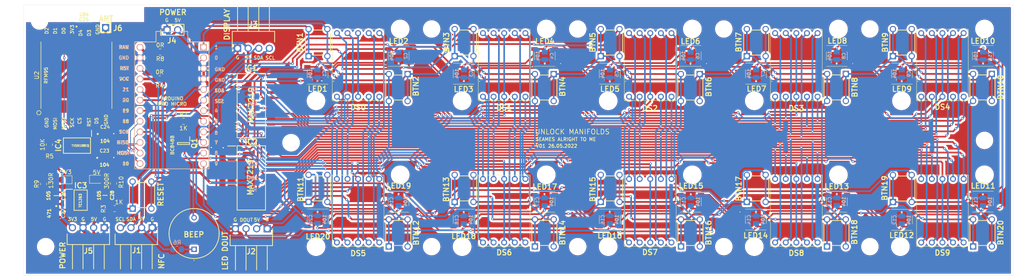
<source format=kicad_pcb>
(kicad_pcb (version 20171130) (host pcbnew "(5.1.10)-1")
  (layers (0 F.Cu signal) (1 In1.Cu signal) (2 In2.Cu signal) (31 B.Cu signal) (34 B.Paste user) (35 F.Paste user) (36 B.SilkS user) (37 F.SilkS user) (38 B.Mask user) (39 F.Mask user) (44 Edge.Cuts user))
  (net 0 "")
  (net 1 /BMTX_C0)
  (net 2 /BMTX_R0)
  (net 3 /BMTX_C1)
  (net 4 /BMTX_C2)
  (net 5 /BMTX_C3)
  (net 6 /BMTX_C4)
  (net 7 /BMTX_R1)
  (net 8 GND)
  (net 9 +5V)
  (net 10 +3V3)
  (net 11 "Net-(C27-Pad1)")
  (net 12 "Net-(DS0-Pad1)")
  (net 13 "Net-(DS0-Pad2)")
  (net 14 "Net-(DS0-Pad3)")
  (net 15 "Net-(DS0-Pad4)")
  (net 16 "Net-(DS0-Pad5)")
  (net 17 "Net-(DS0-Pad6)")
  (net 18 "Net-(DS0-Pad7)")
  (net 19 "Net-(DS0-Pad9)")
  (net 20 "Net-(DS0-Pad10)")
  (net 21 "Net-(DS1-Pad3)")
  (net 22 "Net-(DS2-Pad3)")
  (net 23 "Net-(DS3-Pad3)")
  (net 24 "Net-(DS4-Pad3)")
  (net 25 "Net-(DS5-Pad3)")
  (net 26 "Net-(DS6-Pad3)")
  (net 27 "Net-(DS7-Pad3)")
  (net 28 "Net-(DS8-Pad1)")
  (net 29 "Net-(DS8-Pad2)")
  (net 30 "Net-(DS8-Pad3)")
  (net 31 "Net-(DS8-Pad4)")
  (net 32 "Net-(DS8-Pad5)")
  (net 33 "Net-(DS8-Pad6)")
  (net 34 "Net-(DS8-Pad7)")
  (net 35 "Net-(DS8-Pad9)")
  (net 36 "Net-(DS8-Pad10)")
  (net 37 "Net-(DS9-Pad3)")
  (net 38 /DISP_CS)
  (net 39 /SCK)
  (net 40 "Net-(IC1-Pad18)")
  (net 41 "Net-(IC1-Pad24)")
  (net 42 "Net-(IC2-Pad18)")
  (net 43 "Net-(IC4-Pad4)")
  (net 44 "Net-(IC4-Pad5)")
  (net 45 "Net-(IC4-Pad6)")
  (net 46 "Net-(IC4-Pad7)")
  (net 47 "Net-(IC4-Pad8)")
  (net 48 "Net-(IC4-Pad12)")
  (net 49 /MISO)
  (net 50 /MOSI)
  (net 51 "Net-(IC4-Pad16)")
  (net 52 "Net-(IC4-Pad17)")
  (net 53 /SDA)
  (net 54 /SCL)
  (net 55 /LED_DOUT)
  (net 56 /LED_DIN)
  (net 57 "Net-(LED1-Pad2)")
  (net 58 "Net-(LED2-Pad2)")
  (net 59 "Net-(LED3-Pad2)")
  (net 60 "Net-(LED4-Pad2)")
  (net 61 "Net-(LED5-Pad2)")
  (net 62 "Net-(LED6-Pad2)")
  (net 63 "Net-(LED7-Pad2)")
  (net 64 "Net-(LED8-Pad2)")
  (net 65 "Net-(LED10-Pad4)")
  (net 66 "Net-(LED10-Pad2)")
  (net 67 "Net-(LED11-Pad2)")
  (net 68 "Net-(LED12-Pad2)")
  (net 69 "Net-(LED13-Pad2)")
  (net 70 "Net-(LED14-Pad2)")
  (net 71 "Net-(LED15-Pad2)")
  (net 72 "Net-(LED16-Pad2)")
  (net 73 "Net-(LED17-Pad2)")
  (net 74 "Net-(LED18-Pad2)")
  (net 75 "Net-(LED19-Pad2)")
  (net 76 "Net-(LS1-Pad1)")
  (net 77 "Net-(LS1-Pad2)")
  (net 78 "Net-(Q1-Pad1)")
  (net 79 "Net-(R3-Pad2)")
  (net 80 "Net-(R4-Pad2)")
  (net 81 /BEEP)
  (net 82 "Net-(R8-Pad2)")
  (net 83 /RST)
  (net 84 "Net-(U2-Pad7)")
  (net 85 "Net-(IC1-Pad1)")
  (net 86 "Net-(IC2-Pad24)")
  (net 87 "Net-(IC2-Pad10)")
  (net 88 "Net-(IC2-Pad8)")
  (net 89 "Net-(IC2-Pad7)")
  (net 90 "Net-(IC2-Pad6)")
  (net 91 "Net-(IC2-Pad5)")
  (net 92 "Net-(IC2-Pad3)")
  (net 93 "Net-(IC3-Pad7)")
  (net 94 "Net-(IC3-Pad5)")
  (net 95 "Net-(IC3-Pad3)")
  (net 96 "Net-(IC4-Pad20)")
  (net 97 "Net-(IC4-Pad18)")
  (net 98 "Net-(IC4-Pad9)")
  (net 99 "Net-(IC4-Pad3)")
  (net 100 "Net-(IC4-Pad1)")
  (net 101 "Net-(J6-Pad1)")
  (net 102 "Net-(U2-Pad11)")
  (net 103 "Net-(U2-Pad12)")
  (net 104 "Net-(U2-Pad15)")
  (net 105 "Net-(U2-Pad16)")
  (net 106 "Net-(3V3-Pad2)")
  (net 107 "Net-(5V1-Pad2)")
  (module SamacSys_Parts:C0805 (layer F.Cu) (at 32.766 128.016 270)
    (fp_text reference C27 (at 0.00508 -1.68656 90) (layer F.SilkS) (effects (font (size 0.8 0.8))))
    (fp_text value 471 (at -0.00508 1.69164 90) (layer F.SilkS) (effects (font (size 0.8 0.8) (thickness 0.2))))
    (pad 2 smd rect (at 0.9 0 270) (size 1.15 1.45) (layers F.Cu F.Paste F.Mask) (net 8 GND))
    (pad 1 smd rect (at -0.9 0 270) (size 1.15 1.45) (layers F.Cu F.Paste F.Mask) (net 11 "Net-(C27-Pad1)"))
  )
  (module SamacSys_Parts:C0805 (layer B.Cu) (at 219.7608 125.1966 270)
    (fp_text reference C13 (at 0.00508 1.68656 90) (layer B.SilkS) (effects (font (size 0.8 0.8)) (justify mirror)))
    (fp_text value 104 (at -0.00508 -1.69164 90) (layer B.SilkS) (effects (font (size 0.8 0.8) (thickness 0.2)) (justify mirror)))
    (pad 2 smd rect (at 0.9 0 270) (size 1.15 1.45) (layers B.Cu B.Paste B.Mask) (net 9 +5V))
    (pad 1 smd rect (at -0.9 0 270) (size 1.15 1.45) (layers B.Cu B.Paste B.Mask) (net 8 GND))
  )
  (module SamacSys_Parts:C0805 (layer B.Cu) (at 95.3262 94.488 90)
    (fp_text reference C1 (at 0.00508 1.68656 90) (layer B.SilkS) (effects (font (size 0.8 0.8)) (justify mirror)))
    (fp_text value 104 (at -0.00508 -1.69164 90) (layer B.SilkS) (effects (font (size 0.8 0.8) (thickness 0.2)) (justify mirror)))
    (pad 2 smd rect (at 0.9 0 90) (size 1.15 1.45) (layers B.Cu B.Paste B.Mask) (net 9 +5V))
    (pad 1 smd rect (at -0.9 0 90) (size 1.15 1.45) (layers B.Cu B.Paste B.Mask) (net 8 GND))
  )
  (module SamacSys_Parts:C0805 (layer B.Cu) (at 114.7826 90.2208 90)
    (fp_text reference C2 (at 0.00508 1.68656 90) (layer B.SilkS) (effects (font (size 0.8 0.8)) (justify mirror)))
    (fp_text value 104 (at -0.00508 -1.69164 90) (layer B.SilkS) (effects (font (size 0.8 0.8) (thickness 0.2)) (justify mirror)))
    (pad 2 smd rect (at 0.9 0 90) (size 1.15 1.45) (layers B.Cu B.Paste B.Mask) (net 9 +5V))
    (pad 1 smd rect (at -0.9 0 90) (size 1.15 1.45) (layers B.Cu B.Paste B.Mask) (net 8 GND))
  )
  (module SamacSys_Parts:C0805 (layer B.Cu) (at 130.429 94.488 90)
    (fp_text reference C3 (at 0.00508 1.68656 90) (layer B.SilkS) (effects (font (size 0.8 0.8)) (justify mirror)))
    (fp_text value 104 (at -0.00508 -1.69164 90) (layer B.SilkS) (effects (font (size 0.8 0.8) (thickness 0.2)) (justify mirror)))
    (pad 2 smd rect (at 0.9 0 90) (size 1.15 1.45) (layers B.Cu B.Paste B.Mask) (net 9 +5V))
    (pad 1 smd rect (at -0.9 0 90) (size 1.15 1.45) (layers B.Cu B.Paste B.Mask) (net 8 GND))
  )
  (module SamacSys_Parts:C0805 (layer B.Cu) (at 149.8092 90.2208 90)
    (fp_text reference C4 (at 0.00508 1.68656 90) (layer B.SilkS) (effects (font (size 0.8 0.8)) (justify mirror)))
    (fp_text value 104 (at -0.00508 -1.69164 90) (layer B.SilkS) (effects (font (size 0.8 0.8) (thickness 0.2)) (justify mirror)))
    (pad 2 smd rect (at 0.9 0 90) (size 1.15 1.45) (layers B.Cu B.Paste B.Mask) (net 9 +5V))
    (pad 1 smd rect (at -0.9 0 90) (size 1.15 1.45) (layers B.Cu B.Paste B.Mask) (net 8 GND))
  )
  (module SamacSys_Parts:C0805 (layer B.Cu) (at 165.3794 94.5134 90)
    (fp_text reference C5 (at 0.00508 1.68656 90) (layer B.SilkS) (effects (font (size 0.8 0.8)) (justify mirror)))
    (fp_text value 104 (at -0.00508 -1.69164 90) (layer B.SilkS) (effects (font (size 0.8 0.8) (thickness 0.2)) (justify mirror)))
    (pad 2 smd rect (at 0.9 0 90) (size 1.15 1.45) (layers B.Cu B.Paste B.Mask) (net 9 +5V))
    (pad 1 smd rect (at -0.9 0 90) (size 1.15 1.45) (layers B.Cu B.Paste B.Mask) (net 8 GND))
  )
  (module SamacSys_Parts:C0805 (layer B.Cu) (at 184.7342 90.2208 90)
    (fp_text reference C6 (at 0.00508 1.68656 90) (layer B.SilkS) (effects (font (size 0.8 0.8)) (justify mirror)))
    (fp_text value 104 (at -0.00508 -1.69164 90) (layer B.SilkS) (effects (font (size 0.8 0.8) (thickness 0.2)) (justify mirror)))
    (pad 2 smd rect (at 0.9 0 90) (size 1.15 1.45) (layers B.Cu B.Paste B.Mask) (net 9 +5V))
    (pad 1 smd rect (at -0.9 0 90) (size 1.15 1.45) (layers B.Cu B.Paste B.Mask) (net 8 GND))
  )
  (module SamacSys_Parts:C0805 (layer B.Cu) (at 200.4314 94.488 90)
    (fp_text reference C7 (at 0.00508 1.68656 90) (layer B.SilkS) (effects (font (size 0.8 0.8)) (justify mirror)))
    (fp_text value 104 (at -0.00508 -1.69164 90) (layer B.SilkS) (effects (font (size 0.8 0.8) (thickness 0.2)) (justify mirror)))
    (pad 2 smd rect (at 0.9 0 90) (size 1.15 1.45) (layers B.Cu B.Paste B.Mask) (net 9 +5V))
    (pad 1 smd rect (at -0.9 0 90) (size 1.15 1.45) (layers B.Cu B.Paste B.Mask) (net 8 GND))
  )
  (module SamacSys_Parts:C0805 (layer B.Cu) (at 219.7608 90.2208 90)
    (fp_text reference C8 (at 0.00508 1.68656 90) (layer B.SilkS) (effects (font (size 0.8 0.8)) (justify mirror)))
    (fp_text value 104 (at -0.00508 -1.69164 90) (layer B.SilkS) (effects (font (size 0.8 0.8) (thickness 0.2)) (justify mirror)))
    (pad 2 smd rect (at 0.9 0 90) (size 1.15 1.45) (layers B.Cu B.Paste B.Mask) (net 9 +5V))
    (pad 1 smd rect (at -0.9 0 90) (size 1.15 1.45) (layers B.Cu B.Paste B.Mask) (net 8 GND))
  )
  (module SamacSys_Parts:C0805 (layer B.Cu) (at 235.331 94.488 90)
    (fp_text reference C9 (at 0.00508 1.68656 90) (layer B.SilkS) (effects (font (size 0.8 0.8)) (justify mirror)))
    (fp_text value 104 (at -0.00508 -1.69164 90) (layer B.SilkS) (effects (font (size 0.8 0.8) (thickness 0.2)) (justify mirror)))
    (pad 2 smd rect (at 0.9 0 90) (size 1.15 1.45) (layers B.Cu B.Paste B.Mask) (net 9 +5V))
    (pad 1 smd rect (at -0.9 0 90) (size 1.15 1.45) (layers B.Cu B.Paste B.Mask) (net 8 GND))
  )
  (module SamacSys_Parts:C0805 (layer B.Cu) (at 254.8128 90.2208 90)
    (fp_text reference C10 (at 0.00508 1.68656 90) (layer B.SilkS) (effects (font (size 0.8 0.8)) (justify mirror)))
    (fp_text value 104 (at -0.00508 -1.69164 90) (layer B.SilkS) (effects (font (size 0.8 0.8) (thickness 0.2)) (justify mirror)))
    (pad 2 smd rect (at 0.9 0 90) (size 1.15 1.45) (layers B.Cu B.Paste B.Mask) (net 9 +5V))
    (pad 1 smd rect (at -0.9 0 90) (size 1.15 1.45) (layers B.Cu B.Paste B.Mask) (net 8 GND))
  )
  (module SamacSys_Parts:C0805 (layer B.Cu) (at 254.7874 125.222 270)
    (fp_text reference C11 (at 0.00508 1.68656 90) (layer B.SilkS) (effects (font (size 0.8 0.8)) (justify mirror)))
    (fp_text value 104 (at -0.00508 -1.69164 90) (layer B.SilkS) (effects (font (size 0.8 0.8) (thickness 0.2)) (justify mirror)))
    (pad 2 smd rect (at 0.9 0 270) (size 1.15 1.45) (layers B.Cu B.Paste B.Mask) (net 9 +5V))
    (pad 1 smd rect (at -0.9 0 270) (size 1.15 1.45) (layers B.Cu B.Paste B.Mask) (net 8 GND))
  )
  (module SamacSys_Parts:C0805 (layer B.Cu) (at 235.331 129.5908 270)
    (fp_text reference C12 (at 0.00508 1.68656 90) (layer B.SilkS) (effects (font (size 0.8 0.8)) (justify mirror)))
    (fp_text value 104 (at -0.00508 -1.69164 90) (layer B.SilkS) (effects (font (size 0.8 0.8) (thickness 0.2)) (justify mirror)))
    (pad 2 smd rect (at 0.9 0 270) (size 1.15 1.45) (layers B.Cu B.Paste B.Mask) (net 9 +5V))
    (pad 1 smd rect (at -0.9 0 270) (size 1.15 1.45) (layers B.Cu B.Paste B.Mask) (net 8 GND))
  )
  (module SamacSys_Parts:C0805 (layer B.Cu) (at 200.406 129.54 270)
    (fp_text reference C14 (at 0.00508 1.68656 90) (layer B.SilkS) (effects (font (size 0.8 0.8)) (justify mirror)))
    (fp_text value 104 (at -0.00508 -1.69164 90) (layer B.SilkS) (effects (font (size 0.8 0.8) (thickness 0.2)) (justify mirror)))
    (pad 2 smd rect (at 0.9 0 270) (size 1.15 1.45) (layers B.Cu B.Paste B.Mask) (net 9 +5V))
    (pad 1 smd rect (at -0.9 0 270) (size 1.15 1.45) (layers B.Cu B.Paste B.Mask) (net 8 GND))
  )
  (module SamacSys_Parts:C0805 (layer B.Cu) (at 184.8104 125.222 270)
    (fp_text reference C15 (at 0.00508 1.68656 90) (layer B.SilkS) (effects (font (size 0.8 0.8)) (justify mirror)))
    (fp_text value 104 (at -0.00508 -1.69164 90) (layer B.SilkS) (effects (font (size 0.8 0.8) (thickness 0.2)) (justify mirror)))
    (pad 2 smd rect (at 0.9 0 270) (size 1.15 1.45) (layers B.Cu B.Paste B.Mask) (net 9 +5V))
    (pad 1 smd rect (at -0.9 0 270) (size 1.15 1.45) (layers B.Cu B.Paste B.Mask) (net 8 GND))
  )
  (module SamacSys_Parts:C0805 (layer B.Cu) (at 165.3794 129.5146 270)
    (fp_text reference C16 (at 0.00508 1.68656 90) (layer B.SilkS) (effects (font (size 0.8 0.8)) (justify mirror)))
    (fp_text value 104 (at -0.00508 -1.69164 90) (layer B.SilkS) (effects (font (size 0.8 0.8) (thickness 0.2)) (justify mirror)))
    (pad 2 smd rect (at 0.9 0 270) (size 1.15 1.45) (layers B.Cu B.Paste B.Mask) (net 9 +5V))
    (pad 1 smd rect (at -0.9 0 270) (size 1.15 1.45) (layers B.Cu B.Paste B.Mask) (net 8 GND))
  )
  (module SamacSys_Parts:C0805 (layer B.Cu) (at 149.733 125.222 270)
    (fp_text reference C17 (at 0.00508 1.68656 90) (layer B.SilkS) (effects (font (size 0.8 0.8)) (justify mirror)))
    (fp_text value 104 (at -0.00508 -1.69164 90) (layer B.SilkS) (effects (font (size 0.8 0.8) (thickness 0.2)) (justify mirror)))
    (pad 2 smd rect (at 0.9 0 270) (size 1.15 1.45) (layers B.Cu B.Paste B.Mask) (net 9 +5V))
    (pad 1 smd rect (at -0.9 0 270) (size 1.15 1.45) (layers B.Cu B.Paste B.Mask) (net 8 GND))
  )
  (module SamacSys_Parts:C0805 (layer B.Cu) (at 130.4036 129.54 270)
    (fp_text reference C18 (at 0.00508 1.68656 90) (layer B.SilkS) (effects (font (size 0.8 0.8)) (justify mirror)))
    (fp_text value 104 (at -0.00508 -1.69164 90) (layer B.SilkS) (effects (font (size 0.8 0.8) (thickness 0.2)) (justify mirror)))
    (pad 2 smd rect (at 0.9 0 270) (size 1.15 1.45) (layers B.Cu B.Paste B.Mask) (net 9 +5V))
    (pad 1 smd rect (at -0.9 0 270) (size 1.15 1.45) (layers B.Cu B.Paste B.Mask) (net 8 GND))
  )
  (module SamacSys_Parts:C0805 (layer B.Cu) (at 114.7572 125.222 270)
    (fp_text reference C19 (at 0.00508 1.68656 90) (layer B.SilkS) (effects (font (size 0.8 0.8)) (justify mirror)))
    (fp_text value 104 (at -0.00508 -1.69164 90) (layer B.SilkS) (effects (font (size 0.8 0.8) (thickness 0.2)) (justify mirror)))
    (pad 2 smd rect (at 0.9 0 270) (size 1.15 1.45) (layers B.Cu B.Paste B.Mask) (net 9 +5V))
    (pad 1 smd rect (at -0.9 0 270) (size 1.15 1.45) (layers B.Cu B.Paste B.Mask) (net 8 GND))
  )
  (module SamacSys_Parts:C0805 (layer B.Cu) (at 95.377 129.4892 270)
    (fp_text reference C20 (at 0.00508 1.68656 90) (layer B.SilkS) (effects (font (size 0.8 0.8)) (justify mirror)))
    (fp_text value 104 (at -0.00508 -1.69164 90) (layer B.SilkS) (effects (font (size 0.8 0.8) (thickness 0.2)) (justify mirror)))
    (pad 2 smd rect (at 0.9 0 270) (size 1.15 1.45) (layers B.Cu B.Paste B.Mask) (net 9 +5V))
    (pad 1 smd rect (at -0.9 0 270) (size 1.15 1.45) (layers B.Cu B.Paste B.Mask) (net 8 GND))
  )
  (module SamacSys_Parts:C0805 (layer B.Cu) (at 79.883 99.949 180)
    (fp_text reference C21 (at 0.00508 1.68656) (layer B.SilkS) (effects (font (size 0.8 0.8)) (justify mirror)))
    (fp_text value 104 (at -0.00508 -1.69164) (layer B.SilkS) (effects (font (size 0.8 0.8) (thickness 0.2)) (justify mirror)))
    (pad 2 smd rect (at 0.9 0 180) (size 1.15 1.45) (layers B.Cu B.Paste B.Mask) (net 8 GND))
    (pad 1 smd rect (at -0.9 0 180) (size 1.15 1.45) (layers B.Cu B.Paste B.Mask) (net 9 +5V))
  )
  (module SamacSys_Parts:C0805 (layer B.Cu) (at 79.883 117.856 180)
    (fp_text reference C22 (at 0.00508 1.68656) (layer B.SilkS) (effects (font (size 0.8 0.8)) (justify mirror)))
    (fp_text value 104 (at -0.00508 -1.69164) (layer B.SilkS) (effects (font (size 0.8 0.8) (thickness 0.2)) (justify mirror)))
    (pad 2 smd rect (at 0.9 0 180) (size 1.15 1.45) (layers B.Cu B.Paste B.Mask) (net 8 GND))
    (pad 1 smd rect (at -0.9 0 180) (size 1.15 1.45) (layers B.Cu B.Paste B.Mask) (net 9 +5V))
  )
  (module SamacSys_Parts:C0805 (layer F.Cu) (at 44.323 114.681)
    (fp_text reference C23 (at 0.00508 -1.68656) (layer F.SilkS) (effects (font (size 0.8 0.8))))
    (fp_text value 104 (at -0.00508 1.69164) (layer F.SilkS) (effects (font (size 0.8 0.8) (thickness 0.2))))
    (pad 2 smd rect (at 0.9 0) (size 1.15 1.45) (layers F.Cu F.Paste F.Mask) (net 8 GND))
    (pad 1 smd rect (at -0.9 0) (size 1.15 1.45) (layers F.Cu F.Paste F.Mask) (net 9 +5V))
  )
  (module SamacSys_Parts:C0805 (layer F.Cu) (at 44.45 108.966)
    (fp_text reference C24 (at 0.00508 -1.68656) (layer F.SilkS) (effects (font (size 0.8 0.8))))
    (fp_text value 104 (at -0.00508 1.69164) (layer F.SilkS) (effects (font (size 0.8 0.8) (thickness 0.2))))
    (pad 2 smd rect (at 0.9 0) (size 1.15 1.45) (layers F.Cu F.Paste F.Mask) (net 8 GND))
    (pad 1 smd rect (at -0.9 0) (size 1.15 1.45) (layers F.Cu F.Paste F.Mask) (net 10 +3V3))
  )
  (module SamacSys_Parts:C0805 (layer F.Cu) (at 39.37 83.185)
    (fp_text reference C25 (at 0.00508 -1.68656) (layer F.SilkS) (effects (font (size 0.8 0.8))))
    (fp_text value 104 (at 0.0254 -2.8702) (layer F.SilkS) (effects (font (size 0.8 0.8) (thickness 0.2))))
    (pad 2 smd rect (at 0.9 0) (size 1.15 1.45) (layers F.Cu F.Paste F.Mask) (net 8 GND))
    (pad 1 smd rect (at -0.9 0) (size 1.15 1.45) (layers F.Cu F.Paste F.Mask) (net 10 +3V3))
  )
  (module SamacSys_Parts:CAPC2012X135N (layer F.Cu) (at 32.766 123.7615 270)
    (fp_text reference C26 (at -0.01016 -1.71704 90) (layer F.SilkS) (effects (font (size 0.8 0.8) (thickness 0.2))))
    (fp_text value 105 (at 0.00508 1.86944 90) (layer F.SilkS) (effects (font (size 0.8 0.8) (thickness 0.2))))
    (pad 2 smd rect (at 0.82 0 270) (size 0.91 1.39) (layers F.Cu F.Paste F.Mask) (net 8 GND))
    (pad 1 smd rect (at -0.82 0 270) (size 0.91 1.39) (layers F.Cu F.Paste F.Mask) (net 10 +3V3))
  )
  (module SamacSys_Parts:CAPC2012X135N (layer F.Cu) (at 44.45 123.698 270)
    (fp_text reference C28 (at -0.01016 -1.71704 90) (layer F.SilkS) (effects (font (size 0.8 0.8) (thickness 0.2))))
    (fp_text value 105 (at 0.0254 1.4224 90) (layer F.SilkS) (effects (font (size 0.8 0.8) (thickness 0.2))))
    (pad 2 smd rect (at 0.82 0 270) (size 0.91 1.39) (layers F.Cu F.Paste F.Mask) (net 8 GND))
    (pad 1 smd rect (at -0.82 0 270) (size 0.91 1.39) (layers F.Cu F.Paste F.Mask) (net 9 +5V))
  )
  (module MountingHole:MountingHole_3.5mm (layer F.Cu) (at 115.16 118.76)
    (fp_text reference REF**)
    (fp_text value MountingHole_3.5mm)
    (pad 1 np_thru_hole circle (at 0 0) (size 3.5 3.5) (drill 3.5) (layers *.Cu *.Mask))
  )
  (module MountingHole:MountingHole_3.5mm (layer F.Cu) (at 150.16 118.76)
    (fp_text reference REF**)
    (fp_text value MountingHole_3.5mm)
    (pad 1 np_thru_hole circle (at 0 0) (size 3.5 3.5) (drill 3.5) (layers *.Cu *.Mask))
  )
  (module MountingHole:MountingHole_3.5mm (layer F.Cu) (at 200 136)
    (fp_text reference REF**)
    (fp_text value MountingHole_3.5mm)
    (pad 1 np_thru_hole circle (at 0 0) (size 3.5 3.5) (drill 3.5) (layers *.Cu *.Mask))
  )
  (module MountingHole:MountingHole_3.5mm (layer F.Cu) (at 220.16 118.76)
    (fp_text reference REF** hide)
    (fp_text value MountingHole_3.5mm)
    (pad 1 np_thru_hole circle (at 0 0) (size 3.5 3.5) (drill 3.5) (layers *.Cu *.Mask))
  )
  (module MountingHole:MountingHole_3.5mm (layer F.Cu) (at 235 136)
    (fp_text reference REF**)
    (fp_text value MountingHole_3.5mm)
    (pad 1 np_thru_hole circle (at 0 0) (size 3.5 3.5) (drill 3.5) (layers *.Cu *.Mask))
  )
  (module MountingHole:MountingHole_3.5mm (layer F.Cu) (at 255.16 118.76)
    (fp_text reference REF**)
    (fp_text value MountingHole_3.5mm)
    (pad 1 np_thru_hole circle (at 0 0) (size 3.5 3.5) (drill 3.5) (layers *.Cu *.Mask))
  )
  (module MountingHole:MountingHole_3.5mm (layer F.Cu) (at 255.16 83.76)
    (fp_text reference REF**)
    (fp_text value MountingHole_3.5mm)
    (pad 1 np_thru_hole circle (at 0 0) (size 3.5 3.5) (drill 3.5) (layers *.Cu *.Mask))
  )
  (module MountingHole:MountingHole_3.5mm (layer F.Cu) (at 235.2675 101)
    (fp_text reference REF**)
    (fp_text value MountingHole_3.5mm)
    (pad 1 np_thru_hole circle (at 0 0) (size 3.5 3.5) (drill 3.5) (layers *.Cu *.Mask))
  )
  (module MountingHole:MountingHole_3.5mm (layer F.Cu) (at 220.16 83.76)
    (fp_text reference REF**)
    (fp_text value MountingHole_3.5mm)
    (pad 1 np_thru_hole circle (at 0 0) (size 3.5 3.5) (drill 3.5) (layers *.Cu *.Mask))
  )
  (module MountingHole:MountingHole_3.5mm (layer F.Cu) (at 200 101)
    (fp_text reference REF**)
    (fp_text value MountingHole_3.5mm)
    (pad 1 np_thru_hole circle (at 0 0) (size 3.5 3.5) (drill 3.5) (layers *.Cu *.Mask))
  )
  (module MountingHole:MountingHole_3.5mm (layer F.Cu) (at 185.16 83.76)
    (fp_text reference REF**)
    (fp_text value MountingHole_3.5mm)
    (pad 1 np_thru_hole circle (at 0 0) (size 3.5 3.5) (drill 3.5) (layers *.Cu *.Mask))
  )
  (module MountingHole:MountingHole_3.5mm (layer F.Cu) (at 165 101)
    (fp_text reference REF**)
    (fp_text value MountingHole_3.5mm)
    (pad 1 np_thru_hole circle (at 0 0) (size 3.5 3.5) (drill 3.5) (layers *.Cu *.Mask))
  )
  (module MountingHole:MountingHole_3.5mm (layer F.Cu) (at 150.16 83.76)
    (fp_text reference REF**)
    (fp_text value MountingHole_3.5mm)
    (pad 1 np_thru_hole circle (at 0 0) (size 3.5 3.5) (drill 3.5) (layers *.Cu *.Mask))
  )
  (module MountingHole:MountingHole_3.5mm (layer F.Cu) (at 130 101)
    (fp_text reference REF**)
    (fp_text value MountingHole_3.5mm)
    (pad 1 np_thru_hole circle (at 0 0) (size 3.5 3.5) (drill 3.5) (layers *.Cu *.Mask))
  )
  (module MountingHole:MountingHole_3.5mm (layer F.Cu) (at 115.16 83.76)
    (fp_text reference REF**)
    (fp_text value MountingHole_3.5mm)
    (pad 1 np_thru_hole circle (at 0 0) (size 3.5 3.5) (drill 3.5) (layers *.Cu *.Mask))
  )
  (module MountingHole:MountingHole_3.5mm (layer F.Cu) (at 95 101)
    (fp_text reference REF**)
    (fp_text value MountingHole_3.5mm)
    (pad 1 np_thru_hole circle (at 0 0) (size 3.5 3.5) (drill 3.5) (layers *.Cu *.Mask))
  )
  (module MountingHole:MountingHole_3.5mm (layer F.Cu) (at 95 136)
    (fp_text reference REF**)
    (fp_text value MountingHole_3.5mm)
    (pad 1 np_thru_hole circle (at 0 0) (size 3.5 3.5) (drill 3.5) (layers *.Cu *.Mask))
  )
  (module MountingHole:MountingHole_3.5mm (layer F.Cu) (at 130 136)
    (fp_text reference REF**)
    (fp_text value MountingHole_3.5mm)
    (pad 1 np_thru_hole circle (at 0 0) (size 3.5 3.5) (drill 3.5) (layers *.Cu *.Mask))
  )
  (module MountingHole:MountingHole_3.5mm (layer F.Cu) (at 165 136)
    (fp_text reference REF**)
    (fp_text value MountingHole_3.5mm)
    (pad 1 np_thru_hole circle (at 0 0) (size 3.5 3.5) (drill 3.5) (layers *.Cu *.Mask))
  )
  (module MountingHole:MountingHole_3.5mm (layer F.Cu) (at 185.16 118.76)
    (fp_text reference REF** hide)
    (fp_text value MountingHole_3.5mm)
    (pad 1 np_thru_hole circle (at 0 0) (size 3.5 3.5) (drill 3.5) (layers *.Cu *.Mask))
  )
  (module MountingHole:MountingHole_3.2mm_M3 (layer F.Cu) (at 28.7655 81.8515)
    (fp_text reference REF**)
    (fp_text value MountingHole_3.2mm_M3)
    (pad 1 np_thru_hole circle (at 0 0) (size 3.2 3.2) (drill 3.2) (layers *.Cu *.Mask))
  )
  (module MountingHole:MountingHole_3.2mm_M3 (layer F.Cu) (at 30.226 136)
    (fp_text reference REF**)
    (fp_text value MountingHole_3.2mm_M3)
    (pad 1 np_thru_hole circle (at 0 0) (size 3.2 3.2) (drill 3.2) (layers *.Cu *.Mask))
  )
  (module MountingHole:MountingHole_3.2mm_M3 (layer F.Cu) (at 122.7 83.76)
    (fp_text reference REF**)
    (fp_text value MountingHole_3.2mm_M3)
    (pad 1 np_thru_hole circle (at 0 0) (size 3.2 3.2) (drill 3.2) (layers *.Cu *.Mask))
  )
  (module MountingHole:MountingHole_3.2mm_M3 (layer F.Cu) (at 157.7 83.76)
    (fp_text reference REF**)
    (fp_text value MountingHole_3.2mm_M3)
    (pad 1 np_thru_hole circle (at 0 0) (size 3.2 3.2) (drill 3.2) (layers *.Cu *.Mask))
  )
  (module MountingHole:MountingHole_3.2mm_M3 (layer F.Cu) (at 192.7 83.76)
    (fp_text reference REF**)
    (fp_text value MountingHole_3.2mm_M3)
    (pad 1 np_thru_hole circle (at 0 0) (size 3.2 3.2) (drill 3.2) (layers *.Cu *.Mask))
  )
  (module MountingHole:MountingHole_3.2mm_M3 (layer F.Cu) (at 227.7 136)
    (fp_text reference REF**)
    (fp_text value MountingHole_3.2mm_M3)
    (pad 1 np_thru_hole circle (at 0 0) (size 3.2 3.2) (drill 3.2) (layers *.Cu *.Mask))
  )
  (module MountingHole:MountingHole_3.2mm_M3 (layer F.Cu) (at 227.7 83.76)
    (fp_text reference REF**)
    (fp_text value MountingHole_3.2mm_M3)
    (pad 1 np_thru_hole circle (at 0 0) (size 3.2 3.2) (drill 3.2) (layers *.Cu *.Mask))
  )
  (module MountingHole:MountingHole_3.2mm_M3 (layer F.Cu) (at 89.027 111.0615)
    (fp_text reference REF**)
    (fp_text value MountingHole_3.2mm_M3)
    (pad 1 np_thru_hole circle (at 0 0) (size 3.2 3.2) (drill 3.2) (layers *.Cu *.Mask))
  )
  (module MountingHole:MountingHole_3.2mm_M3 (layer F.Cu) (at 122.7 136)
    (fp_text reference REF**)
    (fp_text value MountingHole_3.2mm_M3)
    (pad 1 np_thru_hole circle (at 0 0) (size 3.2 3.2) (drill 3.2) (layers *.Cu *.Mask))
  )
  (module MountingHole:MountingHole_3.2mm_M3 (layer F.Cu) (at 157.7 136)
    (fp_text reference REF**)
    (fp_text value MountingHole_3.2mm_M3)
    (pad 1 np_thru_hole circle (at 0 0) (size 3.2 3.2) (drill 3.2) (layers *.Cu *.Mask))
  )
  (module MountingHole:MountingHole_3.2mm_M3 (layer F.Cu) (at 192.7 136)
    (fp_text reference REF**)
    (fp_text value MountingHole_3.2mm_M3)
    (pad 1 np_thru_hole circle (at 0 0) (size 3.2 3.2) (drill 3.2) (layers *.Cu *.Mask))
  )
  (module MountingHole:MountingHole_3.2mm_M3 (layer F.Cu) (at 255.16 110.5)
    (fp_text reference REF**)
    (fp_text value MountingHole_3.2mm_M3)
    (pad 1 np_thru_hole circle (at 0 0) (size 3.2 3.2) (drill 3.2) (layers *.Cu *.Mask))
  )
  (module RFM95:RFM9X-SMD (layer F.Cu) (at 37.592 94.869 90)
    (fp_text reference U2 (at 0 -9.5 90) (layer F.SilkS))
    (fp_text value RFM9X-S)
    (pad 9 smd rect (at 7 7 90) (size 3 1.3) (drill (offset 0.5 0)) (layers F.Cu F.Paste F.Mask) (net 101 "Net-(J6-Pad1)"))
    (pad 10 smd rect (at 7 5 90) (size 3 1.3) (drill (offset 0.5 0)) (layers F.Cu F.Paste F.Mask) (net 8 GND))
    (pad 11 smd rect (at 7 3 90) (size 3 1.3) (drill (offset 0.5 0)) (layers F.Cu F.Paste F.Mask) (net 102 "Net-(U2-Pad11)"))
    (pad 12 smd rect (at 7 1 90) (size 3 1.3) (drill (offset 0.5 0)) (layers F.Cu F.Paste F.Mask) (net 103 "Net-(U2-Pad12)"))
    (pad 13 smd rect (at 7 -1 90) (size 3 1.3) (drill (offset 0.5 0)) (layers F.Cu F.Paste F.Mask) (net 10 +3V3))
    (pad 14 smd rect (at 7 -3 90) (size 3 1.3) (drill (offset 0.5 0)) (layers F.Cu F.Paste F.Mask) (net 98 "Net-(IC4-Pad9)"))
    (pad 15 smd rect (at 7 -5 90) (size 3 1.3) (drill (offset 0.5 0)) (layers F.Cu F.Paste F.Mask) (net 104 "Net-(U2-Pad15)"))
    (pad 8 smd rect (at -7 7 90) (size 3 1.3) (drill (offset -0.5 0)) (layers F.Cu F.Paste F.Mask) (net 8 GND))
    (pad 7 smd rect (at -7 5 90) (size 3 1.3) (drill (offset -0.5 0)) (layers F.Cu F.Paste F.Mask) (net 84 "Net-(U2-Pad7)"))
    (pad 6 smd rect (at -7 3 90) (size 3 1.3) (drill (offset -0.5 0)) (layers F.Cu F.Paste F.Mask) (net 43 "Net-(IC4-Pad4)"))
    (pad 5 smd rect (at -7 1 90) (size 3 1.3) (drill (offset -0.5 0)) (layers F.Cu F.Paste F.Mask) (net 44 "Net-(IC4-Pad5)"))
    (pad 4 smd rect (at -7 -1 90) (size 3 1.3) (drill (offset -0.5 0)) (layers F.Cu F.Paste F.Mask) (net 45 "Net-(IC4-Pad6)"))
    (pad 3 smd rect (at -7 -3 90) (size 3 1.3) (drill (offset -0.5 0)) (layers F.Cu F.Paste F.Mask) (net 46 "Net-(IC4-Pad7)"))
    (pad 2 smd rect (at -7 -5 90) (size 3 1.3) (drill (offset -0.5 0)) (layers F.Cu F.Paste F.Mask) (net 47 "Net-(IC4-Pad8)"))
    (pad 16 smd rect (at 7 -7 90) (size 3 1.3) (drill (offset 0.5 0)) (layers F.Cu F.Paste F.Mask) (net 105 "Net-(U2-Pad16)"))
    (pad 1 smd rect (at -7 -7 90) (size 3 1.3) (drill (offset -0.5 0)) (layers F.Cu F.Paste F.Mask) (net 8 GND))
  )
  (module SamacSys_Parts:HDSP511A (layer F.Cu) (at 170 100)
    (fp_text reference DS2 (at 5.006 2.8065) (layer F.SilkS) (effects (font (size 1.27 1.27) (thickness 0.254))))
    (fp_text value HDSP-511A hide)
    (pad 10 thru_hole circle (at 0 -15.24) (size 1.414 1.414) (drill 0.87) (layers *.Cu *.Mask) (net 20 "Net-(DS0-Pad10)"))
    (pad 9 thru_hole circle (at 2.54 -15.24) (size 1.414 1.414) (drill 0.87) (layers *.Cu *.Mask) (net 19 "Net-(DS0-Pad9)"))
    (pad 8 thru_hole circle (at 5.08 -15.24) (size 1.414 1.414) (drill 0.87) (layers *.Cu *.Mask) (net 22 "Net-(DS2-Pad3)"))
    (pad 7 thru_hole circle (at 7.62 -15.24) (size 1.414 1.414) (drill 0.87) (layers *.Cu *.Mask) (net 18 "Net-(DS0-Pad7)"))
    (pad 6 thru_hole circle (at 10.16 -15.24) (size 1.414 1.414) (drill 0.87) (layers *.Cu *.Mask) (net 17 "Net-(DS0-Pad6)"))
    (pad 5 thru_hole circle (at 10.16 0) (size 1.414 1.414) (drill 0.87) (layers *.Cu *.Mask) (net 16 "Net-(DS0-Pad5)"))
    (pad 4 thru_hole circle (at 7.62 0) (size 1.414 1.414) (drill 0.87) (layers *.Cu *.Mask) (net 15 "Net-(DS0-Pad4)"))
    (pad 3 thru_hole circle (at 5.08 0) (size 1.414 1.414) (drill 0.87) (layers *.Cu *.Mask) (net 22 "Net-(DS2-Pad3)"))
    (pad 2 thru_hole circle (at 2.54 0) (size 1.414 1.414) (drill 0.87) (layers *.Cu *.Mask) (net 13 "Net-(DS0-Pad2)"))
    (pad 1 thru_hole circle (at 0 0) (size 1.414 1.414) (drill 0.87) (layers *.Cu *.Mask) (net 12 "Net-(DS0-Pad1)"))
  )
  (module SamacSys_Parts:HDSP511A (layer F.Cu) (at 100 100)
    (fp_text reference DS0 (at 5.08 2.5525) (layer F.SilkS) (effects (font (size 1.27 1.27) (thickness 0.254))))
    (fp_text value HDSP-511A hide)
    (pad 10 thru_hole circle (at 0 -15.24) (size 1.414 1.414) (drill 0.87) (layers *.Cu *.Mask) (net 20 "Net-(DS0-Pad10)"))
    (pad 9 thru_hole circle (at 2.54 -15.24) (size 1.414 1.414) (drill 0.87) (layers *.Cu *.Mask) (net 19 "Net-(DS0-Pad9)"))
    (pad 8 thru_hole circle (at 5.08 -15.24) (size 1.414 1.414) (drill 0.87) (layers *.Cu *.Mask) (net 14 "Net-(DS0-Pad3)"))
    (pad 7 thru_hole circle (at 7.62 -15.24) (size 1.414 1.414) (drill 0.87) (layers *.Cu *.Mask) (net 18 "Net-(DS0-Pad7)"))
    (pad 6 thru_hole circle (at 10.16 -15.24) (size 1.414 1.414) (drill 0.87) (layers *.Cu *.Mask) (net 17 "Net-(DS0-Pad6)"))
    (pad 5 thru_hole circle (at 10.16 0) (size 1.414 1.414) (drill 0.87) (layers *.Cu *.Mask) (net 16 "Net-(DS0-Pad5)"))
    (pad 4 thru_hole circle (at 7.62 0) (size 1.414 1.414) (drill 0.87) (layers *.Cu *.Mask) (net 15 "Net-(DS0-Pad4)"))
    (pad 3 thru_hole circle (at 5.08 0) (size 1.414 1.414) (drill 0.87) (layers *.Cu *.Mask) (net 14 "Net-(DS0-Pad3)"))
    (pad 2 thru_hole circle (at 2.54 0) (size 1.414 1.414) (drill 0.87) (layers *.Cu *.Mask) (net 13 "Net-(DS0-Pad2)"))
    (pad 1 thru_hole circle (at 0 0) (size 1.414 1.414) (drill 0.87) (layers *.Cu *.Mask) (net 12 "Net-(DS0-Pad1)"))
  )
  (module SamacSys_Parts:HDSP511A (layer F.Cu) (at 135 100)
    (fp_text reference DS1 (at 5.081 2.6795) (layer F.SilkS) (effects (font (size 1.27 1.27) (thickness 0.254))))
    (fp_text value HDSP-511A hide)
    (pad 10 thru_hole circle (at 0 -15.24) (size 1.414 1.414) (drill 0.87) (layers *.Cu *.Mask) (net 20 "Net-(DS0-Pad10)"))
    (pad 9 thru_hole circle (at 2.54 -15.24) (size 1.414 1.414) (drill 0.87) (layers *.Cu *.Mask) (net 19 "Net-(DS0-Pad9)"))
    (pad 8 thru_hole circle (at 5.08 -15.24) (size 1.414 1.414) (drill 0.87) (layers *.Cu *.Mask) (net 21 "Net-(DS1-Pad3)"))
    (pad 7 thru_hole circle (at 7.62 -15.24) (size 1.414 1.414) (drill 0.87) (layers *.Cu *.Mask) (net 18 "Net-(DS0-Pad7)"))
    (pad 6 thru_hole circle (at 10.16 -15.24) (size 1.414 1.414) (drill 0.87) (layers *.Cu *.Mask) (net 17 "Net-(DS0-Pad6)"))
    (pad 5 thru_hole circle (at 10.16 0) (size 1.414 1.414) (drill 0.87) (layers *.Cu *.Mask) (net 16 "Net-(DS0-Pad5)"))
    (pad 4 thru_hole circle (at 7.62 0) (size 1.414 1.414) (drill 0.87) (layers *.Cu *.Mask) (net 15 "Net-(DS0-Pad4)"))
    (pad 3 thru_hole circle (at 5.08 0) (size 1.414 1.414) (drill 0.87) (layers *.Cu *.Mask) (net 21 "Net-(DS1-Pad3)"))
    (pad 2 thru_hole circle (at 2.54 0) (size 1.414 1.414) (drill 0.87) (layers *.Cu *.Mask) (net 13 "Net-(DS0-Pad2)"))
    (pad 1 thru_hole circle (at 0 0) (size 1.414 1.414) (drill 0.87) (layers *.Cu *.Mask) (net 12 "Net-(DS0-Pad1)"))
  )
  (module SamacSys_Parts:HDSP511A (layer F.Cu) (at 135 135)
    (fp_text reference DS6 (at 5.08 2.414) (layer F.SilkS) (effects (font (size 1.27 1.27) (thickness 0.254))))
    (fp_text value HDSP-511A hide)
    (pad 10 thru_hole circle (at 0 -15.24) (size 1.414 1.414) (drill 0.87) (layers *.Cu *.Mask) (net 20 "Net-(DS0-Pad10)"))
    (pad 9 thru_hole circle (at 2.54 -15.24) (size 1.414 1.414) (drill 0.87) (layers *.Cu *.Mask) (net 19 "Net-(DS0-Pad9)"))
    (pad 8 thru_hole circle (at 5.08 -15.24) (size 1.414 1.414) (drill 0.87) (layers *.Cu *.Mask) (net 26 "Net-(DS6-Pad3)"))
    (pad 7 thru_hole circle (at 7.62 -15.24) (size 1.414 1.414) (drill 0.87) (layers *.Cu *.Mask) (net 18 "Net-(DS0-Pad7)"))
    (pad 6 thru_hole circle (at 10.16 -15.24) (size 1.414 1.414) (drill 0.87) (layers *.Cu *.Mask) (net 17 "Net-(DS0-Pad6)"))
    (pad 5 thru_hole circle (at 10.16 0) (size 1.414 1.414) (drill 0.87) (layers *.Cu *.Mask) (net 16 "Net-(DS0-Pad5)"))
    (pad 4 thru_hole circle (at 7.62 0) (size 1.414 1.414) (drill 0.87) (layers *.Cu *.Mask) (net 15 "Net-(DS0-Pad4)"))
    (pad 3 thru_hole circle (at 5.08 0) (size 1.414 1.414) (drill 0.87) (layers *.Cu *.Mask) (net 26 "Net-(DS6-Pad3)"))
    (pad 2 thru_hole circle (at 2.54 0) (size 1.414 1.414) (drill 0.87) (layers *.Cu *.Mask) (net 13 "Net-(DS0-Pad2)"))
    (pad 1 thru_hole circle (at 0 0) (size 1.414 1.414) (drill 0.87) (layers *.Cu *.Mask) (net 12 "Net-(DS0-Pad1)"))
  )
  (module SamacSys_Parts:HDSP511A (layer F.Cu) (at 205 135)
    (fp_text reference DS8 (at 5.08 2.541) (layer F.SilkS) (effects (font (size 1.27 1.27) (thickness 0.254))))
    (fp_text value HDSP-511A hide)
    (pad 10 thru_hole circle (at 0 -15.24) (size 1.414 1.414) (drill 0.87) (layers *.Cu *.Mask) (net 36 "Net-(DS8-Pad10)"))
    (pad 9 thru_hole circle (at 2.54 -15.24) (size 1.414 1.414) (drill 0.87) (layers *.Cu *.Mask) (net 35 "Net-(DS8-Pad9)"))
    (pad 8 thru_hole circle (at 5.08 -15.24) (size 1.414 1.414) (drill 0.87) (layers *.Cu *.Mask) (net 30 "Net-(DS8-Pad3)"))
    (pad 7 thru_hole circle (at 7.62 -15.24) (size 1.414 1.414) (drill 0.87) (layers *.Cu *.Mask) (net 34 "Net-(DS8-Pad7)"))
    (pad 6 thru_hole circle (at 10.16 -15.24) (size 1.414 1.414) (drill 0.87) (layers *.Cu *.Mask) (net 33 "Net-(DS8-Pad6)"))
    (pad 5 thru_hole circle (at 10.16 0) (size 1.414 1.414) (drill 0.87) (layers *.Cu *.Mask) (net 32 "Net-(DS8-Pad5)"))
    (pad 4 thru_hole circle (at 7.62 0) (size 1.414 1.414) (drill 0.87) (layers *.Cu *.Mask) (net 31 "Net-(DS8-Pad4)"))
    (pad 3 thru_hole circle (at 5.08 0) (size 1.414 1.414) (drill 0.87) (layers *.Cu *.Mask) (net 30 "Net-(DS8-Pad3)"))
    (pad 2 thru_hole circle (at 2.54 0) (size 1.414 1.414) (drill 0.87) (layers *.Cu *.Mask) (net 29 "Net-(DS8-Pad2)"))
    (pad 1 thru_hole circle (at 0 0) (size 1.414 1.414) (drill 0.87) (layers *.Cu *.Mask) (net 28 "Net-(DS8-Pad1)"))
  )
  (module SamacSys_Parts:TS026660BK100LCRD (layer F.Cu) (at 93.218 90.2716 90)
    (fp_text reference BTN1 (at 3.2766 -2.0574 270) (layer F.SilkS) (effects (font (size 1.27 1.27) (thickness 0.254))))
    (fp_text value - hide)
    (pad 4 thru_hole circle (at 6.5 4.5 90) (size 1.5 1.5) (drill 1) (layers *.Cu *.Mask) (net 1 /BMTX_C0))
    (pad 3 thru_hole circle (at 0 4.5 90) (size 1.5 1.5) (drill 1) (layers *.Cu *.Mask) (net 1 /BMTX_C0))
    (pad 2 thru_hole circle (at 6.5 0 90) (size 1.5 1.5) (drill 1) (layers *.Cu *.Mask) (net 2 /BMTX_R0))
    (pad 1 thru_hole rect (at 0 0 90) (size 1.5 1.5) (drill 1) (layers *.Cu *.Mask) (net 2 /BMTX_R0))
  )
  (module SamacSys_Parts:TS026660BK100LCRD (layer F.Cu) (at 116.9416 94.5642 270)
    (fp_text reference BTN2 (at 2.9464 -1.9812 90) (layer F.SilkS) (effects (font (size 1.27 1.27) (thickness 0.254))))
    (fp_text value - hide)
    (pad 4 thru_hole circle (at 6.5 4.5 270) (size 1.5 1.5) (drill 1) (layers *.Cu *.Mask) (net 1 /BMTX_C0))
    (pad 3 thru_hole circle (at 0 4.5 270) (size 1.5 1.5) (drill 1) (layers *.Cu *.Mask) (net 1 /BMTX_C0))
    (pad 2 thru_hole circle (at 6.5 0 270) (size 1.5 1.5) (drill 1) (layers *.Cu *.Mask) (net 2 /BMTX_R0))
    (pad 1 thru_hole rect (at 0 0 270) (size 1.5 1.5) (drill 1) (layers *.Cu *.Mask) (net 2 /BMTX_R0))
  )
  (module SamacSys_Parts:TS026660BK100LCRD (layer F.Cu) (at 128.2192 90.2716 90)
    (fp_text reference BTN3 (at 3.3274 -1.9812 90) (layer F.SilkS) (effects (font (size 1.27 1.27) (thickness 0.254))))
    (fp_text value - hide)
    (pad 4 thru_hole circle (at 6.5 4.5 90) (size 1.5 1.5) (drill 1) (layers *.Cu *.Mask) (net 3 /BMTX_C1))
    (pad 3 thru_hole circle (at 0 4.5 90) (size 1.5 1.5) (drill 1) (layers *.Cu *.Mask) (net 3 /BMTX_C1))
    (pad 2 thru_hole circle (at 6.5 0 90) (size 1.5 1.5) (drill 1) (layers *.Cu *.Mask) (net 2 /BMTX_R0))
    (pad 1 thru_hole rect (at 0 0 90) (size 1.5 1.5) (drill 1) (layers *.Cu *.Mask) (net 2 /BMTX_R0))
  )
  (module SamacSys_Parts:TS026660BK100LCRD (layer F.Cu) (at 151.9428 94.5642 270)
    (fp_text reference BTN4 (at 3.0226 -2.1082 90) (layer F.SilkS) (effects (font (size 1.27 1.27) (thickness 0.254))))
    (fp_text value - hide)
    (pad 4 thru_hole circle (at 6.5 4.5 270) (size 1.5 1.5) (drill 1) (layers *.Cu *.Mask) (net 3 /BMTX_C1))
    (pad 3 thru_hole circle (at 0 4.5 270) (size 1.5 1.5) (drill 1) (layers *.Cu *.Mask) (net 3 /BMTX_C1))
    (pad 2 thru_hole circle (at 6.5 0 270) (size 1.5 1.5) (drill 1) (layers *.Cu *.Mask) (net 2 /BMTX_R0))
    (pad 1 thru_hole rect (at 0 0 270) (size 1.5 1.5) (drill 1) (layers *.Cu *.Mask) (net 2 /BMTX_R0))
  )
  (module SamacSys_Parts:TS026660BK100LCRD (layer F.Cu) (at 163.2204 90.2716 90)
    (fp_text reference BTN5 (at 3.2766 -1.9304 90) (layer F.SilkS) (effects (font (size 1.27 1.27) (thickness 0.254))))
    (fp_text value - hide)
    (pad 4 thru_hole circle (at 6.5 4.5 90) (size 1.5 1.5) (drill 1) (layers *.Cu *.Mask) (net 4 /BMTX_C2))
    (pad 3 thru_hole circle (at 0 4.5 90) (size 1.5 1.5) (drill 1) (layers *.Cu *.Mask) (net 4 /BMTX_C2))
    (pad 2 thru_hole circle (at 6.5 0 90) (size 1.5 1.5) (drill 1) (layers *.Cu *.Mask) (net 2 /BMTX_R0))
    (pad 1 thru_hole rect (at 0 0 90) (size 1.5 1.5) (drill 1) (layers *.Cu *.Mask) (net 2 /BMTX_R0))
  )
  (module SamacSys_Parts:TS026660BK100LCRD (layer F.Cu) (at 186.9186 94.5642 270)
    (fp_text reference BTN6 (at 3.0734 -2.159 90) (layer F.SilkS) (effects (font (size 1.27 1.27) (thickness 0.254))))
    (fp_text value - hide)
    (pad 4 thru_hole circle (at 6.5 4.5 270) (size 1.5 1.5) (drill 1) (layers *.Cu *.Mask) (net 4 /BMTX_C2))
    (pad 3 thru_hole circle (at 0 4.5 270) (size 1.5 1.5) (drill 1) (layers *.Cu *.Mask) (net 4 /BMTX_C2))
    (pad 2 thru_hole circle (at 6.5 0 270) (size 1.5 1.5) (drill 1) (layers *.Cu *.Mask) (net 2 /BMTX_R0))
    (pad 1 thru_hole rect (at 0 0 270) (size 1.5 1.5) (drill 1) (layers *.Cu *.Mask) (net 2 /BMTX_R0))
  )
  (module SamacSys_Parts:TS026660BK100LCRD (layer F.Cu) (at 198.2216 90.2716 90)
    (fp_text reference BTN7 (at 3.3528 -1.9558 90) (layer F.SilkS) (effects (font (size 1.27 1.27) (thickness 0.254))))
    (fp_text value - hide)
    (pad 4 thru_hole circle (at 6.5 4.5 90) (size 1.5 1.5) (drill 1) (layers *.Cu *.Mask) (net 5 /BMTX_C3))
    (pad 3 thru_hole circle (at 0 4.5 90) (size 1.5 1.5) (drill 1) (layers *.Cu *.Mask) (net 5 /BMTX_C3))
    (pad 2 thru_hole circle (at 6.5 0 90) (size 1.5 1.5) (drill 1) (layers *.Cu *.Mask) (net 2 /BMTX_R0))
    (pad 1 thru_hole rect (at 0 0 90) (size 1.5 1.5) (drill 1) (layers *.Cu *.Mask) (net 2 /BMTX_R0))
  )
  (module SamacSys_Parts:TS026660BK100LCRD (layer F.Cu) (at 221.9452 94.5388 270)
    (fp_text reference BTN8 (at 3.2258 -2.1336 90) (layer F.SilkS) (effects (font (size 1.27 1.27) (thickness 0.254))))
    (fp_text value - hide)
    (pad 4 thru_hole circle (at 6.5 4.5 270) (size 1.5 1.5) (drill 1) (layers *.Cu *.Mask) (net 5 /BMTX_C3))
    (pad 3 thru_hole circle (at 0 4.5 270) (size 1.5 1.5) (drill 1) (layers *.Cu *.Mask) (net 5 /BMTX_C3))
    (pad 2 thru_hole circle (at 6.5 0 270) (size 1.5 1.5) (drill 1) (layers *.Cu *.Mask) (net 2 /BMTX_R0))
    (pad 1 thru_hole rect (at 0 0 270) (size 1.5 1.5) (drill 1) (layers *.Cu *.Mask) (net 2 /BMTX_R0))
  )
  (module SamacSys_Parts:TS026660BK100LCRD (layer F.Cu) (at 233.2228 90.2716 90)
    (fp_text reference BTN9 (at 3.2766 -1.8542 90) (layer F.SilkS) (effects (font (size 1.27 1.27) (thickness 0.254))))
    (fp_text value - hide)
    (pad 4 thru_hole circle (at 6.5 4.5 90) (size 1.5 1.5) (drill 1) (layers *.Cu *.Mask) (net 6 /BMTX_C4))
    (pad 3 thru_hole circle (at 0 4.5 90) (size 1.5 1.5) (drill 1) (layers *.Cu *.Mask) (net 6 /BMTX_C4))
    (pad 2 thru_hole circle (at 6.5 0 90) (size 1.5 1.5) (drill 1) (layers *.Cu *.Mask) (net 2 /BMTX_R0))
    (pad 1 thru_hole rect (at 0 0 90) (size 1.5 1.5) (drill 1) (layers *.Cu *.Mask) (net 2 /BMTX_R0))
  )
  (module SamacSys_Parts:TS026660BK100LCRD (layer F.Cu) (at 256.921 94.5388 270)
    (fp_text reference BTN10 (at 3.175 -2.1082 90) (layer F.SilkS) (effects (font (size 1.27 1.27) (thickness 0.254))))
    (fp_text value - hide)
    (pad 4 thru_hole circle (at 6.5 4.5 270) (size 1.5 1.5) (drill 1) (layers *.Cu *.Mask) (net 6 /BMTX_C4))
    (pad 3 thru_hole circle (at 0 4.5 270) (size 1.5 1.5) (drill 1) (layers *.Cu *.Mask) (net 6 /BMTX_C4))
    (pad 2 thru_hole circle (at 6.5 0 270) (size 1.5 1.5) (drill 1) (layers *.Cu *.Mask) (net 2 /BMTX_R0))
    (pad 1 thru_hole rect (at 0 0 270) (size 1.5 1.5) (drill 1) (layers *.Cu *.Mask) (net 2 /BMTX_R0))
  )
  (module SamacSys_Parts:TS026660BK100LCRD (layer F.Cu) (at 93.218 125.2728 90)
    (fp_text reference BTN11 (at 3.048 -1.9304 90) (layer F.SilkS) (effects (font (size 1.27 1.27) (thickness 0.254))))
    (fp_text value - hide)
    (pad 4 thru_hole circle (at 6.5 4.5 90) (size 1.5 1.5) (drill 1) (layers *.Cu *.Mask) (net 1 /BMTX_C0))
    (pad 3 thru_hole circle (at 0 4.5 90) (size 1.5 1.5) (drill 1) (layers *.Cu *.Mask) (net 1 /BMTX_C0))
    (pad 2 thru_hole circle (at 6.5 0 90) (size 1.5 1.5) (drill 1) (layers *.Cu *.Mask) (net 7 /BMTX_R1))
    (pad 1 thru_hole rect (at 0 0 90) (size 1.5 1.5) (drill 1) (layers *.Cu *.Mask) (net 7 /BMTX_R1))
  )
  (module SamacSys_Parts:TS026660BK100LCRD (layer F.Cu) (at 112.4458 135.9662 90)
    (fp_text reference BTN12 (at 3.2766 6.5278 90) (layer F.SilkS) (effects (font (size 1.27 1.27) (thickness 0.254))))
    (fp_text value - hide)
    (pad 4 thru_hole circle (at 6.5 4.5 90) (size 1.5 1.5) (drill 1) (layers *.Cu *.Mask) (net 1 /BMTX_C0))
    (pad 3 thru_hole circle (at 0 4.5 90) (size 1.5 1.5) (drill 1) (layers *.Cu *.Mask) (net 1 /BMTX_C0))
    (pad 2 thru_hole circle (at 6.5 0 90) (size 1.5 1.5) (drill 1) (layers *.Cu *.Mask) (net 7 /BMTX_R1))
    (pad 1 thru_hole rect (at 0 0 90) (size 1.5 1.5) (drill 1) (layers *.Cu *.Mask) (net 7 /BMTX_R1))
  )
  (module SamacSys_Parts:TS026660BK100LCRD (layer F.Cu) (at 128.2192 125.2728 90)
    (fp_text reference BTN13 (at 2.9972 -2.032 90) (layer F.SilkS) (effects (font (size 1.27 1.27) (thickness 0.254))))
    (fp_text value - hide)
    (pad 4 thru_hole circle (at 6.5 4.5 90) (size 1.5 1.5) (drill 1) (layers *.Cu *.Mask) (net 3 /BMTX_C1))
    (pad 3 thru_hole circle (at 0 4.5 90) (size 1.5 1.5) (drill 1) (layers *.Cu *.Mask) (net 3 /BMTX_C1))
    (pad 2 thru_hole circle (at 6.5 0 90) (size 1.5 1.5) (drill 1) (layers *.Cu *.Mask) (net 7 /BMTX_R1))
    (pad 1 thru_hole rect (at 0 0 90) (size 1.5 1.5) (drill 1) (layers *.Cu *.Mask) (net 7 /BMTX_R1))
  )
  (module SamacSys_Parts:TS026660BK100LCRD (layer F.Cu) (at 147.447 135.9662 90)
    (fp_text reference BTN14 (at 3.3274 6.604 90) (layer F.SilkS) (effects (font (size 1.27 1.27) (thickness 0.254))))
    (fp_text value - hide)
    (pad 4 thru_hole circle (at 6.5 4.5 90) (size 1.5 1.5) (drill 1) (layers *.Cu *.Mask) (net 3 /BMTX_C1))
    (pad 3 thru_hole circle (at 0 4.5 90) (size 1.5 1.5) (drill 1) (layers *.Cu *.Mask) (net 3 /BMTX_C1))
    (pad 2 thru_hole circle (at 6.5 0 90) (size 1.5 1.5) (drill 1) (layers *.Cu *.Mask) (net 7 /BMTX_R1))
    (pad 1 thru_hole rect (at 0 0 90) (size 1.5 1.5) (drill 1) (layers *.Cu *.Mask) (net 7 /BMTX_R1))
  )
  (module SamacSys_Parts:TS026660BK100LCRD (layer F.Cu) (at 163.2204 125.2728 90)
    (fp_text reference BTN15 (at 3.048 -1.9304 90) (layer F.SilkS) (effects (font (size 1.27 1.27) (thickness 0.254))))
    (fp_text value - hide)
    (pad 4 thru_hole circle (at 6.5 4.5 90) (size 1.5 1.5) (drill 1) (layers *.Cu *.Mask) (net 4 /BMTX_C2))
    (pad 3 thru_hole circle (at 0 4.5 90) (size 1.5 1.5) (drill 1) (layers *.Cu *.Mask) (net 4 /BMTX_C2))
    (pad 2 thru_hole circle (at 6.5 0 90) (size 1.5 1.5) (drill 1) (layers *.Cu *.Mask) (net 7 /BMTX_R1))
    (pad 1 thru_hole rect (at 0 0 90) (size 1.5 1.5) (drill 1) (layers *.Cu *.Mask) (net 7 /BMTX_R1))
  )
  (module SamacSys_Parts:TS026660BK100LCRD (layer F.Cu) (at 182.4482 135.9662 90)
    (fp_text reference BTN16 (at 3.302 6.604 90) (layer F.SilkS) (effects (font (size 1.27 1.27) (thickness 0.254))))
    (fp_text value - hide)
    (pad 4 thru_hole circle (at 6.5 4.5 90) (size 1.5 1.5) (drill 1) (layers *.Cu *.Mask) (net 4 /BMTX_C2))
    (pad 3 thru_hole circle (at 0 4.5 90) (size 1.5 1.5) (drill 1) (layers *.Cu *.Mask) (net 4 /BMTX_C2))
    (pad 2 thru_hole circle (at 6.5 0 90) (size 1.5 1.5) (drill 1) (layers *.Cu *.Mask) (net 7 /BMTX_R1))
    (pad 1 thru_hole rect (at 0 0 90) (size 1.5 1.5) (drill 1) (layers *.Cu *.Mask) (net 7 /BMTX_R1))
  )
  (module SamacSys_Parts:TS026660BK100LCRD (layer F.Cu) (at 198.2216 125.2728 90)
    (fp_text reference BTN17 (at 3.175 -1.9558 90) (layer F.SilkS) (effects (font (size 1.27 1.27) (thickness 0.254))))
    (fp_text value - hide)
    (pad 4 thru_hole circle (at 6.5 4.5 90) (size 1.5 1.5) (drill 1) (layers *.Cu *.Mask) (net 5 /BMTX_C3))
    (pad 3 thru_hole circle (at 0 4.5 90) (size 1.5 1.5) (drill 1) (layers *.Cu *.Mask) (net 5 /BMTX_C3))
    (pad 2 thru_hole circle (at 6.5 0 90) (size 1.5 1.5) (drill 1) (layers *.Cu *.Mask) (net 7 /BMTX_R1))
    (pad 1 thru_hole rect (at 0 0 90) (size 1.5 1.5) (drill 1) (layers *.Cu *.Mask) (net 7 /BMTX_R1))
  )
  (module SamacSys_Parts:TS026660BK100LCRD (layer F.Cu) (at 217.424 135.9662 90)
    (fp_text reference BTN18 (at 3.4544 6.5786 90) (layer F.SilkS) (effects (font (size 1.27 1.27) (thickness 0.254))))
    (fp_text value - hide)
    (pad 4 thru_hole circle (at 6.5 4.5 90) (size 1.5 1.5) (drill 1) (layers *.Cu *.Mask) (net 5 /BMTX_C3))
    (pad 3 thru_hole circle (at 0 4.5 90) (size 1.5 1.5) (drill 1) (layers *.Cu *.Mask) (net 5 /BMTX_C3))
    (pad 2 thru_hole circle (at 6.5 0 90) (size 1.5 1.5) (drill 1) (layers *.Cu *.Mask) (net 7 /BMTX_R1))
    (pad 1 thru_hole rect (at 0 0 90) (size 1.5 1.5) (drill 1) (layers *.Cu *.Mask) (net 7 /BMTX_R1))
  )
  (module SamacSys_Parts:TS026660BK100LCRD (layer F.Cu) (at 233.2228 125.2982 90)
    (fp_text reference BTN19 (at 3.3528 -1.9812 90) (layer F.SilkS) (effects (font (size 1.27 1.27) (thickness 0.254))))
    (fp_text value - hide)
    (pad 4 thru_hole circle (at 6.5 4.5 90) (size 1.5 1.5) (drill 1) (layers *.Cu *.Mask) (net 6 /BMTX_C4))
    (pad 3 thru_hole circle (at 0 4.5 90) (size 1.5 1.5) (drill 1) (layers *.Cu *.Mask) (net 6 /BMTX_C4))
    (pad 2 thru_hole circle (at 6.5 0 90) (size 1.5 1.5) (drill 1) (layers *.Cu *.Mask) (net 7 /BMTX_R1))
    (pad 1 thru_hole rect (at 0 0 90) (size 1.5 1.5) (drill 1) (layers *.Cu *.Mask) (net 7 /BMTX_R1))
  )
  (module SamacSys_Parts:TS026660BK100LCRD (layer F.Cu) (at 252.4252 135.9662 90)
    (fp_text reference BTN20 (at 3.3274 6.5786 90) (layer F.SilkS) (effects (font (size 1.27 1.27) (thickness 0.254))))
    (fp_text value - hide)
    (pad 4 thru_hole circle (at 6.5 4.5 90) (size 1.5 1.5) (drill 1) (layers *.Cu *.Mask) (net 6 /BMTX_C4))
    (pad 3 thru_hole circle (at 0 4.5 90) (size 1.5 1.5) (drill 1) (layers *.Cu *.Mask) (net 6 /BMTX_C4))
    (pad 2 thru_hole circle (at 6.5 0 90) (size 1.5 1.5) (drill 1) (layers *.Cu *.Mask) (net 7 /BMTX_R1))
    (pad 1 thru_hole rect (at 0 0 90) (size 1.5 1.5) (drill 1) (layers *.Cu *.Mask) (net 7 /BMTX_R1))
  )
  (module SamacSys_Parts:HDSP511A (layer F.Cu) (at 205 100)
    (fp_text reference DS3 (at 5.058 2.8065) (layer F.SilkS) (effects (font (size 1.27 1.27) (thickness 0.254))))
    (fp_text value HDSP-511A hide)
    (pad 10 thru_hole circle (at 0 -15.24) (size 1.414 1.414) (drill 0.87) (layers *.Cu *.Mask) (net 20 "Net-(DS0-Pad10)"))
    (pad 9 thru_hole circle (at 2.54 -15.24) (size 1.414 1.414) (drill 0.87) (layers *.Cu *.Mask) (net 19 "Net-(DS0-Pad9)"))
    (pad 8 thru_hole circle (at 5.08 -15.24) (size 1.414 1.414) (drill 0.87) (layers *.Cu *.Mask) (net 23 "Net-(DS3-Pad3)"))
    (pad 7 thru_hole circle (at 7.62 -15.24) (size 1.414 1.414) (drill 0.87) (layers *.Cu *.Mask) (net 18 "Net-(DS0-Pad7)"))
    (pad 6 thru_hole circle (at 10.16 -15.24) (size 1.414 1.414) (drill 0.87) (layers *.Cu *.Mask) (net 17 "Net-(DS0-Pad6)"))
    (pad 5 thru_hole circle (at 10.16 0) (size 1.414 1.414) (drill 0.87) (layers *.Cu *.Mask) (net 16 "Net-(DS0-Pad5)"))
    (pad 4 thru_hole circle (at 7.62 0) (size 1.414 1.414) (drill 0.87) (layers *.Cu *.Mask) (net 15 "Net-(DS0-Pad4)"))
    (pad 3 thru_hole circle (at 5.08 0) (size 1.414 1.414) (drill 0.87) (layers *.Cu *.Mask) (net 23 "Net-(DS3-Pad3)"))
    (pad 2 thru_hole circle (at 2.54 0) (size 1.414 1.414) (drill 0.87) (layers *.Cu *.Mask) (net 13 "Net-(DS0-Pad2)"))
    (pad 1 thru_hole circle (at 0 0) (size 1.414 1.414) (drill 0.87) (layers *.Cu *.Mask) (net 12 "Net-(DS0-Pad1)"))
  )
  (module SamacSys_Parts:HDSP511A (layer F.Cu) (at 240 100)
    (fp_text reference DS4 (at 5.08 2.489) (layer F.SilkS) (effects (font (size 1.27 1.27) (thickness 0.254))))
    (fp_text value HDSP-511A hide)
    (pad 10 thru_hole circle (at 0 -15.24) (size 1.414 1.414) (drill 0.87) (layers *.Cu *.Mask) (net 20 "Net-(DS0-Pad10)"))
    (pad 9 thru_hole circle (at 2.54 -15.24) (size 1.414 1.414) (drill 0.87) (layers *.Cu *.Mask) (net 19 "Net-(DS0-Pad9)"))
    (pad 8 thru_hole circle (at 5.08 -15.24) (size 1.414 1.414) (drill 0.87) (layers *.Cu *.Mask) (net 24 "Net-(DS4-Pad3)"))
    (pad 7 thru_hole circle (at 7.62 -15.24) (size 1.414 1.414) (drill 0.87) (layers *.Cu *.Mask) (net 18 "Net-(DS0-Pad7)"))
    (pad 6 thru_hole circle (at 10.16 -15.24) (size 1.414 1.414) (drill 0.87) (layers *.Cu *.Mask) (net 17 "Net-(DS0-Pad6)"))
    (pad 5 thru_hole circle (at 10.16 0) (size 1.414 1.414) (drill 0.87) (layers *.Cu *.Mask) (net 16 "Net-(DS0-Pad5)"))
    (pad 4 thru_hole circle (at 7.62 0) (size 1.414 1.414) (drill 0.87) (layers *.Cu *.Mask) (net 15 "Net-(DS0-Pad4)"))
    (pad 3 thru_hole circle (at 5.08 0) (size 1.414 1.414) (drill 0.87) (layers *.Cu *.Mask) (net 24 "Net-(DS4-Pad3)"))
    (pad 2 thru_hole circle (at 2.54 0) (size 1.414 1.414) (drill 0.87) (layers *.Cu *.Mask) (net 13 "Net-(DS0-Pad2)"))
    (pad 1 thru_hole circle (at 0 0) (size 1.414 1.414) (drill 0.87) (layers *.Cu *.Mask) (net 12 "Net-(DS0-Pad1)"))
  )
  (module SamacSys_Parts:HDSP511A (layer F.Cu) (at 100 135)
    (fp_text reference DS5 (at 5.0925 2.6045) (layer F.SilkS) (effects (font (size 1.27 1.27) (thickness 0.254))))
    (fp_text value HDSP-511A hide)
    (pad 10 thru_hole circle (at 0 -15.24) (size 1.414 1.414) (drill 0.87) (layers *.Cu *.Mask) (net 20 "Net-(DS0-Pad10)"))
    (pad 9 thru_hole circle (at 2.54 -15.24) (size 1.414 1.414) (drill 0.87) (layers *.Cu *.Mask) (net 19 "Net-(DS0-Pad9)"))
    (pad 8 thru_hole circle (at 5.08 -15.24) (size 1.414 1.414) (drill 0.87) (layers *.Cu *.Mask) (net 25 "Net-(DS5-Pad3)"))
    (pad 7 thru_hole circle (at 7.62 -15.24) (size 1.414 1.414) (drill 0.87) (layers *.Cu *.Mask) (net 18 "Net-(DS0-Pad7)"))
    (pad 6 thru_hole circle (at 10.16 -15.24) (size 1.414 1.414) (drill 0.87) (layers *.Cu *.Mask) (net 17 "Net-(DS0-Pad6)"))
    (pad 5 thru_hole circle (at 10.16 0) (size 1.414 1.414) (drill 0.87) (layers *.Cu *.Mask) (net 16 "Net-(DS0-Pad5)"))
    (pad 4 thru_hole circle (at 7.62 0) (size 1.414 1.414) (drill 0.87) (layers *.Cu *.Mask) (net 15 "Net-(DS0-Pad4)"))
    (pad 3 thru_hole circle (at 5.08 0) (size 1.414 1.414) (drill 0.87) (layers *.Cu *.Mask) (net 25 "Net-(DS5-Pad3)"))
    (pad 2 thru_hole circle (at 2.54 0) (size 1.414 1.414) (drill 0.87) (layers *.Cu *.Mask) (net 13 "Net-(DS0-Pad2)"))
    (pad 1 thru_hole circle (at 0 0) (size 1.414 1.414) (drill 0.87) (layers *.Cu *.Mask) (net 12 "Net-(DS0-Pad1)"))
  )
  (module SamacSys_Parts:HDSP511A (layer F.Cu) (at 170 135)
    (fp_text reference DS7 (at 5.006 2.3505) (layer F.SilkS) (effects (font (size 1.27 1.27) (thickness 0.254))))
    (fp_text value HDSP-511A hide)
    (pad 10 thru_hole circle (at 0 -15.24) (size 1.414 1.414) (drill 0.87) (layers *.Cu *.Mask) (net 20 "Net-(DS0-Pad10)"))
    (pad 9 thru_hole circle (at 2.54 -15.24) (size 1.414 1.414) (drill 0.87) (layers *.Cu *.Mask) (net 19 "Net-(DS0-Pad9)"))
    (pad 8 thru_hole circle (at 5.08 -15.24) (size 1.414 1.414) (drill 0.87) (layers *.Cu *.Mask) (net 27 "Net-(DS7-Pad3)"))
    (pad 7 thru_hole circle (at 7.62 -15.24) (size 1.414 1.414) (drill 0.87) (layers *.Cu *.Mask) (net 18 "Net-(DS0-Pad7)"))
    (pad 6 thru_hole circle (at 10.16 -15.24) (size 1.414 1.414) (drill 0.87) (layers *.Cu *.Mask) (net 17 "Net-(DS0-Pad6)"))
    (pad 5 thru_hole circle (at 10.16 0) (size 1.414 1.414) (drill 0.87) (layers *.Cu *.Mask) (net 16 "Net-(DS0-Pad5)"))
    (pad 4 thru_hole circle (at 7.62 0) (size 1.414 1.414) (drill 0.87) (layers *.Cu *.Mask) (net 15 "Net-(DS0-Pad4)"))
    (pad 3 thru_hole circle (at 5.08 0) (size 1.414 1.414) (drill 0.87) (layers *.Cu *.Mask) (net 27 "Net-(DS7-Pad3)"))
    (pad 2 thru_hole circle (at 2.54 0) (size 1.414 1.414) (drill 0.87) (layers *.Cu *.Mask) (net 13 "Net-(DS0-Pad2)"))
    (pad 1 thru_hole circle (at 0 0) (size 1.414 1.414) (drill 0.87) (layers *.Cu *.Mask) (net 12 "Net-(DS0-Pad1)"))
  )
  (module SamacSys_Parts:HDSP511A (layer F.Cu) (at 240 135)
    (fp_text reference DS9 (at 5.08 2.4775) (layer F.SilkS) (effects (font (size 1.27 1.27) (thickness 0.254))))
    (fp_text value HDSP-511A hide)
    (pad 10 thru_hole circle (at 0 -15.24) (size 1.414 1.414) (drill 0.87) (layers *.Cu *.Mask) (net 36 "Net-(DS8-Pad10)"))
    (pad 9 thru_hole circle (at 2.54 -15.24) (size 1.414 1.414) (drill 0.87) (layers *.Cu *.Mask) (net 35 "Net-(DS8-Pad9)"))
    (pad 8 thru_hole circle (at 5.08 -15.24) (size 1.414 1.414) (drill 0.87) (layers *.Cu *.Mask) (net 37 "Net-(DS9-Pad3)"))
    (pad 7 thru_hole circle (at 7.62 -15.24) (size 1.414 1.414) (drill 0.87) (layers *.Cu *.Mask) (net 34 "Net-(DS8-Pad7)"))
    (pad 6 thru_hole circle (at 10.16 -15.24) (size 1.414 1.414) (drill 0.87) (layers *.Cu *.Mask) (net 33 "Net-(DS8-Pad6)"))
    (pad 5 thru_hole circle (at 10.16 0) (size 1.414 1.414) (drill 0.87) (layers *.Cu *.Mask) (net 32 "Net-(DS8-Pad5)"))
    (pad 4 thru_hole circle (at 7.62 0) (size 1.414 1.414) (drill 0.87) (layers *.Cu *.Mask) (net 31 "Net-(DS8-Pad4)"))
    (pad 3 thru_hole circle (at 5.08 0) (size 1.414 1.414) (drill 0.87) (layers *.Cu *.Mask) (net 37 "Net-(DS9-Pad3)"))
    (pad 2 thru_hole circle (at 2.54 0) (size 1.414 1.414) (drill 0.87) (layers *.Cu *.Mask) (net 29 "Net-(DS8-Pad2)"))
    (pad 1 thru_hole circle (at 0 0) (size 1.414 1.414) (drill 0.87) (layers *.Cu *.Mask) (net 28 "Net-(DS8-Pad1)"))
  )
  (module SamacSys_Parts:SOIC127P1032X265-24N (layer F.Cu) (at 79.502 102.1715)
    (fp_text reference IC1 (at -0.127 -9.0805 180) (layer F.SilkS) (effects (font (size 1.27 1.27) (thickness 0.254))))
    (fp_text value MAX7219 (at 0 -0.127 270) (layer F.SilkS) (effects (font (size 1.27 1.27) (thickness 0.254))))
    (pad 24 smd rect (at 4.712 -6.985 90) (size 0.65 1.925) (layers F.Cu F.Paste F.Mask) (net 41 "Net-(IC1-Pad24)"))
    (pad 23 smd rect (at 4.712 -5.715 90) (size 0.65 1.925) (layers F.Cu F.Paste F.Mask) (net 13 "Net-(DS0-Pad2)"))
    (pad 22 smd rect (at 4.712 -4.445 90) (size 0.65 1.925) (layers F.Cu F.Paste F.Mask) (net 16 "Net-(DS0-Pad5)"))
    (pad 21 smd rect (at 4.712 -3.175 90) (size 0.65 1.925) (layers F.Cu F.Paste F.Mask) (net 12 "Net-(DS0-Pad1)"))
    (pad 20 smd rect (at 4.712 -1.905 90) (size 0.65 1.925) (layers F.Cu F.Paste F.Mask) (net 15 "Net-(DS0-Pad4)"))
    (pad 19 smd rect (at 4.712 -0.635 90) (size 0.65 1.925) (layers F.Cu F.Paste F.Mask) (net 9 +5V))
    (pad 18 smd rect (at 4.712 0.635 90) (size 0.65 1.925) (layers F.Cu F.Paste F.Mask) (net 40 "Net-(IC1-Pad18)"))
    (pad 17 smd rect (at 4.712 1.905 90) (size 0.65 1.925) (layers F.Cu F.Paste F.Mask) (net 20 "Net-(DS0-Pad10)"))
    (pad 16 smd rect (at 4.712 3.175 90) (size 0.65 1.925) (layers F.Cu F.Paste F.Mask) (net 17 "Net-(DS0-Pad6)"))
    (pad 15 smd rect (at 4.712 4.445 90) (size 0.65 1.925) (layers F.Cu F.Paste F.Mask) (net 19 "Net-(DS0-Pad9)"))
    (pad 14 smd rect (at 4.712 5.715 90) (size 0.65 1.925) (layers F.Cu F.Paste F.Mask) (net 18 "Net-(DS0-Pad7)"))
    (pad 13 smd rect (at 4.712 6.985 90) (size 0.65 1.925) (layers F.Cu F.Paste F.Mask) (net 39 /SCK))
    (pad 12 smd rect (at -4.712 6.985 90) (size 0.65 1.925) (layers F.Cu F.Paste F.Mask) (net 38 /DISP_CS))
    (pad 11 smd rect (at -4.712 5.715 90) (size 0.65 1.925) (layers F.Cu F.Paste F.Mask) (net 21 "Net-(DS1-Pad3)"))
    (pad 10 smd rect (at -4.712 4.445 90) (size 0.65 1.925) (layers F.Cu F.Paste F.Mask) (net 25 "Net-(DS5-Pad3)"))
    (pad 9 smd rect (at -4.712 3.175 90) (size 0.65 1.925) (layers F.Cu F.Paste F.Mask) (net 8 GND))
    (pad 8 smd rect (at -4.712 1.905 90) (size 0.65 1.925) (layers F.Cu F.Paste F.Mask) (net 27 "Net-(DS7-Pad3)"))
    (pad 7 smd rect (at -4.712 0.635 90) (size 0.65 1.925) (layers F.Cu F.Paste F.Mask) (net 23 "Net-(DS3-Pad3)"))
    (pad 6 smd rect (at -4.712 -0.635 90) (size 0.65 1.925) (layers F.Cu F.Paste F.Mask) (net 22 "Net-(DS2-Pad3)"))
    (pad 5 smd rect (at -4.712 -1.905 90) (size 0.65 1.925) (layers F.Cu F.Paste F.Mask) (net 26 "Net-(DS6-Pad3)"))
    (pad 4 smd rect (at -4.712 -3.175 90) (size 0.65 1.925) (layers F.Cu F.Paste F.Mask) (net 8 GND))
    (pad 3 smd rect (at -4.712 -4.445 90) (size 0.65 1.925) (layers F.Cu F.Paste F.Mask) (net 24 "Net-(DS4-Pad3)"))
    (pad 2 smd rect (at -4.712 -5.715 90) (size 0.65 1.925) (layers F.Cu F.Paste F.Mask) (net 14 "Net-(DS0-Pad3)"))
    (pad 1 smd rect (at -4.712 -6.985 90) (size 0.65 1.925) (layers F.Cu F.Paste F.Mask) (net 85 "Net-(IC1-Pad1)"))
  )
  (module SamacSys_Parts:SOIC127P1032X265-24N (layer F.Cu) (at 79.502 119.507)
    (fp_text reference IC2 (at -0.0254 -8.636) (layer F.SilkS) (effects (font (size 1.27 1.27) (thickness 0.254))))
    (fp_text value MAX7219 (at -0.254 -0.127 90) (layer F.SilkS) (effects (font (size 1.27 1.27) (thickness 0.254))))
    (pad 24 smd rect (at 4.712 -6.985 90) (size 0.65 1.925) (layers F.Cu F.Paste F.Mask) (net 86 "Net-(IC2-Pad24)"))
    (pad 23 smd rect (at 4.712 -5.715 90) (size 0.65 1.925) (layers F.Cu F.Paste F.Mask) (net 29 "Net-(DS8-Pad2)"))
    (pad 22 smd rect (at 4.712 -4.445 90) (size 0.65 1.925) (layers F.Cu F.Paste F.Mask) (net 32 "Net-(DS8-Pad5)"))
    (pad 21 smd rect (at 4.712 -3.175 90) (size 0.65 1.925) (layers F.Cu F.Paste F.Mask) (net 28 "Net-(DS8-Pad1)"))
    (pad 20 smd rect (at 4.712 -1.905 90) (size 0.65 1.925) (layers F.Cu F.Paste F.Mask) (net 31 "Net-(DS8-Pad4)"))
    (pad 19 smd rect (at 4.712 -0.635 90) (size 0.65 1.925) (layers F.Cu F.Paste F.Mask) (net 9 +5V))
    (pad 18 smd rect (at 4.712 0.635 90) (size 0.65 1.925) (layers F.Cu F.Paste F.Mask) (net 42 "Net-(IC2-Pad18)"))
    (pad 17 smd rect (at 4.712 1.905 90) (size 0.65 1.925) (layers F.Cu F.Paste F.Mask) (net 36 "Net-(DS8-Pad10)"))
    (pad 16 smd rect (at 4.712 3.175 90) (size 0.65 1.925) (layers F.Cu F.Paste F.Mask) (net 33 "Net-(DS8-Pad6)"))
    (pad 15 smd rect (at 4.712 4.445 90) (size 0.65 1.925) (layers F.Cu F.Paste F.Mask) (net 35 "Net-(DS8-Pad9)"))
    (pad 14 smd rect (at 4.712 5.715 90) (size 0.65 1.925) (layers F.Cu F.Paste F.Mask) (net 34 "Net-(DS8-Pad7)"))
    (pad 13 smd rect (at 4.712 6.985 90) (size 0.65 1.925) (layers F.Cu F.Paste F.Mask) (net 39 /SCK))
    (pad 12 smd rect (at -4.712 6.985 90) (size 0.65 1.925) (layers F.Cu F.Paste F.Mask) (net 38 /DISP_CS))
    (pad 11 smd rect (at -4.712 5.715 90) (size 0.65 1.925) (layers F.Cu F.Paste F.Mask) (net 37 "Net-(DS9-Pad3)"))
    (pad 10 smd rect (at -4.712 4.445 90) (size 0.65 1.925) (layers F.Cu F.Paste F.Mask) (net 87 "Net-(IC2-Pad10)"))
    (pad 9 smd rect (at -4.712 3.175 90) (size 0.65 1.925) (layers F.Cu F.Paste F.Mask) (net 8 GND))
    (pad 8 smd rect (at -4.712 1.905 90) (size 0.65 1.925) (layers F.Cu F.Paste F.Mask) (net 88 "Net-(IC2-Pad8)"))
    (pad 7 smd rect (at -4.712 0.635 90) (size 0.65 1.925) (layers F.Cu F.Paste F.Mask) (net 89 "Net-(IC2-Pad7)"))
    (pad 6 smd rect (at -4.712 -0.635 90) (size 0.65 1.925) (layers F.Cu F.Paste F.Mask) (net 90 "Net-(IC2-Pad6)"))
    (pad 5 smd rect (at -4.712 -1.905 90) (size 0.65 1.925) (layers F.Cu F.Paste F.Mask) (net 91 "Net-(IC2-Pad5)"))
    (pad 4 smd rect (at -4.712 -3.175 90) (size 0.65 1.925) (layers F.Cu F.Paste F.Mask) (net 8 GND))
    (pad 3 smd rect (at -4.712 -4.445 90) (size 0.65 1.925) (layers F.Cu F.Paste F.Mask) (net 92 "Net-(IC2-Pad3)"))
    (pad 2 smd rect (at -4.712 -5.715 90) (size 0.65 1.925) (layers F.Cu F.Paste F.Mask) (net 30 "Net-(DS8-Pad3)"))
    (pad 1 smd rect (at -4.712 -6.985 90) (size 0.65 1.925) (layers F.Cu F.Paste F.Mask) (net 41 "Net-(IC1-Pad24)"))
  )
  (module SamacSys_Parts:SOIC127P600X175-8N (layer F.Cu) (at 38.608 124.841)
    (fp_text reference IC3 (at 0 -3.5052) (layer F.SilkS) (effects (font (size 1.27 1.27) (thickness 0.254))))
    (fp_text value TC1263 (at -0.0762 0.1016 90) (layer F.SilkS) (effects (font (size 0.6 0.6))))
    (pad 8 smd rect (at 2.7 -1.905 90) (size 0.7 1.55) (layers F.Cu F.Paste F.Mask) (net 9 +5V))
    (pad 7 smd rect (at 2.7 -0.635 90) (size 0.7 1.55) (layers F.Cu F.Paste F.Mask) (net 93 "Net-(IC3-Pad7)"))
    (pad 6 smd rect (at 2.7 0.635 90) (size 0.7 1.55) (layers F.Cu F.Paste F.Mask) (net 9 +5V))
    (pad 5 smd rect (at 2.7 1.905 90) (size 0.7 1.55) (layers F.Cu F.Paste F.Mask) (net 94 "Net-(IC3-Pad5)"))
    (pad 4 smd rect (at -2.7 1.905 90) (size 0.7 1.55) (layers F.Cu F.Paste F.Mask) (net 11 "Net-(C27-Pad1)"))
    (pad 3 smd rect (at -2.7 0.635 90) (size 0.7 1.55) (layers F.Cu F.Paste F.Mask) (net 95 "Net-(IC3-Pad3)"))
    (pad 2 smd rect (at -2.7 -0.635 90) (size 0.7 1.55) (layers F.Cu F.Paste F.Mask) (net 8 GND))
    (pad 1 smd rect (at -2.7 -1.905 90) (size 0.7 1.55) (layers F.Cu F.Paste F.Mask) (net 10 +3V3))
  )
  (module SamacSys_Parts:SOP65P640X120-20N (layer F.Cu) (at 37.719 111.76 270)
    (fp_text reference IC4 (at -0.1016 4.445 90) (layer F.SilkS) (effects (font (size 1.27 1.27) (thickness 0.254))))
    (fp_text value TXS0108EQ (at 0 -0.8128 180) (layer F.SilkS) (effects (font (size 0.5 0.5) (thickness 0.125))))
    (pad 20 smd rect (at 2.938 -2.925) (size 0.45 1.475) (layers F.Cu F.Paste F.Mask) (net 96 "Net-(IC4-Pad20)"))
    (pad 19 smd rect (at 2.938 -2.275) (size 0.45 1.475) (layers F.Cu F.Paste F.Mask) (net 9 +5V))
    (pad 18 smd rect (at 2.938 -1.625) (size 0.45 1.475) (layers F.Cu F.Paste F.Mask) (net 97 "Net-(IC4-Pad18)"))
    (pad 17 smd rect (at 2.938 -0.975) (size 0.45 1.475) (layers F.Cu F.Paste F.Mask) (net 52 "Net-(IC4-Pad17)"))
    (pad 16 smd rect (at 2.938 -0.325) (size 0.45 1.475) (layers F.Cu F.Paste F.Mask) (net 51 "Net-(IC4-Pad16)"))
    (pad 15 smd rect (at 2.938 0.325) (size 0.45 1.475) (layers F.Cu F.Paste F.Mask) (net 39 /SCK))
    (pad 14 smd rect (at 2.938 0.975) (size 0.45 1.475) (layers F.Cu F.Paste F.Mask) (net 50 /MOSI))
    (pad 13 smd rect (at 2.938 1.625) (size 0.45 1.475) (layers F.Cu F.Paste F.Mask) (net 49 /MISO))
    (pad 12 smd rect (at 2.938 2.275) (size 0.45 1.475) (layers F.Cu F.Paste F.Mask) (net 48 "Net-(IC4-Pad12)"))
    (pad 11 smd rect (at 2.938 2.925) (size 0.45 1.475) (layers F.Cu F.Paste F.Mask) (net 8 GND))
    (pad 10 smd rect (at -2.938 2.925) (size 0.45 1.475) (layers F.Cu F.Paste F.Mask) (net 10 +3V3))
    (pad 9 smd rect (at -2.938 2.275) (size 0.45 1.475) (layers F.Cu F.Paste F.Mask) (net 98 "Net-(IC4-Pad9)"))
    (pad 8 smd rect (at -2.938 1.625) (size 0.45 1.475) (layers F.Cu F.Paste F.Mask) (net 47 "Net-(IC4-Pad8)"))
    (pad 7 smd rect (at -2.938 0.975) (size 0.45 1.475) (layers F.Cu F.Paste F.Mask) (net 46 "Net-(IC4-Pad7)"))
    (pad 6 smd rect (at -2.938 0.325) (size 0.45 1.475) (layers F.Cu F.Paste F.Mask) (net 45 "Net-(IC4-Pad6)"))
    (pad 5 smd rect (at -2.938 -0.325) (size 0.45 1.475) (layers F.Cu F.Paste F.Mask) (net 44 "Net-(IC4-Pad5)"))
    (pad 4 smd rect (at -2.938 -0.975) (size 0.45 1.475) (layers F.Cu F.Paste F.Mask) (net 43 "Net-(IC4-Pad4)"))
    (pad 3 smd rect (at -2.938 -1.625) (size 0.45 1.475) (layers F.Cu F.Paste F.Mask) (net 99 "Net-(IC4-Pad3)"))
    (pad 2 smd rect (at -2.938 -2.275) (size 0.45 1.475) (layers F.Cu F.Paste F.Mask) (net 10 +3V3))
    (pad 1 smd rect (at -2.938 -2.925) (size 0.45 1.475) (layers F.Cu F.Paste F.Mask) (net 100 "Net-(IC4-Pad1)"))
  )
  (module SamacSys_Parts:HDRRA4W67P0X254_1X4_1016X254X241P (layer F.Cu) (at 55.753 131.445 180)
    (fp_text reference J1 (at 3.7465 -5.461) (layer F.SilkS) (effects (font (size 1.27 1.27) (thickness 0.254))))
    (fp_text value NFC (at -2.2225 -8.0645 90) (layer F.SilkS) (effects (font (size 1.27 1.27) (thickness 0.254))))
    (pad 4 thru_hole circle (at 7.62 0 180) (size 1.725 1.725) (drill 1.15) (layers *.Cu *.Mask) (net 54 /SCL))
    (pad 3 thru_hole circle (at 5.08 0 180) (size 1.725 1.725) (drill 1.15) (layers *.Cu *.Mask) (net 53 /SDA))
    (pad 2 thru_hole circle (at 2.54 0 180) (size 1.725 1.725) (drill 1.15) (layers *.Cu *.Mask) (net 9 +5V))
    (pad 1 thru_hole rect (at 0 0 180) (size 1.725 1.725) (drill 1.15) (layers *.Cu *.Mask) (net 8 GND))
  )
  (module SamacSys_Parts:HDRRA4W67P0X254_1X4_1016X254X241P (layer F.Cu) (at 83.312 131.699 180)
    (fp_text reference J2 (at 3.8735 -5.461) (layer F.SilkS) (effects (font (size 1.27 1.27) (thickness 0.254))))
    (fp_text value "LED DOUT" (at 10.0965 -5.2705 90) (layer F.SilkS) (effects (font (size 1.27 1.27) (thickness 0.254))))
    (pad 4 thru_hole circle (at 7.62 0 180) (size 1.725 1.725) (drill 1.15) (layers *.Cu *.Mask) (net 8 GND))
    (pad 3 thru_hole circle (at 5.08 0 180) (size 1.725 1.725) (drill 1.15) (layers *.Cu *.Mask) (net 55 /LED_DOUT))
    (pad 2 thru_hole circle (at 2.54 0 180) (size 1.725 1.725) (drill 1.15) (layers *.Cu *.Mask) (net 9 +5V))
    (pad 1 thru_hole rect (at 0 0 180) (size 1.725 1.725) (drill 1.15) (layers *.Cu *.Mask) (net 8 GND))
  )
  (module SamacSys_Parts:HDRRA4W67P0X254_1X4_1016X254X241P (layer F.Cu) (at 76.2 88.392)
    (fp_text reference J3 (at 3.7465 -5.7785) (layer F.SilkS) (effects (font (size 1.27 1.27) (thickness 0.254))))
    (fp_text value DISPLAY (at -2.54 -5.715 90) (layer F.SilkS) (effects (font (size 1.27 1.27) (thickness 0.254))))
    (pad 4 thru_hole circle (at 7.62 0) (size 1.725 1.725) (drill 1.15) (layers *.Cu *.Mask) (net 54 /SCL))
    (pad 3 thru_hole circle (at 5.08 0) (size 1.725 1.725) (drill 1.15) (layers *.Cu *.Mask) (net 53 /SDA))
    (pad 2 thru_hole circle (at 2.54 0) (size 1.725 1.725) (drill 1.15) (layers *.Cu *.Mask) (net 9 +5V))
    (pad 1 thru_hole rect (at 0 0) (size 1.725 1.725) (drill 1.15) (layers *.Cu *.Mask) (net 8 GND))
  )
  (module SamacSys_Parts:HDRV2W66P0X254_1X2_508X254X874P (layer F.Cu) (at 59.309 83.947)
    (fp_text reference J4 (at 1.143 2.6035) (layer F.SilkS) (effects (font (size 1.27 1.27) (thickness 0.254))))
    (fp_text value POWER (at 1.397 -4.191) (layer F.SilkS) (effects (font (size 1.27 1.27) (thickness 0.254))))
    (pad 2 thru_hole circle (at 2.54 0) (size 1.725 1.725) (drill 1.15) (layers *.Cu *.Mask) (net 9 +5V))
    (pad 1 thru_hole rect (at 0 0) (size 1.725 1.725) (drill 1.15) (layers *.Cu *.Mask) (net 8 GND))
  )
  (module SamacSys_Parts:HDRV1W67P0X254_1X1_254X241X1082P (layer F.Cu) (at 44.577 83.439)
    (fp_text reference J6 (at 2.921 0.127) (layer F.SilkS) (effects (font (size 1.27 1.27) (thickness 0.254))))
    (fp_text value ANT (at 0.127 -2.159) (layer F.SilkS) (effects (font (size 1.27 1.27) (thickness 0.254))))
    (pad 1 thru_hole rect (at 0 0) (size 1.725 1.725) (drill 1.15) (layers *.Cu *.Mask) (net 101 "Net-(J6-Pad1)"))
  )
  (module SamacSys_Parts:WS2812BB (layer F.Cu) (at 95.377 94.5134 180)
    (fp_text reference LED1 (at 0 -3.6322) (layer F.SilkS) (effects (font (size 1.27 1.27) (thickness 0.254))))
    (fp_text value - hide)
    (pad 4 smd rect (at 2.45 -1.65 270) (size 0.9 1.5) (layers F.Cu F.Paste F.Mask) (net 56 /LED_DIN))
    (pad 3 smd rect (at 2.45 1.65 270) (size 0.9 1.5) (layers F.Cu F.Paste F.Mask) (net 9 +5V))
    (pad 2 smd rect (at -2.45 1.65 270) (size 0.9 1.5) (layers F.Cu F.Paste F.Mask) (net 57 "Net-(LED1-Pad2)"))
    (pad 1 smd rect (at -2.45 -1.65 270) (size 0.9 1.5) (layers F.Cu F.Paste F.Mask) (net 8 GND))
  )
  (module SamacSys_Parts:WS2812BB (layer F.Cu) (at 114.7826 90.2208 180)
    (fp_text reference LED2 (at 0 3.5052) (layer F.SilkS) (effects (font (size 1.27 1.27) (thickness 0.254))))
    (fp_text value - hide)
    (pad 4 smd rect (at 2.45 -1.65 270) (size 0.9 1.5) (layers F.Cu F.Paste F.Mask) (net 57 "Net-(LED1-Pad2)"))
    (pad 3 smd rect (at 2.45 1.65 270) (size 0.9 1.5) (layers F.Cu F.Paste F.Mask) (net 9 +5V))
    (pad 2 smd rect (at -2.45 1.65 270) (size 0.9 1.5) (layers F.Cu F.Paste F.Mask) (net 58 "Net-(LED2-Pad2)"))
    (pad 1 smd rect (at -2.45 -1.65 270) (size 0.9 1.5) (layers F.Cu F.Paste F.Mask) (net 8 GND))
  )
  (module SamacSys_Parts:WS2812BB (layer F.Cu) (at 130.3782 94.5134 180)
    (fp_text reference LED3 (at 0.0254 -3.7084) (layer F.SilkS) (effects (font (size 1.27 1.27) (thickness 0.254))))
    (fp_text value - hide)
    (pad 4 smd rect (at 2.45 -1.65 270) (size 0.9 1.5) (layers F.Cu F.Paste F.Mask) (net 58 "Net-(LED2-Pad2)"))
    (pad 3 smd rect (at 2.45 1.65 270) (size 0.9 1.5) (layers F.Cu F.Paste F.Mask) (net 9 +5V))
    (pad 2 smd rect (at -2.45 1.65 270) (size 0.9 1.5) (layers F.Cu F.Paste F.Mask) (net 59 "Net-(LED3-Pad2)"))
    (pad 1 smd rect (at -2.45 -1.65 270) (size 0.9 1.5) (layers F.Cu F.Paste F.Mask) (net 8 GND))
  )
  (module SamacSys_Parts:WS2812BB (layer F.Cu) (at 149.7838 90.2208 180)
    (fp_text reference LED4 (at -0.0508 3.5052) (layer F.SilkS) (effects (font (size 1.27 1.27) (thickness 0.254))))
    (fp_text value - hide)
    (pad 4 smd rect (at 2.45 -1.65 270) (size 0.9 1.5) (layers F.Cu F.Paste F.Mask) (net 59 "Net-(LED3-Pad2)"))
    (pad 3 smd rect (at 2.45 1.65 270) (size 0.9 1.5) (layers F.Cu F.Paste F.Mask) (net 9 +5V))
    (pad 2 smd rect (at -2.45 1.65 270) (size 0.9 1.5) (layers F.Cu F.Paste F.Mask) (net 60 "Net-(LED4-Pad2)"))
    (pad 1 smd rect (at -2.45 -1.65 270) (size 0.9 1.5) (layers F.Cu F.Paste F.Mask) (net 8 GND))
  )
  (module SamacSys_Parts:WS2812BB (layer F.Cu) (at 165.3794 94.5134 180)
    (fp_text reference LED5 (at -0.0254 -3.6576) (layer F.SilkS) (effects (font (size 1.27 1.27) (thickness 0.254))))
    (fp_text value - hide)
    (pad 4 smd rect (at 2.45 -1.65 270) (size 0.9 1.5) (layers F.Cu F.Paste F.Mask) (net 60 "Net-(LED4-Pad2)"))
    (pad 3 smd rect (at 2.45 1.65 270) (size 0.9 1.5) (layers F.Cu F.Paste F.Mask) (net 9 +5V))
    (pad 2 smd rect (at -2.45 1.65 270) (size 0.9 1.5) (layers F.Cu F.Paste F.Mask) (net 61 "Net-(LED5-Pad2)"))
    (pad 1 smd rect (at -2.45 -1.65 270) (size 0.9 1.5) (layers F.Cu F.Paste F.Mask) (net 8 GND))
  )
  (module SamacSys_Parts:WS2812BB (layer F.Cu) (at 184.7596 90.2208 180)
    (fp_text reference LED6 (at 0.0508 3.4798) (layer F.SilkS) (effects (font (size 1.27 1.27) (thickness 0.254))))
    (fp_text value - hide)
    (pad 4 smd rect (at 2.45 -1.65 270) (size 0.9 1.5) (layers F.Cu F.Paste F.Mask) (net 61 "Net-(LED5-Pad2)"))
    (pad 3 smd rect (at 2.45 1.65 270) (size 0.9 1.5) (layers F.Cu F.Paste F.Mask) (net 9 +5V))
    (pad 2 smd rect (at -2.45 1.65 270) (size 0.9 1.5) (layers F.Cu F.Paste F.Mask) (net 62 "Net-(LED6-Pad2)"))
    (pad 1 smd rect (at -2.45 -1.65 270) (size 0.9 1.5) (layers F.Cu F.Paste F.Mask) (net 8 GND))
  )
  (module SamacSys_Parts:WS2812BB (layer F.Cu) (at 200.406 94.488 180)
    (fp_text reference LED7 (at -0.127 -3.6322) (layer F.SilkS) (effects (font (size 1.27 1.27) (thickness 0.254))))
    (fp_text value - hide)
    (pad 4 smd rect (at 2.45 -1.65 270) (size 0.9 1.5) (layers F.Cu F.Paste F.Mask) (net 62 "Net-(LED6-Pad2)"))
    (pad 3 smd rect (at 2.45 1.65 270) (size 0.9 1.5) (layers F.Cu F.Paste F.Mask) (net 9 +5V))
    (pad 2 smd rect (at -2.45 1.65 270) (size 0.9 1.5) (layers F.Cu F.Paste F.Mask) (net 63 "Net-(LED7-Pad2)"))
    (pad 1 smd rect (at -2.45 -1.65 270) (size 0.9 1.5) (layers F.Cu F.Paste F.Mask) (net 8 GND))
  )
  (module SamacSys_Parts:WS2812BB (layer F.Cu) (at 219.7862 90.2208 180)
    (fp_text reference LED8 (at -0.1016 3.6068) (layer F.SilkS) (effects (font (size 1.27 1.27) (thickness 0.254))))
    (fp_text value - hide)
    (pad 4 smd rect (at 2.45 -1.65 270) (size 0.9 1.5) (layers F.Cu F.Paste F.Mask) (net 63 "Net-(LED7-Pad2)"))
    (pad 3 smd rect (at 2.45 1.65 270) (size 0.9 1.5) (layers F.Cu F.Paste F.Mask) (net 9 +5V))
    (pad 2 smd rect (at -2.45 1.65 270) (size 0.9 1.5) (layers F.Cu F.Paste F.Mask) (net 64 "Net-(LED8-Pad2)"))
    (pad 1 smd rect (at -2.45 -1.65 270) (size 0.9 1.5) (layers F.Cu F.Paste F.Mask) (net 8 GND))
  )
  (module SamacSys_Parts:WS2812BB (layer F.Cu) (at 235.3818 94.488 180)
    (fp_text reference LED9 (at 0.0254 -3.683) (layer F.SilkS) (effects (font (size 1.27 1.27) (thickness 0.254))))
    (fp_text value - hide)
    (pad 4 smd rect (at 2.45 -1.65 270) (size 0.9 1.5) (layers F.Cu F.Paste F.Mask) (net 64 "Net-(LED8-Pad2)"))
    (pad 3 smd rect (at 2.45 1.65 270) (size 0.9 1.5) (layers F.Cu F.Paste F.Mask) (net 9 +5V))
    (pad 2 smd rect (at -2.45 1.65 270) (size 0.9 1.5) (layers F.Cu F.Paste F.Mask) (net 65 "Net-(LED10-Pad4)"))
    (pad 1 smd rect (at -2.45 -1.65 270) (size 0.9 1.5) (layers F.Cu F.Paste F.Mask) (net 8 GND))
  )
  (module SamacSys_Parts:WS2812BB (layer F.Cu) (at 254.7874 90.2208 180)
    (fp_text reference LED10 (at 0.0254 3.556) (layer F.SilkS) (effects (font (size 1.27 1.27) (thickness 0.254))))
    (fp_text value - hide)
    (pad 4 smd rect (at 2.45 -1.65 270) (size 0.9 1.5) (layers F.Cu F.Paste F.Mask) (net 65 "Net-(LED10-Pad4)"))
    (pad 3 smd rect (at 2.45 1.65 270) (size 0.9 1.5) (layers F.Cu F.Paste F.Mask) (net 9 +5V))
    (pad 2 smd rect (at -2.45 1.65 270) (size 0.9 1.5) (layers F.Cu F.Paste F.Mask) (net 66 "Net-(LED10-Pad2)"))
    (pad 1 smd rect (at -2.45 -1.65 270) (size 0.9 1.5) (layers F.Cu F.Paste F.Mask) (net 8 GND))
  )
  (module SamacSys_Parts:WS2812BB (layer F.Cu) (at 254.7874 125.1966)
    (fp_text reference LED11 (at 0.0508 -3.7846) (layer F.SilkS) (effects (font (size 1.27 1.27) (thickness 0.254))))
    (fp_text value - hide)
    (pad 4 smd rect (at 2.45 -1.65 90) (size 0.9 1.5) (layers F.Cu F.Paste F.Mask) (net 66 "Net-(LED10-Pad2)"))
    (pad 3 smd rect (at 2.45 1.65 90) (size 0.9 1.5) (layers F.Cu F.Paste F.Mask) (net 9 +5V))
    (pad 2 smd rect (at -2.45 1.65 90) (size 0.9 1.5) (layers F.Cu F.Paste F.Mask) (net 67 "Net-(LED11-Pad2)"))
    (pad 1 smd rect (at -2.45 -1.65 90) (size 0.9 1.5) (layers F.Cu F.Paste F.Mask) (net 8 GND))
  )
  (module SamacSys_Parts:WS2812BB (layer F.Cu) (at 235.3818 129.5654)
    (fp_text reference LED12 (at -0.0762 3.7084) (layer F.SilkS) (effects (font (size 1.27 1.27) (thickness 0.254))))
    (fp_text value - hide)
    (pad 4 smd rect (at 2.45 -1.65 90) (size 0.9 1.5) (layers F.Cu F.Paste F.Mask) (net 67 "Net-(LED11-Pad2)"))
    (pad 3 smd rect (at 2.45 1.65 90) (size 0.9 1.5) (layers F.Cu F.Paste F.Mask) (net 9 +5V))
    (pad 2 smd rect (at -2.45 1.65 90) (size 0.9 1.5) (layers F.Cu F.Paste F.Mask) (net 68 "Net-(LED12-Pad2)"))
    (pad 1 smd rect (at -2.45 -1.65 90) (size 0.9 1.5) (layers F.Cu F.Paste F.Mask) (net 8 GND))
  )
  (module SamacSys_Parts:WS2812BB (layer F.Cu) (at 219.7608 125.222)
    (fp_text reference LED13 (at 0 -3.6576) (layer F.SilkS) (effects (font (size 1.27 1.27) (thickness 0.254))))
    (fp_text value - hide)
    (pad 4 smd rect (at 2.45 -1.65 90) (size 0.9 1.5) (layers F.Cu F.Paste F.Mask) (net 68 "Net-(LED12-Pad2)"))
    (pad 3 smd rect (at 2.45 1.65 90) (size 0.9 1.5) (layers F.Cu F.Paste F.Mask) (net 9 +5V))
    (pad 2 smd rect (at -2.45 1.65 90) (size 0.9 1.5) (layers F.Cu F.Paste F.Mask) (net 69 "Net-(LED13-Pad2)"))
    (pad 1 smd rect (at -2.45 -1.65 90) (size 0.9 1.5) (layers F.Cu F.Paste F.Mask) (net 8 GND))
  )
  (module SamacSys_Parts:WS2812BB (layer F.Cu) (at 200.3806 129.5146)
    (fp_text reference LED14 (at -0.0508 3.81) (layer F.SilkS) (effects (font (size 1.27 1.27) (thickness 0.254))))
    (fp_text value - hide)
    (pad 4 smd rect (at 2.45 -1.65 90) (size 0.9 1.5) (layers F.Cu F.Paste F.Mask) (net 69 "Net-(LED13-Pad2)"))
    (pad 3 smd rect (at 2.45 1.65 90) (size 0.9 1.5) (layers F.Cu F.Paste F.Mask) (net 9 +5V))
    (pad 2 smd rect (at -2.45 1.65 90) (size 0.9 1.5) (layers F.Cu F.Paste F.Mask) (net 70 "Net-(LED14-Pad2)"))
    (pad 1 smd rect (at -2.45 -1.65 90) (size 0.9 1.5) (layers F.Cu F.Paste F.Mask) (net 8 GND))
  )
  (module SamacSys_Parts:WS2812BB (layer F.Cu) (at 184.785 125.222)
    (fp_text reference LED15 (at 0.0762 -3.7846) (layer F.SilkS) (effects (font (size 1.27 1.27) (thickness 0.254))))
    (fp_text value - hide)
    (pad 4 smd rect (at 2.45 -1.65 90) (size 0.9 1.5) (layers F.Cu F.Paste F.Mask) (net 70 "Net-(LED14-Pad2)"))
    (pad 3 smd rect (at 2.45 1.65 90) (size 0.9 1.5) (layers F.Cu F.Paste F.Mask) (net 9 +5V))
    (pad 2 smd rect (at -2.45 1.65 90) (size 0.9 1.5) (layers F.Cu F.Paste F.Mask) (net 71 "Net-(LED15-Pad2)"))
    (pad 1 smd rect (at -2.45 -1.65 90) (size 0.9 1.5) (layers F.Cu F.Paste F.Mask) (net 8 GND))
  )
  (module SamacSys_Parts:WS2812BB (layer F.Cu) (at 165.3794 129.5146)
    (fp_text reference LED16 (at 0 3.8608) (layer F.SilkS) (effects (font (size 1.27 1.27) (thickness 0.254))))
    (fp_text value - hide)
    (pad 4 smd rect (at 2.45 -1.65 90) (size 0.9 1.5) (layers F.Cu F.Paste F.Mask) (net 71 "Net-(LED15-Pad2)"))
    (pad 3 smd rect (at 2.45 1.65 90) (size 0.9 1.5) (layers F.Cu F.Paste F.Mask) (net 9 +5V))
    (pad 2 smd rect (at -2.45 1.65 90) (size 0.9 1.5) (layers F.Cu F.Paste F.Mask) (net 72 "Net-(LED16-Pad2)"))
    (pad 1 smd rect (at -2.45 -1.65 90) (size 0.9 1.5) (layers F.Cu F.Paste F.Mask) (net 8 GND))
  )
  (module SamacSys_Parts:WS2812BB (layer F.Cu) (at 149.7584 125.222)
    (fp_text reference LED17 (at 0.0508 -3.5814) (layer F.SilkS) (effects (font (size 1.27 1.27) (thickness 0.254))))
    (fp_text value - hide)
    (pad 4 smd rect (at 2.45 -1.65 90) (size 0.9 1.5) (layers F.Cu F.Paste F.Mask) (net 72 "Net-(LED16-Pad2)"))
    (pad 3 smd rect (at 2.45 1.65 90) (size 0.9 1.5) (layers F.Cu F.Paste F.Mask) (net 9 +5V))
    (pad 2 smd rect (at -2.45 1.65 90) (size 0.9 1.5) (layers F.Cu F.Paste F.Mask) (net 73 "Net-(LED17-Pad2)"))
    (pad 1 smd rect (at -2.45 -1.65 90) (size 0.9 1.5) (layers F.Cu F.Paste F.Mask) (net 8 GND))
  )
  (module SamacSys_Parts:WS2812BB (layer F.Cu) (at 130.3782 129.5146)
    (fp_text reference LED18 (at 0 3.9878) (layer F.SilkS) (effects (font (size 1.27 1.27) (thickness 0.254))))
    (fp_text value - hide)
    (pad 4 smd rect (at 2.45 -1.65 90) (size 0.9 1.5) (layers F.Cu F.Paste F.Mask) (net 73 "Net-(LED17-Pad2)"))
    (pad 3 smd rect (at 2.45 1.65 90) (size 0.9 1.5) (layers F.Cu F.Paste F.Mask) (net 9 +5V))
    (pad 2 smd rect (at -2.45 1.65 90) (size 0.9 1.5) (layers F.Cu F.Paste F.Mask) (net 74 "Net-(LED18-Pad2)"))
    (pad 1 smd rect (at -2.45 -1.65 90) (size 0.9 1.5) (layers F.Cu F.Paste F.Mask) (net 8 GND))
  )
  (module SamacSys_Parts:WS2812BB (layer F.Cu) (at 114.7572 125.222)
    (fp_text reference LED19 (at 0.0762 -3.81) (layer F.SilkS) (effects (font (size 1.27 1.27) (thickness 0.254))))
    (fp_text value - hide)
    (pad 4 smd rect (at 2.45 -1.65 90) (size 0.9 1.5) (layers F.Cu F.Paste F.Mask) (net 74 "Net-(LED18-Pad2)"))
    (pad 3 smd rect (at 2.45 1.65 90) (size 0.9 1.5) (layers F.Cu F.Paste F.Mask) (net 9 +5V))
    (pad 2 smd rect (at -2.45 1.65 90) (size 0.9 1.5) (layers F.Cu F.Paste F.Mask) (net 75 "Net-(LED19-Pad2)"))
    (pad 1 smd rect (at -2.45 -1.65 90) (size 0.9 1.5) (layers F.Cu F.Paste F.Mask) (net 8 GND))
  )
  (module SamacSys_Parts:WS2812BB (layer F.Cu) (at 95.4024 129.4892)
    (fp_text reference LED20 (at 0.0508 4.0894) (layer F.SilkS) (effects (font (size 1.27 1.27) (thickness 0.254))))
    (fp_text value - hide)
    (pad 4 smd rect (at 2.45 -1.65 90) (size 0.9 1.5) (layers F.Cu F.Paste F.Mask) (net 75 "Net-(LED19-Pad2)"))
    (pad 3 smd rect (at 2.45 1.65 90) (size 0.9 1.5) (layers F.Cu F.Paste F.Mask) (net 9 +5V))
    (pad 2 smd rect (at -2.45 1.65 90) (size 0.9 1.5) (layers F.Cu F.Paste F.Mask) (net 55 /LED_DOUT))
    (pad 1 smd rect (at -2.45 -1.65 90) (size 0.9 1.5) (layers F.Cu F.Paste F.Mask) (net 8 GND))
  )
  (module SamacSys_Parts:CMI12950585T (layer F.Cu) (at 65.786 136.652 180)
    (fp_text reference LS1 hide)
    (fp_text value BEEP (at 0.0635 3.556) (layer F.SilkS) (effects (font (size 1.27 1.27) (thickness 0.254))))
    (pad 2 thru_hole circle (at 0 7.6 180) (size 1.3 1.3) (drill 0.8) (layers *.Cu *.Mask) (net 77 "Net-(LS1-Pad2)"))
    (pad 1 thru_hole rect (at 0 0 180) (size 1.3 1.3) (drill 0.8) (layers *.Cu *.Mask) (net 76 "Net-(LS1-Pad1)"))
  )
  (module SamacSys_Parts:SOT95P230X110-3N (layer F.Cu) (at 63.246 111.252 270)
    (fp_text reference Q1 (at -0.0635 -2.6035 90) (layer F.SilkS) (effects (font (size 1.27 1.27) (thickness 0.254))))
    (fp_text value BC848B (at 0.381 2.667 90) (layer F.SilkS) (effects (font (size 0.8 0.8))))
    (pad 3 smd rect (at 1.1 0) (size 0.6 1.05) (layers F.Cu F.Paste F.Mask) (net 77 "Net-(LS1-Pad2)"))
    (pad 2 smd rect (at -1.1 0.95) (size 0.6 1.05) (layers F.Cu F.Paste F.Mask) (net 8 GND))
    (pad 1 smd rect (at -1.1 -0.95) (size 0.6 1.05) (layers F.Cu F.Paste F.Mask) (net 78 "Net-(Q1-Pad1)"))
  )
  (module Resistor_SMD:R_0805_2012Metric_Pad1.20x1.40mm_HandSolder (layer B.Cu) (at 79.883 102.743)
    (fp_text reference R1 (at 0 1.65) (layer B.SilkS) (effects (justify mirror)))
    (fp_text value R)
    (pad 2 smd roundrect (at 1 0) (size 1.2 1.4) (layers B.Cu B.Paste B.Mask) (roundrect_rratio 0.2083325) (net 40 "Net-(IC1-Pad18)"))
    (pad 1 smd roundrect (at -1 0) (size 1.2 1.4) (layers B.Cu B.Paste B.Mask) (roundrect_rratio 0.2083325) (net 9 +5V))
  )
  (module Resistor_SMD:R_0805_2012Metric_Pad1.20x1.40mm_HandSolder (layer B.Cu) (at 79.883 120.65)
    (fp_text reference R2 (at 0 1.65) (layer B.SilkS) (effects (justify mirror)))
    (fp_text value R)
    (pad 2 smd roundrect (at 1 0) (size 1.2 1.4) (layers B.Cu B.Paste B.Mask) (roundrect_rratio 0.2083325) (net 42 "Net-(IC2-Pad18)"))
    (pad 1 smd roundrect (at -1 0) (size 1.2 1.4) (layers B.Cu B.Paste B.Mask) (roundrect_rratio 0.2083325) (net 9 +5V))
  )
  (module Resistor_SMD:R_0805_2012Metric_Pad1.20x1.40mm_HandSolder (layer F.Cu) (at 46.736 126.873)
    (fp_text reference R3 (at -2.667 0.0508 90) (layer F.SilkS))
    (fp_text value 1K (at 1.0668 -1.5494) (layer F.SilkS))
    (pad 2 smd roundrect (at 1 0) (size 1.2 1.4) (layers F.Cu F.Paste F.Mask) (roundrect_rratio 0.2083325) (net 79 "Net-(R3-Pad2)"))
    (pad 1 smd roundrect (at -1 0) (size 1.2 1.4) (layers F.Cu F.Paste F.Mask) (roundrect_rratio 0.2083325) (net 8 GND))
  )
  (module Resistor_SMD:R_0805_2012Metric_Pad1.20x1.40mm_HandSolder (layer F.Cu) (at 57.531 95.758 180)
    (fp_text reference R4 (at 0 -1.65) (layer F.SilkS))
    (fp_text value 0R (at 0 1.65) (layer F.SilkS))
    (pad 2 smd roundrect (at 1 0 180) (size 1.2 1.4) (layers F.Cu F.Paste F.Mask) (roundrect_rratio 0.2083325) (net 80 "Net-(R4-Pad2)"))
    (pad 1 smd roundrect (at -1 0 180) (size 1.2 1.4) (layers F.Cu F.Paste F.Mask) (roundrect_rratio 0.2083325) (net 9 +5V))
  )
  (module Resistor_SMD:R_0805_2012Metric_Pad1.20x1.40mm_HandSolder (layer F.Cu) (at 31.115 111.522 270)
    (fp_text reference R5 (at 2.778 -0.0508 180) (layer F.SilkS))
    (fp_text value 10K (at 0 1.65 90) (layer F.SilkS))
    (pad 2 smd roundrect (at 1 0 270) (size 1.2 1.4) (layers F.Cu F.Paste F.Mask) (roundrect_rratio 0.2083325) (net 8 GND))
    (pad 1 smd roundrect (at -1 0 270) (size 1.2 1.4) (layers F.Cu F.Paste F.Mask) (roundrect_rratio 0.2083325) (net 10 +3V3))
  )
  (module Resistor_SMD:R_0805_2012Metric_Pad1.20x1.40mm_HandSolder (layer B.Cu) (at 61.722 136.652 180)
    (fp_text reference R6 (at 0 1.65) (layer B.SilkS) (effects (justify mirror)))
    (fp_text value 1K)
    (pad 2 smd roundrect (at 1 0 180) (size 1.2 1.4) (layers B.Cu B.Paste B.Mask) (roundrect_rratio 0.2083325) (net 9 +5V))
    (pad 1 smd roundrect (at -1 0 180) (size 1.2 1.4) (layers B.Cu B.Paste B.Mask) (roundrect_rratio 0.2083325) (net 76 "Net-(LS1-Pad1)"))
  )
  (module Resistor_SMD:R_0805_2012Metric_Pad1.20x1.40mm_HandSolder (layer F.Cu) (at 63.246 105.918)
    (fp_text reference R7 (at 0 -1.65) (layer F.SilkS))
    (fp_text value 1K (at 0 1.65) (layer F.SilkS))
    (pad 2 smd roundrect (at 1 0) (size 1.2 1.4) (layers F.Cu F.Paste F.Mask) (roundrect_rratio 0.2083325) (net 81 /BEEP))
    (pad 1 smd roundrect (at -1 0) (size 1.2 1.4) (layers F.Cu F.Paste F.Mask) (roundrect_rratio 0.2083325) (net 78 "Net-(Q1-Pad1)"))
  )
  (module Resistor_SMD:R_0805_2012Metric_Pad1.20x1.40mm_HandSolder (layer F.Cu) (at 57.658 89.281 180)
    (fp_text reference R8 (at 0 -1.65) (layer F.SilkS))
    (fp_text value 0R (at 0 1.65) (layer F.SilkS))
    (pad 2 smd roundrect (at 1 0 180) (size 1.2 1.4) (layers F.Cu F.Paste F.Mask) (roundrect_rratio 0.2083325) (net 82 "Net-(R8-Pad2)"))
    (pad 1 smd roundrect (at -1 0 180) (size 1.2 1.4) (layers F.Cu F.Paste F.Mask) (roundrect_rratio 0.2083325) (net 9 +5V))
  )
  (module SamacSys_Parts:TS026660BK100LCRD (layer F.Cu) (at 51.054 126.873 90)
    (fp_text reference RESET (at 3.429 6.731 90) (layer F.SilkS) (effects (font (size 1.27 1.27) (thickness 0.254))))
    (fp_text value - hide)
    (pad 4 thru_hole circle (at 6.5 4.5 90) (size 1.5 1.5) (drill 1) (layers *.Cu *.Mask) (net 83 /RST))
    (pad 3 thru_hole circle (at 0 4.5 90) (size 1.5 1.5) (drill 1) (layers *.Cu *.Mask) (net 83 /RST))
    (pad 2 thru_hole circle (at 6.5 0 90) (size 1.5 1.5) (drill 1) (layers *.Cu *.Mask) (net 79 "Net-(R3-Pad2)"))
    (pad 1 thru_hole rect (at 0 0 90) (size 1.5 1.5) (drill 1) (layers *.Cu *.Mask) (net 79 "Net-(R3-Pad2)"))
  )
  (module PROMICRO:ProMicro (layer B.Cu) (at 60.452 102.108 270)
    (fp_text reference U1 hide)
    (fp_text value ProMicro)
    (pad 24 thru_hole circle (at -13.97 7.62 270) (size 1.6 1.6) (drill 1.1) (layers *.Cu *.Mask B.SilkS) (net 82 "Net-(R8-Pad2)"))
    (pad 23 thru_hole circle (at -11.43 7.62 270) (size 1.6 1.6) (drill 1.1) (layers *.Cu *.Mask B.SilkS) (net 8 GND))
    (pad 22 thru_hole circle (at -8.89 7.62 270) (size 1.6 1.6) (drill 1.1) (layers *.Cu *.Mask B.SilkS) (net 83 /RST))
    (pad 21 thru_hole circle (at -6.35 7.62 270) (size 1.6 1.6) (drill 1.1) (layers *.Cu *.Mask B.SilkS) (net 80 "Net-(R4-Pad2)"))
    (pad 20 thru_hole circle (at -3.81 7.62 270) (size 1.6 1.6) (drill 1.1) (layers *.Cu *.Mask B.SilkS) (net 7 /BMTX_R1))
    (pad 19 thru_hole circle (at -1.27 7.62 270) (size 1.6 1.6) (drill 1.1) (layers *.Cu *.Mask B.SilkS) (net 2 /BMTX_R0))
    (pad 18 thru_hole circle (at 1.27 7.62 270) (size 1.6 1.6) (drill 1.1) (layers *.Cu *.Mask B.SilkS) (net 38 /DISP_CS))
    (pad 17 thru_hole circle (at 3.81 7.62 270) (size 1.6 1.6) (drill 1.1) (layers *.Cu *.Mask B.SilkS) (net 51 "Net-(IC4-Pad16)"))
    (pad 16 thru_hole circle (at 6.35 7.62 270) (size 1.6 1.6) (drill 1.1) (layers *.Cu *.Mask B.SilkS) (net 39 /SCK))
    (pad 15 thru_hole circle (at 8.89 7.62 270) (size 1.6 1.6) (drill 1.1) (layers *.Cu *.Mask B.SilkS) (net 49 /MISO))
    (pad 14 thru_hole circle (at 11.43 7.62 270) (size 1.6 1.6) (drill 1.1) (layers *.Cu *.Mask B.SilkS) (net 50 /MOSI))
    (pad 13 thru_hole circle (at 13.97 7.62 270) (size 1.6 1.6) (drill 1.1) (layers *.Cu *.Mask B.SilkS) (net 52 "Net-(IC4-Pad17)"))
    (pad 12 thru_hole circle (at 13.97 -7.62 270) (size 1.6 1.6) (drill 1.1) (layers *.Cu *.Mask B.SilkS) (net 6 /BMTX_C4))
    (pad 11 thru_hole circle (at 11.43 -7.62 270) (size 1.6 1.6) (drill 1.1) (layers *.Cu *.Mask B.SilkS) (net 5 /BMTX_C3))
    (pad 10 thru_hole circle (at 8.89 -7.62 270) (size 1.6 1.6) (drill 1.1) (layers *.Cu *.Mask B.SilkS) (net 4 /BMTX_C2))
    (pad 9 thru_hole circle (at 6.35 -7.62 270) (size 1.6 1.6) (drill 1.1) (layers *.Cu *.Mask B.SilkS) (net 56 /LED_DIN))
    (pad 8 thru_hole circle (at 3.81 -7.62 270) (size 1.6 1.6) (drill 1.1) (layers *.Cu *.Mask B.SilkS) (net 81 /BEEP))
    (pad 7 thru_hole circle (at 1.27 -7.62 270) (size 1.6 1.6) (drill 1.1) (layers *.Cu *.Mask B.SilkS) (net 3 /BMTX_C1))
    (pad 6 thru_hole circle (at -1.27 -7.62 270) (size 1.6 1.6) (drill 1.1) (layers *.Cu *.Mask B.SilkS) (net 54 /SCL))
    (pad 5 thru_hole circle (at -3.81 -7.62 270) (size 1.6 1.6) (drill 1.1) (layers *.Cu *.Mask B.SilkS) (net 53 /SDA))
    (pad 4 thru_hole circle (at -6.35 -7.62 270) (size 1.6 1.6) (drill 1.1) (layers *.Cu *.Mask B.SilkS) (net 8 GND))
    (pad 3 thru_hole circle (at -8.89 -7.62 270) (size 1.6 1.6) (drill 1.1) (layers *.Cu *.Mask B.SilkS) (net 8 GND))
    (pad 2 thru_hole circle (at -11.43 -7.62 270) (size 1.6 1.6) (drill 1.1) (layers *.Cu *.Mask B.SilkS) (net 48 "Net-(IC4-Pad12)"))
    (pad 1 thru_hole rect (at -13.97 -7.62 270) (size 1.6 1.6) (drill 1.1) (layers *.Cu *.Mask B.SilkS) (net 1 /BMTX_C0))
  )
  (module Resistor_SMD:R_0805_2012Metric_Pad1.20x1.40mm_HandSolder (layer F.Cu) (at 29.718 120.9675 90)
    (fp_text reference R9 (at 0 -1.65 90) (layer F.SilkS))
    (fp_text value 130R (at 0.8001 1.778 90) (layer F.SilkS))
    (pad 2 smd roundrect (at 1 0 90) (size 1.2 1.4) (layers F.Cu F.Paste F.Mask) (roundrect_rratio 0.2083325) (net 106 "Net-(3V3-Pad2)"))
    (pad 1 smd roundrect (at -1 0 90) (size 1.2 1.4) (layers F.Cu F.Paste F.Mask) (roundrect_rratio 0.2083325) (net 8 GND))
  )
  (module Resistor_SMD:R_0805_2012Metric_Pad1.20x1.40mm_HandSolder (layer F.Cu) (at 46.482 120.8405 90)
    (fp_text reference R10 (at 0.3175 1.8415 90) (layer F.SilkS))
    (fp_text value 300R (at 0.5969 -1.6256 90) (layer F.SilkS))
    (pad 1 smd roundrect (at -1 0 90) (size 1.2 1.4) (layers F.Cu F.Paste F.Mask) (roundrect_rratio 0.2083325) (net 8 GND))
    (pad 2 smd roundrect (at 1 0 90) (size 1.2 1.4) (layers F.Cu F.Paste F.Mask) (roundrect_rratio 0.2083325) (net 107 "Net-(5V1-Pad2)"))
  )
  (module LED_SMD:LED_0805_2012Metric (layer F.Cu) (at 34.8615 119.9515 180)
    (fp_text reference 3V3 (at -0.1905 1.8415) (layer F.SilkS))
    (fp_text value LED)
    (pad 1 smd roundrect (at -0.9375 0 180) (size 0.975 1.4) (layers F.Cu F.Paste F.Mask) (net 10 +3V3))
    (pad 2 smd roundrect (at 0.9375 0 180) (size 0.975 1.4) (layers F.Cu F.Paste F.Mask) (net 106 "Net-(3V3-Pad2)"))
  )
  (module LED_SMD:LED_0805_2012Metric (layer F.Cu) (at 42.418 119.8245)
    (fp_text reference 5V (at 0 -1.65) (layer F.SilkS))
    (fp_text value LED)
    (pad 2 smd roundrect (at 0.9375 0) (size 0.975 1.4) (layers F.Cu F.Paste F.Mask) (net 107 "Net-(5V1-Pad2)"))
    (pad 1 smd roundrect (at -0.9375 0) (size 0.975 1.4) (layers F.Cu F.Paste F.Mask) (net 9 +5V))
  )
  (module SamacSys_Parts:HDRRA4W67P0X254_1X4_1016X254X241P (layer F.Cu) (at 44.2595 131.445 180)
    (fp_text reference J5 (at 3.81 -5.588) (layer F.SilkS) (effects (font (size 1.27 1.27) (thickness 0.254))))
    (fp_text value POWER (at 9.9695 -6.6675 90) (layer F.SilkS) (effects (font (size 1.27 1.27) (thickness 0.254))))
    (pad 1 thru_hole rect (at 0 0 180) (size 1.725 1.725) (drill 1.15) (layers *.Cu *.Mask) (net 8 GND))
    (pad 2 thru_hole circle (at 2.54 0 180) (size 1.725 1.725) (drill 1.15) (layers *.Cu *.Mask) (net 9 +5V))
    (pad 3 thru_hole circle (at 5.08 0 180) (size 1.725 1.725) (drill 1.15) (layers *.Cu *.Mask) (net 8 GND))
    (pad 4 thru_hole circle (at 7.62 0 180) (size 1.725 1.725) (drill 1.15) (layers *.Cu *.Mask) (net 10 +3V3))
  )
  (gr_text SCL (at 70.612 101.092) (layer B.SilkS) (effects (font (size 0.8128 0.8128) (thickness 0.1524)) (justify right mirror)))
  (gr_text 6 (at 70.612 108.712) (layer B.SilkS) (effects (font (size 0.8128 0.8128) (thickness 0.1524)) (justify right mirror)))
  (gr_text 5 (at 70.612 105.918) (layer B.SilkS) (effects (font (size 0.8128 0.8128) (thickness 0.1524)) (justify right mirror)))
  (gr_text 8 (at 70.612 113.538) (layer B.SilkS) (effects (font (size 0.8128 0.8128) (thickness 0.1524)) (justify right mirror)))
  (gr_text 9 (at 70.612 116.078) (layer B.SilkS) (effects (font (size 0.8128 0.8128) (thickness 0.1524)) (justify right mirror)))
  (gr_text 7 (at 70.612 110.998) (layer B.SilkS) (effects (font (size 0.8128 0.8128) (thickness 0.1524)) (justify right mirror)))
  (gr_text 4 (at 70.612 103.378) (layer B.SilkS) (effects (font (size 0.8128 0.8128) (thickness 0.1524)) (justify right mirror)))
  (gr_text GND (at 70.612 93.472) (layer B.SilkS) (effects (font (size 0.8128 0.8128) (thickness 0.1524)) (justify right mirror)))
  (gr_text 1 (at 70.612 88.138) (layer B.SilkS) (effects (font (size 0.8128 0.8128) (thickness 0.1524)) (justify right mirror)))
  (gr_text GND (at 70.612 96.012) (layer B.SilkS) (effects (font (size 0.8128 0.8128) (thickness 0.1524)) (justify right mirror)))
  (gr_text 0 (at 70.612 90.678) (layer B.SilkS) (effects (font (size 0.8128 0.8128) (thickness 0.1524)) (justify right mirror)))
  (gr_text SDA (at 70.612 98.552) (layer B.SilkS) (effects (font (size 0.8128 0.8128) (thickness 0.1524)) (justify right mirror)))
  (gr_text RAW (at 50.292 88.138) (layer B.SilkS) (effects (font (size 0.8128 0.8128) (thickness 0.1524)) (justify left mirror)))
  (gr_text 18 (at 50.292 105.918) (layer B.SilkS) (effects (font (size 0.8128 0.8128) (thickness 0.1524)) (justify left mirror)))
  (gr_text 21 (at 50.292 98.298) (layer B.SilkS) (effects (font (size 0.8128 0.8128) (thickness 0.1524)) (justify left mirror)))
  (gr_text 10 (at 50.292 116.078) (layer B.SilkS) (effects (font (size 0.8128 0.8128) (thickness 0.1524)) (justify left mirror)))
  (gr_text VCC (at 50.292 95.758) (layer B.SilkS) (effects (font (size 0.8128 0.8128) (thickness 0.1524)) (justify left mirror)))
  (gr_text SCK (at 50.292 108.458) (layer B.SilkS) (effects (font (size 0.8128 0.8128) (thickness 0.1524)) (justify left mirror)))
  (gr_text 20 (at 50.292 100.838) (layer B.SilkS) (effects (font (size 0.8128 0.8128) (thickness 0.1524)) (justify left mirror)))
  (gr_text MISO (at 50.292 110.998) (layer B.SilkS) (effects (font (size 0.8128 0.8128) (thickness 0.1524)) (justify left mirror)))
  (gr_text 19 (at 50.292 103.378) (layer B.SilkS) (effects (font (size 0.8128 0.8128) (thickness 0.1524)) (justify left mirror)))
  (gr_text MOSI (at 50.292 113.538) (layer B.SilkS) (effects (font (size 0.8128 0.8128) (thickness 0.1524)) (justify left mirror)))
  (gr_text RST (at 50.292 93.218) (layer B.SilkS) (effects (font (size 0.8128 0.8128) (thickness 0.1524)) (justify left mirror)))
  (gr_text GND (at 50.292 90.678) (layer B.SilkS) (effects (font (size 0.8128 0.8128) (thickness 0.1524)) (justify left mirror)))
  (gr_text "V01 26.05.2022" (at 152.654 111.8362) (layer F.SilkS) (effects (font (size 0.8128 0.8128) (thickness 0.1524))))
  (gr_text "SEAMES ALRIGHT TO ME" (at 154.8384 110.236) (layer F.SilkS) (effects (font (size 0.8128 0.8128) (thickness 0.1524))))
  (gr_text "UNLOCK MANIFOLDS" (at 156.4132 108.4326) (layer F.SilkS) (effects (font (size 1.2 1.2) (thickness 0.1524))))
  (gr_text "ARDUINO\nPRO MICRO" (at 60.579 101.1174) (layer F.SilkS) (effects (font (size 0.8128 0.8128) (thickness 0.1524))))
  (gr_text RFM95 (at 30.3276 94.8944 90) (layer F.SilkS) (effects (font (size 0.8128 0.8128) (thickness 0.1524))))
  (gr_text D3 (at 40.64 85.598 90) (layer F.SilkS) (effects (font (size 0.8128 0.8128) (thickness 0.1524)) (justify left)))
  (gr_text D4 (at 38.608 85.598 90) (layer F.SilkS) (effects (font (size 0.8128 0.8128) (thickness 0.1524)) (justify left)))
  (gr_text D2 (at 30.48 85.09 90) (layer F.SilkS) (effects (font (size 0.8128 0.8128) (thickness 0.1524)) (justify left)))
  (gr_text D1 (at 32.512 85.09 90) (layer F.SilkS) (effects (font (size 0.8128 0.8128) (thickness 0.1524)) (justify left)))
  (gr_text D0 (at 34.544 85.09 90) (layer F.SilkS) (effects (font (size 0.8128 0.8128) (thickness 0.1524)) (justify left)))
  (gr_text 3V3 (at 36.576 85.09 90) (layer F.SilkS) (effects (font (size 0.8128 0.8128) (thickness 0.1524)) (justify left)))
  (gr_text D5 (at 42.418 104.902 90) (layer F.SilkS) (effects (font (size 0.8128 0.8128) (thickness 0.1524)) (justify right)))
  (gr_text RST (at 40.64 104.902 90) (layer F.SilkS) (effects (font (size 0.8128 0.8128) (thickness 0.1524)) (justify right)))
  (gr_text CS (at 38.354 104.902 90) (layer F.SilkS) (effects (font (size 0.8128 0.8128) (thickness 0.1524)) (justify right)))
  (gr_text SCK (at 36.576 104.902 90) (layer F.SilkS) (effects (font (size 0.8128 0.8128) (thickness 0.1524)) (justify right)))
  (gr_text MISO (at 34.544 104.902 90) (layer F.SilkS) (effects (font (size 0.8128 0.8128) (thickness 0.1524)) (justify right)))
  (gr_text MOSI (at 32.512 104.902 90) (layer F.SilkS) (effects (font (size 0.8128 0.8128) (thickness 0.1524)) (justify right)))
  (gr_text GND (at 42.672 82.55 90) (layer F.SilkS) (effects (font (size 0.8128 0.8128) (thickness 0.1524)) (justify right)))
  (gr_text GND (at 44.704 104.14 90) (layer F.SilkS) (effects (font (size 0.8128 0.8128) (thickness 0.1524)) (justify right)))
  (gr_text GND (at 30.48 104.902 90) (layer F.SilkS) (effects (font (size 0.8128 0.8128) (thickness 0.1524)) (justify right)))
  (gr_text 1 (at 70.612 88.138) (layer F.SilkS) (effects (font (size 0.8128 0.8128) (thickness 0.1524)) (justify left)))
  (gr_text 0 (at 70.612 90.678) (layer F.SilkS) (effects (font (size 0.8128 0.8128) (thickness 0.1524)) (justify left)))
  (gr_text GND (at 70.612 93.472) (layer F.SilkS) (effects (font (size 0.8128 0.8128) (thickness 0.1524)) (justify left)))
  (gr_text GND (at 70.612 96.012) (layer F.SilkS) (effects (font (size 0.8128 0.8128) (thickness 0.1524)) (justify left)))
  (gr_text SDA (at 70.612 98.552) (layer F.SilkS) (effects (font (size 0.8128 0.8128) (thickness 0.1524)) (justify left)))
  (gr_text SCL (at 70.612 101.092) (layer F.SilkS) (effects (font (size 0.8128 0.8128) (thickness 0.1524)) (justify left)))
  (gr_text 4 (at 70.612 103.378) (layer F.SilkS) (effects (font (size 0.8128 0.8128) (thickness 0.1524)) (justify left)))
  (gr_text 5 (at 70.612 105.918) (layer F.SilkS) (effects (font (size 0.8128 0.8128) (thickness 0.1524)) (justify left)))
  (gr_text 6 (at 70.612 108.712) (layer F.SilkS) (effects (font (size 0.8128 0.8128) (thickness 0.1524)) (justify left)))
  (gr_text 7 (at 70.612 110.998) (layer F.SilkS) (effects (font (size 0.8128 0.8128) (thickness 0.1524)) (justify left)))
  (gr_text 8 (at 70.612 113.538) (layer F.SilkS) (effects (font (size 0.8128 0.8128) (thickness 0.1524)) (justify left)))
  (gr_text 9 (at 70.612 116.078) (layer F.SilkS) (effects (font (size 0.8128 0.8128) (thickness 0.1524)) (justify left)))
  (gr_text 10 (at 50.292 116.078) (layer F.SilkS) (effects (font (size 0.8128 0.8128) (thickness 0.1524)) (justify right)))
  (gr_text MOSI (at 50.292 113.538) (layer F.SilkS) (effects (font (size 0.8128 0.8128) (thickness 0.1524)) (justify right)))
  (gr_text MISO (at 50.292 110.998) (layer F.SilkS) (effects (font (size 0.8128 0.8128) (thickness 0.1524)) (justify right)))
  (gr_text SCK (at 50.292 108.458) (layer F.SilkS) (effects (font (size 0.8128 0.8128) (thickness 0.1524)) (justify right)))
  (gr_text 18 (at 50.292 105.918) (layer F.SilkS) (effects (font (size 0.8128 0.8128) (thickness 0.1524)) (justify right)))
  (gr_text 19 (at 50.292 103.378) (layer F.SilkS) (effects (font (size 0.8128 0.8128) (thickness 0.1524)) (justify right)))
  (gr_text 20 (at 50.292 100.838) (layer F.SilkS) (effects (font (size 0.8128 0.8128) (thickness 0.1524)) (justify right)))
  (gr_text 21 (at 50.292 98.298) (layer F.SilkS) (effects (font (size 0.8128 0.8128) (thickness 0.1524)) (justify right)))
  (gr_text VCC (at 50.292 95.758) (layer F.SilkS) (effects (font (size 0.8128 0.8128) (thickness 0.1524)) (justify right)))
  (gr_text RST (at 50.292 93.218) (layer F.SilkS) (effects (font (size 0.8128 0.8128) (thickness 0.1524)) (justify right)))
  (gr_text GND (at 50.292 90.678) (layer F.SilkS) (effects (font (size 0.8128 0.8128) (thickness 0.1524)) (justify right)))
  (gr_text RAW (at 50.292 88.138) (layer F.SilkS) (effects (font (size 0.8128 0.8128) (thickness 0.1524)) (justify right)))
  (gr_text SCL (at 84.0105 90.678) (layer F.SilkS) (effects (font (size 0.8128 0.8128) (thickness 0.1524))))
  (gr_text SDA (at 81.2165 90.678) (layer F.SilkS) (effects (font (size 0.8128 0.8128) (thickness 0.1524))))
  (gr_text G (at 76.2 90.6145) (layer F.SilkS) (effects (font (size 0.8128 0.8128) (thickness 0.1524))))
  (gr_text 5V (at 78.8035 90.6145) (layer F.SilkS) (effects (font (size 0.8128 0.8128) (thickness 0.1524))))
  (gr_text G (at 59.2455 81.661) (layer F.SilkS) (effects (font (size 0.8128 0.8128) (thickness 0.1524))))
  (gr_text 5V (at 61.849 81.661) (layer F.SilkS) (effects (font (size 0.8128 0.8128) (thickness 0.1524))))
  (gr_text 3V3 (at 36.6395 129.413) (layer F.SilkS) (effects (font (size 0.8128 0.8128) (thickness 0.1524))))
  (gr_text G (at 39.1795 129.413) (layer F.SilkS) (effects (font (size 0.8128 0.8128) (thickness 0.1524))))
  (gr_text 5V (at 41.783 129.413) (layer F.SilkS) (effects (font (size 0.8128 0.8128) (thickness 0.1524))))
  (gr_text G (at 44.323 129.413) (layer F.SilkS) (effects (font (size 0.8128 0.8128) (thickness 0.1524))))
  (gr_text SCL (at 48.0695 129.413) (layer F.SilkS) (effects (font (size 0.8128 0.8128) (thickness 0.1524))))
  (gr_text SDA (at 50.673 129.413) (layer F.SilkS) (effects (font (size 0.8128 0.8128) (thickness 0.1524))))
  (gr_text 5V (at 53.213 129.413) (layer F.SilkS) (effects (font (size 0.8128 0.8128) (thickness 0.1524))))
  (gr_text G (at 55.753 129.413) (layer F.SilkS) (effects (font (size 0.8128 0.8128) (thickness 0.1524))))
  (gr_text G (at 75.6285 129.54) (layer F.SilkS) (effects (font (size 0.8128 0.8128) (thickness 0.1524))))
  (gr_text DOUT (at 78.2955 129.6035) (layer F.SilkS) (effects (font (size 0.8128 0.8128) (thickness 0.1524))))
  (gr_text 5V (at 80.8355 129.54) (layer F.SilkS) (effects (font (size 0.8128 0.8128) (thickness 0.1524))))
  (gr_text G (at 83.2485 129.4765) (layer F.SilkS) (effects (font (size 0.8128 0.8128) (thickness 0.1524))))
  (gr_line (start 25 78) (end 25 143) (layer Edge.Cuts) (width 0.0381))
  (gr_line (start 25 143) (end 262 143) (layer Edge.Cuts) (width 0.0381))
  (gr_line (start 262 78) (end 262 143) (layer Edge.Cuts) (width 0.0381))
  (gr_line (start 25 78) (end 262 78) (layer Edge.Cuts) (width 0.0381))
  (segment (start 97.718 125.2728) (end 97.718 118.7728) (width 0.4) (layer B.Cu) (net 1))
  (segment (start 116.9458 129.4662) (end 116.9458 135.9662) (width 0.4) (layer B.Cu) (net 1))
  (via (at 111.252 124.83306) (size 0.6) (drill 0.3) (layers F.Cu B.Cu) (net 1))
  (segment (start 110.062261 126.022799) (end 111.252 124.83306) (width 0.4) (layer F.Cu) (net 1))
  (segment (start 98.467999 126.022799) (end 110.062261 126.022799) (width 0.4) (layer F.Cu) (net 1))
  (segment (start 97.718 125.2728) (end 98.467999 126.022799) (width 0.4) (layer F.Cu) (net 1))
  (segment (start 111.252 125.095) (end 111.252 124.83306) (width 0.4) (layer B.Cu) (net 1))
  (segment (start 115.6232 129.4662) (end 111.252 125.095) (width 0.4) (layer B.Cu) (net 1))
  (segment (start 116.9458 129.4662) (end 115.6232 129.4662) (width 0.4) (layer B.Cu) (net 1))
  (segment (start 112.4416 101.0642) (end 112.4416 94.5642) (width 0.4) (layer B.Cu) (net 1))
  (segment (start 97.718 90.2716) (end 97.718 83.7716) (width 0.4) (layer B.Cu) (net 1))
  (via (at 100.33 94.107) (size 0.6) (drill 0.3) (layers F.Cu B.Cu) (net 1))
  (segment (start 112.4416 94.5642) (end 100.7872 94.5642) (width 0.4) (layer F.Cu) (net 1))
  (segment (start 100.7872 94.5642) (end 100.33 94.107) (width 0.4) (layer F.Cu) (net 1))
  (segment (start 97.7265 91.5035) (end 100.33 94.107) (width 0.4) (layer B.Cu) (net 1))
  (segment (start 97.7265 90.2801) (end 97.7265 91.5035) (width 0.4) (layer B.Cu) (net 1))
  (segment (start 97.718 90.2716) (end 97.7265 90.2801) (width 0.4) (layer B.Cu) (net 1))
  (segment (start 109.49301 115.004026) (end 112.4416 112.055436) (width 0.4) (layer B.Cu) (net 1))
  (segment (start 112.4416 102.12486) (end 112.4416 101.0642) (width 0.4) (layer B.Cu) (net 1))
  (segment (start 111.252 124.83306) (end 111.252 119.321678) (width 0.4) (layer B.Cu) (net 1))
  (segment (start 109.49301 117.562688) (end 109.49301 115.004026) (width 0.4) (layer B.Cu) (net 1))
  (segment (start 112.4416 112.055436) (end 112.4416 102.12486) (width 0.4) (layer B.Cu) (net 1))
  (segment (start 111.252 119.321678) (end 109.49301 117.562688) (width 0.4) (layer B.Cu) (net 1))
  (segment (start 68.072 84.963) (end 68.072 88.138) (width 0.4) (layer B.Cu) (net 1))
  (segment (start 70.612 82.423) (end 68.072 84.963) (width 0.4) (layer B.Cu) (net 1))
  (segment (start 96.3694 82.423) (end 70.612 82.423) (width 0.4) (layer B.Cu) (net 1))
  (segment (start 97.718 83.7716) (end 96.3694 82.423) (width 0.4) (layer B.Cu) (net 1))
  (segment (start 163.2204 83.7716) (end 163.2204 90.2716) (width 0.4) (layer B.Cu) (net 2))
  (segment (start 151.9428 94.5642) (end 151.9428 101.0642) (width 0.4) (layer B.Cu) (net 2))
  (segment (start 158.9278 94.5642) (end 163.2204 90.2716) (width 0.4) (layer B.Cu) (net 2))
  (segment (start 151.9428 94.5642) (end 158.9278 94.5642) (width 0.4) (layer B.Cu) (net 2))
  (segment (start 123.9266 94.5642) (end 128.2192 90.2716) (width 0.4) (layer B.Cu) (net 2))
  (segment (start 116.9416 94.5642) (end 123.9266 94.5642) (width 0.4) (layer B.Cu) (net 2))
  (segment (start 116.9416 101.0642) (end 116.9416 94.5642) (width 0.4) (layer B.Cu) (net 2))
  (segment (start 93.218 90.2716) (end 93.218 83.7716) (width 0.4) (layer B.Cu) (net 2))
  (via (at 99.3775 94.996) (size 0.6) (drill 0.3) (layers F.Cu B.Cu) (net 2))
  (segment (start 93.218 90.2716) (end 94.6531 90.2716) (width 0.4) (layer B.Cu) (net 2))
  (segment (start 94.6531 90.2716) (end 99.3775 94.996) (width 0.4) (layer B.Cu) (net 2))
  (segment (start 128.2192 90.2716) (end 128.2192 90.1573) (width 0.4) (layer B.Cu) (net 2))
  (segment (start 128.2192 83.7716) (end 128.2192 90.2716) (width 0.4) (layer B.Cu) (net 2))
  (via (at 134.62 95.0595) (size 0.6) (drill 0.3) (layers F.Cu B.Cu) (net 2))
  (segment (start 129.8321 90.2716) (end 128.2192 90.2716) (width 0.4) (layer B.Cu) (net 2))
  (segment (start 134.62 95.0595) (end 129.8321 90.2716) (width 0.4) (layer B.Cu) (net 2))
  (segment (start 186.9186 101.0642) (end 186.9186 94.5642) (width 0.4) (layer B.Cu) (net 2))
  (via (at 169.672 95.123) (size 0.6) (drill 0.3) (layers F.Cu B.Cu) (net 2))
  (segment (start 164.8206 90.2716) (end 163.2204 90.2716) (width 0.4) (layer B.Cu) (net 2))
  (segment (start 169.672 95.123) (end 164.8206 90.2716) (width 0.4) (layer B.Cu) (net 2))
  (segment (start 193.929 94.5642) (end 198.2216 90.2716) (width 0.4) (layer B.Cu) (net 2))
  (segment (start 186.9186 94.5642) (end 193.929 94.5642) (width 0.4) (layer B.Cu) (net 2))
  (segment (start 198.2216 83.7716) (end 198.2216 90.2716) (width 0.4) (layer B.Cu) (net 2))
  (via (at 204.5335 95.1865) (size 0.6) (drill 0.3) (layers F.Cu B.Cu) (net 2))
  (segment (start 199.6186 90.2716) (end 198.2216 90.2716) (width 0.4) (layer B.Cu) (net 2))
  (segment (start 204.5335 95.1865) (end 199.6186 90.2716) (width 0.4) (layer B.Cu) (net 2))
  (segment (start 221.9452 94.5388) (end 221.9452 101.0388) (width 0.4) (layer B.Cu) (net 2))
  (segment (start 228.9556 94.5388) (end 233.2228 90.2716) (width 0.4) (layer B.Cu) (net 2))
  (segment (start 221.9452 94.5388) (end 228.9556 94.5388) (width 0.4) (layer B.Cu) (net 2))
  (segment (start 233.2228 90.2716) (end 233.2228 83.7716) (width 0.4) (layer B.Cu) (net 2))
  (segment (start 256.921 94.5388) (end 256.921 101.0388) (width 0.4) (layer B.Cu) (net 2))
  (via (at 239.5855 95.25) (size 0.6) (drill 0.3) (layers F.Cu B.Cu) (net 2))
  (segment (start 234.6071 90.2716) (end 233.2228 90.2716) (width 0.4) (layer B.Cu) (net 2))
  (segment (start 239.5855 95.25) (end 234.6071 90.2716) (width 0.4) (layer B.Cu) (net 2))
  (segment (start 240.284 95.9485) (end 239.5855 95.25) (width 0.4) (layer F.Cu) (net 2))
  (segment (start 255.5113 95.9485) (end 240.284 95.9485) (width 0.4) (layer F.Cu) (net 2))
  (segment (start 256.921 94.5388) (end 255.5113 95.9485) (width 0.4) (layer F.Cu) (net 2))
  (segment (start 205.232 95.885) (end 204.5335 95.1865) (width 0.4) (layer F.Cu) (net 2))
  (segment (start 220.599 95.885) (end 205.232 95.885) (width 0.4) (layer F.Cu) (net 2))
  (segment (start 221.9452 94.5388) (end 220.599 95.885) (width 0.4) (layer F.Cu) (net 2))
  (segment (start 170.434 95.885) (end 169.672 95.123) (width 0.4) (layer F.Cu) (net 2))
  (segment (start 185.5978 95.885) (end 170.434 95.885) (width 0.4) (layer F.Cu) (net 2))
  (segment (start 186.9186 94.5642) (end 185.5978 95.885) (width 0.4) (layer F.Cu) (net 2))
  (segment (start 135.4455 95.885) (end 134.62 95.0595) (width 0.4) (layer F.Cu) (net 2))
  (segment (start 150.622 95.885) (end 135.4455 95.885) (width 0.4) (layer F.Cu) (net 2))
  (segment (start 151.9428 94.5642) (end 150.622 95.885) (width 0.4) (layer F.Cu) (net 2))
  (segment (start 100.457 96.0755) (end 99.3775 94.996) (width 0.4) (layer F.Cu) (net 2))
  (segment (start 115.4303 96.0755) (end 100.457 96.0755) (width 0.4) (layer F.Cu) (net 2))
  (segment (start 116.9416 94.5642) (end 115.4303 96.0755) (width 0.4) (layer F.Cu) (net 2))
  (segment (start 57.658 100.838) (end 52.832 100.838) (width 0.4) (layer F.Cu) (net 2))
  (segment (start 65.151 93.345) (end 57.658 100.838) (width 0.4) (layer F.Cu) (net 2))
  (segment (start 65.151 84.201) (end 65.151 93.345) (width 0.4) (layer F.Cu) (net 2))
  (segment (start 66.294 83.058) (end 65.151 84.201) (width 0.4) (layer F.Cu) (net 2))
  (segment (start 92.5044 83.058) (end 66.294 83.058) (width 0.4) (layer F.Cu) (net 2))
  (segment (start 93.218 83.7716) (end 92.5044 83.058) (width 0.4) (layer F.Cu) (net 2))
  (segment (start 151.947 129.4662) (end 151.947 135.9662) (width 0.4) (layer B.Cu) (net 3))
  (segment (start 132.7192 125.2728) (end 132.7192 118.7728) (width 0.4) (layer B.Cu) (net 3))
  (via (at 146.194001 124.773861) (size 0.6) (drill 0.3) (layers F.Cu B.Cu) (net 3))
  (segment (start 145.695062 125.2728) (end 146.194001 124.773861) (width 0.4) (layer F.Cu) (net 3))
  (segment (start 132.7192 125.2728) (end 145.695062 125.2728) (width 0.4) (layer F.Cu) (net 3))
  (segment (start 146.194001 125.683501) (end 146.194001 124.773861) (width 0.4) (layer B.Cu) (net 3))
  (segment (start 149.9767 129.4662) (end 146.194001 125.683501) (width 0.4) (layer B.Cu) (net 3))
  (segment (start 151.947 129.4662) (end 149.9767 129.4662) (width 0.4) (layer B.Cu) (net 3))
  (segment (start 147.4428 94.5642) (end 147.4428 101.0642) (width 0.4) (layer B.Cu) (net 3))
  (segment (start 132.7192 83.7716) (end 132.7192 90.2716) (width 0.4) (layer B.Cu) (net 3))
  (via (at 135.255 94.234) (size 0.6) (drill 0.3) (layers F.Cu B.Cu) (net 3))
  (segment (start 135.5852 94.5642) (end 135.255 94.234) (width 0.4) (layer F.Cu) (net 3))
  (segment (start 147.4428 94.5642) (end 135.5852 94.5642) (width 0.4) (layer F.Cu) (net 3))
  (segment (start 132.7192 91.6982) (end 132.7192 90.2716) (width 0.4) (layer B.Cu) (net 3))
  (segment (start 135.255 94.234) (end 132.7192 91.6982) (width 0.4) (layer B.Cu) (net 3))
  (segment (start 147.4428 102.12486) (end 147.4428 101.0642) (width 0.4) (layer B.Cu) (net 3))
  (segment (start 147.4428 111.3832) (end 147.4428 102.12486) (width 0.4) (layer B.Cu) (net 3))
  (segment (start 145.034 113.792) (end 147.4428 111.3832) (width 0.4) (layer B.Cu) (net 3))
  (segment (start 145.034 118.103678) (end 145.034 113.792) (width 0.4) (layer B.Cu) (net 3))
  (segment (start 146.194001 119.263679) (end 145.034 118.103678) (width 0.4) (layer B.Cu) (net 3))
  (segment (start 146.194001 124.773861) (end 146.194001 119.263679) (width 0.4) (layer B.Cu) (net 3))
  (via (at 112.141 87.503) (size 0.6) (drill 0.3) (layers F.Cu B.Cu) (net 3))
  (via (at 89.407998 92.075) (size 0.6) (drill 0.3) (layers F.Cu B.Cu) (net 3))
  (segment (start 112.141 87.503) (end 92.793736 87.503) (width 0.4) (layer F.Cu) (net 3))
  (segment (start 92.793736 87.503) (end 89.407998 90.888738) (width 0.4) (layer F.Cu) (net 3))
  (segment (start 89.407998 90.888738) (end 89.407998 92.075) (width 0.4) (layer F.Cu) (net 3))
  (segment (start 77.47 92.075) (end 89.407998 92.075) (width 0.4) (layer B.Cu) (net 3))
  (segment (start 69.469 100.076) (end 77.47 92.075) (width 0.4) (layer B.Cu) (net 3))
  (segment (start 69.469 102.87) (end 69.469 100.076) (width 0.4) (layer B.Cu) (net 3))
  (segment (start 68.961 103.378) (end 69.469 102.87) (width 0.4) (layer B.Cu) (net 3))
  (segment (start 68.072 103.378) (end 68.961 103.378) (width 0.4) (layer B.Cu) (net 3))
  (via (at 125.9205 88.074498) (size 0.6) (drill 0.3) (layers F.Cu B.Cu) (net 3))
  (segment (start 112.141 87.503) (end 112.712498 88.074498) (width 0.4) (layer B.Cu) (net 3))
  (segment (start 112.712498 88.074498) (end 125.9205 88.074498) (width 0.4) (layer B.Cu) (net 3))
  (segment (start 132.7192 83.7716) (end 130.223398 83.7716) (width 0.4) (layer F.Cu) (net 3))
  (segment (start 130.223398 83.7716) (end 125.9205 88.074498) (width 0.4) (layer F.Cu) (net 3))
  (segment (start 167.7204 125.2728) (end 167.7204 118.7728) (width 0.4) (layer B.Cu) (net 4))
  (segment (start 186.9482 135.9662) (end 186.9482 129.4662) (width 0.4) (layer B.Cu) (net 4))
  (segment (start 185.88754 129.4662) (end 181.2925 124.87116) (width 0.4) (layer B.Cu) (net 4))
  (segment (start 186.9482 129.4662) (end 185.88754 129.4662) (width 0.4) (layer B.Cu) (net 4))
  (via (at 181.2925 124.87116) (size 0.6) (drill 0.3) (layers F.Cu B.Cu) (net 4))
  (segment (start 180.89086 125.2728) (end 181.2925 124.87116) (width 0.4) (layer F.Cu) (net 4))
  (segment (start 167.7204 125.2728) (end 180.89086 125.2728) (width 0.4) (layer F.Cu) (net 4))
  (segment (start 167.7204 90.2716) (end 167.7204 83.7716) (width 0.4) (layer B.Cu) (net 4))
  (via (at 170.1165 94.1705) (size 0.6) (drill 0.3) (layers F.Cu B.Cu) (net 4))
  (segment (start 170.5102 94.5642) (end 170.1165 94.1705) (width 0.4) (layer F.Cu) (net 4))
  (segment (start 182.4186 94.5642) (end 170.5102 94.5642) (width 0.4) (layer F.Cu) (net 4))
  (segment (start 167.7204 91.7744) (end 167.7204 90.2716) (width 0.4) (layer B.Cu) (net 4))
  (segment (start 170.1165 94.1705) (end 167.7204 91.7744) (width 0.4) (layer B.Cu) (net 4))
  (segment (start 182.4186 94.5642) (end 182.4186 101.0642) (width 0.4) (layer B.Cu) (net 4))
  (segment (start 182.4186 107.2049) (end 182.4186 101.0642) (width 0.4) (layer B.Cu) (net 4))
  (segment (start 180.848 118.917678) (end 180.848 108.7755) (width 0.4) (layer B.Cu) (net 4))
  (segment (start 180.848 108.7755) (end 182.4186 107.2049) (width 0.4) (layer B.Cu) (net 4))
  (segment (start 181.194001 119.263679) (end 180.848 118.917678) (width 0.4) (layer B.Cu) (net 4))
  (segment (start 181.194001 124.772661) (end 181.194001 119.263679) (width 0.4) (layer B.Cu) (net 4))
  (segment (start 181.2925 124.87116) (end 181.194001 124.772661) (width 0.4) (layer B.Cu) (net 4))
  (via (at 147.193 87.376) (size 0.6) (drill 0.3) (layers F.Cu B.Cu) (net 4))
  (segment (start 128.143 87.376) (end 126.111 89.408) (width 0.4) (layer F.Cu) (net 4))
  (via (at 126.111 89.408) (size 0.6) (drill 0.3) (layers F.Cu B.Cu) (net 4))
  (segment (start 147.193 87.376) (end 128.143 87.376) (width 0.4) (layer F.Cu) (net 4))
  (via (at 115.951 92.964) (size 0.6) (drill 0.3) (layers F.Cu B.Cu) (net 4))
  (segment (start 122.555 92.964) (end 115.951 92.964) (width 0.4) (layer B.Cu) (net 4))
  (segment (start 126.111 89.408) (end 122.555 92.964) (width 0.4) (layer B.Cu) (net 4))
  (segment (start 115.951 92.964) (end 115.443 92.964) (width 0.4) (layer F.Cu) (net 4))
  (via (at 101.346 93.345) (size 0.6) (drill 0.3) (layers F.Cu B.Cu) (net 4))
  (segment (start 115.062 93.345) (end 101.346 93.345) (width 0.4) (layer F.Cu) (net 4))
  (segment (start 115.443 92.964) (end 115.062 93.345) (width 0.4) (layer F.Cu) (net 4))
  (via (at 100.584 89.197282) (size 0.6) (drill 0.3) (layers F.Cu B.Cu) (net 4))
  (segment (start 101.346 93.345) (end 101.346 89.959282) (width 0.4) (layer B.Cu) (net 4))
  (segment (start 101.346 89.959282) (end 100.584 89.197282) (width 0.4) (layer B.Cu) (net 4))
  (segment (start 90.424 91.015736) (end 90.424 92.837) (width 0.4) (layer F.Cu) (net 4))
  (segment (start 92.793736 88.646) (end 90.424 91.015736) (width 0.4) (layer F.Cu) (net 4))
  (segment (start 100.032718 88.646) (end 92.793736 88.646) (width 0.4) (layer F.Cu) (net 4))
  (segment (start 100.584 89.197282) (end 100.032718 88.646) (width 0.4) (layer F.Cu) (net 4))
  (via (at 90.424 92.837) (size 0.6) (drill 0.3) (layers F.Cu B.Cu) (net 4))
  (segment (start 67.437 107.188) (end 69.377706 107.188) (width 0.4) (layer B.Cu) (net 4))
  (segment (start 66.921002 109.847002) (end 66.921002 107.703998) (width 0.4) (layer B.Cu) (net 4))
  (segment (start 77.851 92.837) (end 90.424 92.837) (width 0.4) (layer B.Cu) (net 4))
  (segment (start 68.072 110.998) (end 66.921002 109.847002) (width 0.4) (layer B.Cu) (net 4))
  (segment (start 66.921002 107.703998) (end 67.437 107.188) (width 0.4) (layer B.Cu) (net 4))
  (segment (start 70.358 100.33) (end 77.851 92.837) (width 0.4) (layer B.Cu) (net 4))
  (segment (start 69.377706 107.188) (end 70.358 106.207706) (width 0.4) (layer B.Cu) (net 4))
  (segment (start 70.358 106.207706) (end 70.358 100.33) (width 0.4) (layer B.Cu) (net 4))
  (segment (start 147.404001 87.587001) (end 147.193 87.376) (width 0.4) (layer B.Cu) (net 4))
  (segment (start 151.996961 87.587001) (end 147.404001 87.587001) (width 0.4) (layer B.Cu) (net 4))
  (segment (start 152.10346 87.6935) (end 151.996961 87.587001) (width 0.4) (layer B.Cu) (net 4))
  (segment (start 160.528 87.6935) (end 152.10346 87.6935) (width 0.4) (layer B.Cu) (net 4))
  (via (at 160.528 87.6935) (size 0.6) (drill 0.3) (layers F.Cu B.Cu) (net 4))
  (segment (start 163.7985 87.6935) (end 160.528 87.6935) (width 0.4) (layer F.Cu) (net 4))
  (segment (start 167.7204 83.7716) (end 163.7985 87.6935) (width 0.4) (layer F.Cu) (net 4))
  (segment (start 202.7216 118.7728) (end 202.7216 125.2728) (width 0.4) (layer B.Cu) (net 5))
  (segment (start 221.924 135.9662) (end 221.924 129.4662) (width 0.4) (layer B.Cu) (net 5))
  (segment (start 216.2175 102.2665) (end 217.4452 101.0388) (width 0.4) (layer B.Cu) (net 5))
  (segment (start 216.2175 124.82036) (end 216.2175 102.2665) (width 0.4) (layer B.Cu) (net 5))
  (segment (start 220.86334 129.4662) (end 216.2175 124.82036) (width 0.4) (layer B.Cu) (net 5))
  (segment (start 221.924 129.4662) (end 220.86334 129.4662) (width 0.4) (layer B.Cu) (net 5))
  (via (at 216.2175 124.82036) (size 0.6) (drill 0.3) (layers F.Cu B.Cu) (net 5))
  (segment (start 215.76506 125.2728) (end 216.2175 124.82036) (width 0.4) (layer F.Cu) (net 5))
  (segment (start 202.7216 125.2728) (end 215.76506 125.2728) (width 0.4) (layer F.Cu) (net 5))
  (segment (start 202.7216 83.7716) (end 202.7216 90.2716) (width 0.4) (layer B.Cu) (net 5))
  (via (at 205.105 94.234) (size 0.6) (drill 0.3) (layers F.Cu B.Cu) (net 5))
  (segment (start 205.4098 94.5388) (end 205.105 94.234) (width 0.4) (layer F.Cu) (net 5))
  (segment (start 217.4452 94.5388) (end 205.4098 94.5388) (width 0.4) (layer F.Cu) (net 5))
  (segment (start 202.7216 91.8506) (end 202.7216 90.2716) (width 0.4) (layer B.Cu) (net 5))
  (segment (start 205.105 94.234) (end 202.7216 91.8506) (width 0.4) (layer B.Cu) (net 5))
  (segment (start 217.4452 101.0388) (end 217.4452 94.5388) (width 0.4) (layer B.Cu) (net 5))
  (via (at 189.865 132.334) (size 0.6) (drill 0.3) (layers F.Cu B.Cu) (net 5))
  (via (at 167.894 132.334) (size 0.6) (drill 0.3) (layers F.Cu B.Cu) (net 5))
  (segment (start 189.865 132.334) (end 167.894 132.334) (width 0.4) (layer F.Cu) (net 5))
  (segment (start 153.762999 132.172999) (end 153.67 132.08) (width 0.4) (layer B.Cu) (net 5))
  (segment (start 167.732999 132.172999) (end 153.762999 132.172999) (width 0.4) (layer B.Cu) (net 5))
  (via (at 153.67 132.08) (size 0.6) (drill 0.3) (layers F.Cu B.Cu) (net 5))
  (segment (start 167.894 132.334) (end 167.732999 132.172999) (width 0.4) (layer B.Cu) (net 5))
  (via (at 132.08 132.08) (size 0.6) (drill 0.3) (layers F.Cu B.Cu) (net 5))
  (segment (start 153.67 132.08) (end 132.08 132.08) (width 0.4) (layer F.Cu) (net 5))
  (via (at 119.38 132.207) (size 0.6) (drill 0.3) (layers F.Cu B.Cu) (net 5))
  (segment (start 119.507 132.08) (end 119.38 132.207) (width 0.4) (layer B.Cu) (net 5))
  (segment (start 132.08 132.08) (end 119.507 132.08) (width 0.4) (layer B.Cu) (net 5))
  (via (at 98.044 132.207) (size 0.6) (drill 0.3) (layers F.Cu B.Cu) (net 5))
  (segment (start 98.078001 132.172999) (end 98.044 132.207) (width 0.4) (layer F.Cu) (net 5))
  (segment (start 119.345999 132.172999) (end 98.078001 132.172999) (width 0.4) (layer F.Cu) (net 5))
  (segment (start 119.38 132.207) (end 119.345999 132.172999) (width 0.4) (layer F.Cu) (net 5))
  (segment (start 197.144599 118.255839) (end 197.144599 121.879401) (width 0.4) (layer B.Cu) (net 5))
  (segment (start 197.704639 117.695799) (end 197.144599 118.255839) (width 0.4) (layer B.Cu) (net 5))
  (segment (start 201.644599 117.695799) (end 197.704639 117.695799) (width 0.4) (layer B.Cu) (net 5))
  (segment (start 189.865 129.159) (end 189.865 132.334) (width 0.4) (layer B.Cu) (net 5))
  (segment (start 202.7216 118.7728) (end 201.644599 117.695799) (width 0.4) (layer B.Cu) (net 5))
  (segment (start 197.144599 121.879401) (end 189.865 129.159) (width 0.4) (layer B.Cu) (net 5))
  (segment (start 66.294 114.427) (end 67.183 113.538) (width 0.4) (layer B.Cu) (net 5))
  (segment (start 66.294 125.476) (end 66.294 114.427) (width 0.4) (layer B.Cu) (net 5))
  (segment (start 74.168 133.35) (end 66.294 125.476) (width 0.4) (layer B.Cu) (net 5))
  (segment (start 90.805 133.35) (end 74.168 133.35) (width 0.4) (layer B.Cu) (net 5))
  (segment (start 67.183 113.538) (end 68.072 113.538) (width 0.4) (layer B.Cu) (net 5))
  (segment (start 92.019499 132.135501) (end 90.805 133.35) (width 0.4) (layer B.Cu) (net 5))
  (segment (start 97.972501 132.135501) (end 92.019499 132.135501) (width 0.4) (layer B.Cu) (net 5))
  (segment (start 98.044 132.207) (end 97.972501 132.135501) (width 0.4) (layer B.Cu) (net 5))
  (segment (start 256.9252 135.9662) (end 256.9252 129.4662) (width 0.4) (layer B.Cu) (net 6))
  (segment (start 237.7228 125.2982) (end 237.7228 118.7982) (width 0.4) (layer B.Cu) (net 6))
  (segment (start 251.206 102.2538) (end 252.421 101.0388) (width 0.4) (layer B.Cu) (net 6))
  (segment (start 251.206 124.429202) (end 251.206 102.2538) (width 0.4) (layer B.Cu) (net 6))
  (via (at 251.206 124.429202) (size 0.6) (drill 0.3) (layers F.Cu B.Cu) (net 6))
  (segment (start 250.337002 125.2982) (end 251.206 124.429202) (width 0.4) (layer F.Cu) (net 6))
  (segment (start 237.7228 125.2982) (end 250.337002 125.2982) (width 0.4) (layer F.Cu) (net 6))
  (segment (start 237.7228 83.7716) (end 237.7228 90.2716) (width 0.4) (layer B.Cu) (net 6))
  (segment (start 252.421 101.0388) (end 252.421 94.5388) (width 0.4) (layer B.Cu) (net 6))
  (via (at 239.966502 94.107) (size 0.6) (drill 0.3) (layers F.Cu B.Cu) (net 6))
  (segment (start 252.421 94.5388) (end 240.398302 94.5388) (width 0.4) (layer F.Cu) (net 6))
  (segment (start 240.398302 94.5388) (end 239.966502 94.107) (width 0.4) (layer F.Cu) (net 6))
  (segment (start 237.744 91.884498) (end 239.966502 94.107) (width 0.4) (layer B.Cu) (net 6))
  (segment (start 237.744 90.2928) (end 237.744 91.884498) (width 0.4) (layer B.Cu) (net 6))
  (segment (start 237.7228 90.2716) (end 237.744 90.2928) (width 0.4) (layer B.Cu) (net 6))
  (segment (start 256.242998 129.4662) (end 251.206 124.429202) (width 0.4) (layer B.Cu) (net 6))
  (segment (start 256.9252 129.4662) (end 256.242998 129.4662) (width 0.4) (layer B.Cu) (net 6))
  (via (at 217.297 122.694998) (size 0.6) (drill 0.3) (layers F.Cu B.Cu) (net 6))
  (segment (start 217.301999 122.689999) (end 217.297 122.694998) (width 0.4) (layer B.Cu) (net 6))
  (segment (start 227.737039 122.689999) (end 217.301999 122.689999) (width 0.4) (layer B.Cu) (net 6))
  (segment (start 232.705839 117.721199) (end 227.737039 122.689999) (width 0.4) (layer B.Cu) (net 6))
  (segment (start 236.645799 117.721199) (end 232.705839 117.721199) (width 0.4) (layer B.Cu) (net 6))
  (segment (start 237.7228 118.7982) (end 236.645799 117.721199) (width 0.4) (layer B.Cu) (net 6))
  (via (at 182.245 122.428) (size 0.6) (drill 0.3) (layers F.Cu B.Cu) (net 6))
  (via (at 153.924 121.793) (size 0.6) (drill 0.3) (layers F.Cu B.Cu) (net 6))
  (segment (start 181.61 121.793) (end 153.924 121.793) (width 0.4) (layer F.Cu) (net 6))
  (segment (start 182.245 122.428) (end 181.61 121.793) (width 0.4) (layer F.Cu) (net 6))
  (via (at 147.193 122.428) (size 0.6) (drill 0.3) (layers F.Cu B.Cu) (net 6))
  (segment (start 147.352001 122.587001) (end 147.193 122.428) (width 0.4) (layer B.Cu) (net 6))
  (segment (start 153.129999 122.587001) (end 147.352001 122.587001) (width 0.4) (layer B.Cu) (net 6))
  (segment (start 153.924 121.793) (end 153.129999 122.587001) (width 0.4) (layer B.Cu) (net 6))
  (via (at 112.141 122.174) (size 0.6) (drill 0.3) (layers F.Cu B.Cu) (net 6))
  (via (at 86.62199 126.238) (size 0.6) (drill 0.3) (layers F.Cu B.Cu) (net 6))
  (segment (start 92.065989 120.794001) (end 86.62199 126.238) (width 0.4) (layer F.Cu) (net 6))
  (segment (start 112.141 122.174) (end 110.761001 120.794001) (width 0.4) (layer F.Cu) (net 6))
  (segment (start 110.761001 120.794001) (end 92.065989 120.794001) (width 0.4) (layer F.Cu) (net 6))
  (segment (start 84.08199 128.778) (end 86.62199 126.238) (width 0.4) (layer B.Cu) (net 6))
  (segment (start 68.072 125.9205) (end 70.9295 128.778) (width 0.4) (layer B.Cu) (net 6))
  (segment (start 68.072 116.078) (end 68.072 125.9205) (width 0.4) (layer B.Cu) (net 6))
  (via (at 82.931 128.8415) (size 0.6) (drill 0.3) (layers F.Cu B.Cu) (net 6))
  (segment (start 82.9945 128.778) (end 82.931 128.8415) (width 0.4) (layer B.Cu) (net 6))
  (segment (start 84.08199 128.778) (end 82.9945 128.778) (width 0.4) (layer B.Cu) (net 6))
  (via (at 70.9295 128.778) (size 0.6) (drill 0.3) (layers F.Cu B.Cu) (net 6))
  (via (at 192.786 125.0315) (size 0.6) (drill 0.3) (layers F.Cu B.Cu) (net 6))
  (segment (start 191.5795 125.0315) (end 192.786 125.0315) (width 0.4) (layer B.Cu) (net 6))
  (segment (start 189.275999 122.727999) (end 191.5795 125.0315) (width 0.4) (layer B.Cu) (net 6))
  (segment (start 182.544999 122.727999) (end 189.275999 122.727999) (width 0.4) (layer B.Cu) (net 6))
  (segment (start 182.245 122.428) (end 182.544999 122.727999) (width 0.4) (layer B.Cu) (net 6))
  (segment (start 193.9925 125.0315) (end 192.786 125.0315) (width 0.4) (layer F.Cu) (net 6))
  (segment (start 196.329002 122.694998) (end 193.9925 125.0315) (width 0.4) (layer F.Cu) (net 6))
  (segment (start 217.297 122.694998) (end 196.329002 122.694998) (width 0.4) (layer F.Cu) (net 6))
  (segment (start 147.193 122.428) (end 128.905006 122.428) (width 0.4) (layer F.Cu) (net 6))
  (via (at 123.3805 127.952506) (size 0.6) (drill 0.3) (layers F.Cu B.Cu) (net 6))
  (segment (start 128.905006 122.428) (end 123.3805 127.952506) (width 0.4) (layer F.Cu) (net 6))
  (segment (start 121.094506 127.952506) (end 123.3805 127.952506) (width 0.4) (layer B.Cu) (net 6))
  (segment (start 115.824 122.682) (end 121.094506 127.952506) (width 0.4) (layer B.Cu) (net 6))
  (segment (start 112.649 122.682) (end 115.824 122.682) (width 0.4) (layer B.Cu) (net 6))
  (segment (start 112.141 122.174) (end 112.649 122.682) (width 0.4) (layer B.Cu) (net 6))
  (segment (start 70.993 128.8415) (end 70.9295 128.778) (width 0.4) (layer F.Cu) (net 6))
  (segment (start 82.931 128.8415) (end 70.993 128.8415) (width 0.4) (layer F.Cu) (net 6))
  (segment (start 112.4458 135.9662) (end 112.4458 129.4662) (width 0.4) (layer B.Cu) (net 7))
  (segment (start 147.447 129.4662) (end 147.447 135.9662) (width 0.4) (layer B.Cu) (net 7))
  (segment (start 128.2192 125.2728) (end 128.2192 118.7728) (width 0.4) (layer B.Cu) (net 7))
  (via (at 137.287 129.3495) (size 0.6) (drill 0.3) (layers F.Cu B.Cu) (net 7))
  (segment (start 137.4037 129.4662) (end 137.287 129.3495) (width 0.4) (layer F.Cu) (net 7))
  (segment (start 147.447 129.4662) (end 137.4037 129.4662) (width 0.4) (layer F.Cu) (net 7))
  (via (at 137.0965 124.2695) (size 0.6) (drill 0.3) (layers F.Cu B.Cu) (net 7))
  (segment (start 137.287 124.46) (end 137.0965 124.2695) (width 0.4) (layer B.Cu) (net 7))
  (segment (start 137.287 129.3495) (end 137.287 124.46) (width 0.4) (layer B.Cu) (net 7))
  (segment (start 128.2192 125.2728) (end 129.522499 123.969501) (width 0.4) (layer F.Cu) (net 7))
  (segment (start 129.522499 123.969501) (end 136.796501 123.969501) (width 0.4) (layer F.Cu) (net 7))
  (segment (start 136.796501 123.969501) (end 137.0965 124.2695) (width 0.4) (layer F.Cu) (net 7))
  (via (at 102.298499 124.714001) (size 0.6) (drill 0.3) (layers F.Cu B.Cu) (net 7))
  (segment (start 93.218 125.2728) (end 94.6658 123.825) (width 0.4) (layer F.Cu) (net 7))
  (segment (start 94.6658 123.825) (end 101.409498 123.825) (width 0.4) (layer F.Cu) (net 7))
  (segment (start 101.409498 123.825) (end 102.298499 124.714001) (width 0.4) (layer F.Cu) (net 7))
  (via (at 103.0605 128.905) (size 0.6) (drill 0.3) (layers F.Cu B.Cu) (net 7))
  (segment (start 112.4458 129.4662) (end 103.6217 129.4662) (width 0.4) (layer F.Cu) (net 7))
  (segment (start 103.6217 129.4662) (end 103.0605 128.905) (width 0.4) (layer F.Cu) (net 7))
  (segment (start 102.743 125.158502) (end 102.743 128.5875) (width 0.4) (layer B.Cu) (net 7))
  (segment (start 102.743 128.5875) (end 103.0605 128.905) (width 0.4) (layer B.Cu) (net 7))
  (segment (start 102.298499 124.714001) (end 102.743 125.158502) (width 0.4) (layer B.Cu) (net 7))
  (via (at 155.448 128.0795) (size 0.6) (drill 0.3) (layers F.Cu B.Cu) (net 7))
  (segment (start 160.4137 128.0795) (end 163.2204 125.2728) (width 0.4) (layer B.Cu) (net 7))
  (segment (start 155.448 128.0795) (end 160.4137 128.0795) (width 0.4) (layer B.Cu) (net 7))
  (segment (start 150.3045 128.0795) (end 155.448 128.0795) (width 0.4) (layer F.Cu) (net 7))
  (segment (start 148.9178 129.4662) (end 150.3045 128.0795) (width 0.4) (layer F.Cu) (net 7))
  (segment (start 147.447 129.4662) (end 148.9178 129.4662) (width 0.4) (layer F.Cu) (net 7))
  (segment (start 163.2204 125.2728) (end 163.2204 118.7728) (width 0.4) (layer B.Cu) (net 7))
  (segment (start 182.4482 135.9662) (end 182.4482 129.4662) (width 0.4) (layer B.Cu) (net 7))
  (segment (start 182.4482 129.4662) (end 170.9317 129.4662) (width 0.4) (layer F.Cu) (net 7))
  (segment (start 198.2216 125.2728) (end 198.2216 118.7728) (width 0.4) (layer B.Cu) (net 7))
  (segment (start 217.424 135.9662) (end 217.424 129.4662) (width 0.4) (layer B.Cu) (net 7))
  (via (at 225.552 127.9525) (size 0.6) (drill 0.3) (layers F.Cu B.Cu) (net 7))
  (segment (start 230.5685 127.9525) (end 233.2228 125.2982) (width 0.4) (layer B.Cu) (net 7))
  (segment (start 225.552 127.9525) (end 230.5685 127.9525) (width 0.4) (layer B.Cu) (net 7))
  (segment (start 220.5355 127.9525) (end 225.552 127.9525) (width 0.4) (layer F.Cu) (net 7))
  (segment (start 219.0218 129.4662) (end 220.5355 127.9525) (width 0.4) (layer F.Cu) (net 7))
  (segment (start 217.424 129.4662) (end 219.0218 129.4662) (width 0.4) (layer F.Cu) (net 7))
  (segment (start 252.4252 129.4662) (end 252.4252 135.9662) (width 0.4) (layer B.Cu) (net 7))
  (segment (start 233.2228 125.2982) (end 233.2228 118.7982) (width 0.4) (layer B.Cu) (net 7))
  (via (at 240.411 129.2225) (size 0.6) (drill 0.3) (layers F.Cu B.Cu) (net 7))
  (segment (start 240.6547 129.4662) (end 240.411 129.2225) (width 0.4) (layer F.Cu) (net 7))
  (segment (start 252.4252 129.4662) (end 240.6547 129.4662) (width 0.4) (layer F.Cu) (net 7))
  (segment (start 236.062436 125.2982) (end 233.2228 125.2982) (width 0.4) (layer B.Cu) (net 7))
  (segment (start 239.986736 129.2225) (end 236.062436 125.2982) (width 0.4) (layer B.Cu) (net 7))
  (segment (start 240.411 129.2225) (end 239.986736 129.2225) (width 0.4) (layer B.Cu) (net 7))
  (via (at 205.041498 129.413) (size 0.6) (drill 0.3) (layers F.Cu B.Cu) (net 7))
  (segment (start 205.094698 129.4662) (end 205.041498 129.413) (width 0.4) (layer F.Cu) (net 7))
  (segment (start 217.424 129.4662) (end 205.094698 129.4662) (width 0.4) (layer F.Cu) (net 7))
  (segment (start 204.0255 129.413) (end 205.041498 129.413) (width 0.4) (layer B.Cu) (net 7))
  (segment (start 199.8853 125.2728) (end 204.0255 129.413) (width 0.4) (layer B.Cu) (net 7))
  (segment (start 198.2216 125.2728) (end 199.8853 125.2728) (width 0.4) (layer B.Cu) (net 7))
  (via (at 170.4975 129.032) (size 0.6) (drill 0.3) (layers F.Cu B.Cu) (net 7))
  (segment (start 170.9317 129.4662) (end 170.4975 129.032) (width 0.4) (layer F.Cu) (net 7))
  (segment (start 170.4975 129.032) (end 170.4975 124.079) (width 0.4) (layer B.Cu) (net 7))
  (segment (start 164.5412 123.952) (end 163.2204 125.2728) (width 0.4) (layer F.Cu) (net 7))
  (via (at 170.3705 123.952) (size 0.6) (drill 0.3) (layers F.Cu B.Cu) (net 7))
  (segment (start 170.3705 123.952) (end 164.5412 123.952) (width 0.4) (layer F.Cu) (net 7))
  (segment (start 170.4975 124.079) (end 170.3705 123.952) (width 0.4) (layer B.Cu) (net 7))
  (segment (start 94.368 125.2728) (end 94.873605 124.767195) (width 0.4) (layer B.Cu) (net 7))
  (segment (start 94.873605 119.043968) (end 94.547565 118.717928) (width 0.4) (layer B.Cu) (net 7))
  (segment (start 93.218 125.2728) (end 94.368 125.2728) (width 0.4) (layer B.Cu) (net 7))
  (segment (start 94.873605 124.767195) (end 94.873605 119.043968) (width 0.4) (layer B.Cu) (net 7))
  (segment (start 93.272872 118.717928) (end 93.218 118.7728) (width 0.4) (layer B.Cu) (net 7))
  (segment (start 94.547565 118.717928) (end 93.272872 118.717928) (width 0.4) (layer B.Cu) (net 7))
  (segment (start 198.2216 125.2728) (end 194.637928 125.2728) (width 0.4) (layer B.Cu) (net 7))
  (segment (start 194.637928 125.2728) (end 191.578364 128.332364) (width 0.4) (layer B.Cu) (net 7))
  (segment (start 182.4482 129.4662) (end 184.0968 129.4662) (width 0.4) (layer F.Cu) (net 7))
  (via (at 191.578364 128.332364) (size 0.6) (drill 0.3) (layers F.Cu B.Cu) (net 7))
  (segment (start 184.0968 129.4662) (end 185.230636 128.332364) (width 0.4) (layer F.Cu) (net 7))
  (segment (start 185.230636 128.332364) (end 191.578364 128.332364) (width 0.4) (layer F.Cu) (net 7))
  (via (at 119.802233 128.292267) (size 0.6) (drill 0.3) (layers F.Cu B.Cu) (net 7))
  (segment (start 114.1198 129.4662) (end 115.293733 128.292267) (width 0.4) (layer F.Cu) (net 7))
  (segment (start 112.4458 129.4662) (end 114.1198 129.4662) (width 0.4) (layer F.Cu) (net 7))
  (segment (start 115.293733 128.292267) (end 119.802233 128.292267) (width 0.4) (layer F.Cu) (net 7))
  (segment (start 128.2192 125.2728) (end 128.2192 126.4228) (width 0.4) (layer B.Cu) (net 7))
  (segment (start 128.2192 126.4228) (end 125.935499 128.706501) (width 0.4) (layer B.Cu) (net 7))
  (segment (start 120.216467 128.706501) (end 119.802233 128.292267) (width 0.4) (layer B.Cu) (net 7))
  (segment (start 125.935499 128.706501) (end 120.216467 128.706501) (width 0.4) (layer B.Cu) (net 7))
  (via (at 56.58649 119.1895) (size 0.6) (drill 0.3) (layers F.Cu B.Cu) (net 7))
  (segment (start 56.58649 118.765236) (end 56.58649 119.1895) (width 0.4) (layer B.Cu) (net 7))
  (segment (start 56.58649 102.05249) (end 56.58649 118.765236) (width 0.4) (layer B.Cu) (net 7))
  (segment (start 52.832 98.298) (end 56.58649 102.05249) (width 0.4) (layer B.Cu) (net 7))
  (segment (start 56.886489 119.489499) (end 56.58649 119.1895) (width 0.4) (layer F.Cu) (net 7))
  (segment (start 64.307999 119.489499) (end 56.886489 119.489499) (width 0.4) (layer F.Cu) (net 7))
  (segment (start 72.853511 128.035011) (end 64.307999 119.489499) (width 0.4) (layer F.Cu) (net 7))
  (segment (start 86.810025 128.035011) (end 72.853511 128.035011) (width 0.4) (layer F.Cu) (net 7))
  (segment (start 89.572236 125.2728) (end 86.810025 128.035011) (width 0.4) (layer F.Cu) (net 7))
  (segment (start 93.218 125.2728) (end 89.572236 125.2728) (width 0.4) (layer F.Cu) (net 7))
  (via (at 96.393 96.2025) (size 0.6) (drill 0.3) (layers F.Cu B.Cu) (net 8))
  (segment (start 96.1407 96.2025) (end 96.393 96.2025) (width 0.4) (layer B.Cu) (net 8))
  (segment (start 96.4321 96.1634) (end 96.393 96.2025) (width 0.4) (layer F.Cu) (net 8))
  (segment (start 95.3262 95.388) (end 96.1407 96.2025) (width 0.4) (layer B.Cu) (net 8))
  (segment (start 97.827 96.1634) (end 96.4321 96.1634) (width 0.4) (layer F.Cu) (net 8))
  (via (at 114.808 92.1385) (size 0.6) (drill 0.3) (layers F.Cu B.Cu) (net 8))
  (segment (start 114.7826 92.1131) (end 114.808 92.1385) (width 0.4) (layer B.Cu) (net 8))
  (segment (start 114.7826 91.1208) (end 114.7826 92.1131) (width 0.4) (layer B.Cu) (net 8))
  (segment (start 117.2326 91.8708) (end 115.0757 91.8708) (width 0.4) (layer F.Cu) (net 8))
  (segment (start 115.0757 91.8708) (end 114.808 92.1385) (width 0.4) (layer F.Cu) (net 8))
  (via (at 130.428996 96.3295) (size 0.6) (drill 0.3) (layers F.Cu B.Cu) (net 8))
  (segment (start 130.429 95.388) (end 130.429 96.329496) (width 0.4) (layer B.Cu) (net 8))
  (segment (start 130.429 96.329496) (end 130.428996 96.3295) (width 0.4) (layer B.Cu) (net 8))
  (segment (start 132.8282 96.1634) (end 130.595096 96.1634) (width 0.4) (layer F.Cu) (net 8))
  (segment (start 130.595096 96.1634) (end 130.428996 96.3295) (width 0.4) (layer F.Cu) (net 8))
  (via (at 149.796508 92.1385) (size 0.6) (drill 0.3) (layers F.Cu B.Cu) (net 8))
  (segment (start 149.8092 91.1208) (end 149.8092 92.125808) (width 0.4) (layer B.Cu) (net 8))
  (segment (start 149.8092 92.125808) (end 149.796508 92.1385) (width 0.4) (layer B.Cu) (net 8))
  (segment (start 152.2338 91.8708) (end 150.064208 91.8708) (width 0.4) (layer F.Cu) (net 8))
  (segment (start 150.064208 91.8708) (end 149.796508 92.1385) (width 0.4) (layer F.Cu) (net 8))
  (via (at 165.417498 96.4565) (size 0.6) (drill 0.3) (layers F.Cu B.Cu) (net 8))
  (segment (start 165.3794 95.4134) (end 165.3794 96.418402) (width 0.4) (layer B.Cu) (net 8))
  (segment (start 167.8294 96.1634) (end 165.710598 96.1634) (width 0.4) (layer F.Cu) (net 8))
  (segment (start 165.3794 96.418402) (end 165.417498 96.4565) (width 0.4) (layer B.Cu) (net 8))
  (segment (start 165.710598 96.1634) (end 165.417498 96.4565) (width 0.4) (layer F.Cu) (net 8))
  (segment (start 164.845998 97.028) (end 165.417498 96.4565) (width 0.4) (layer F.Cu) (net 8))
  (segment (start 161.671 97.028) (end 164.845998 97.028) (width 0.4) (layer F.Cu) (net 8))
  (segment (start 156.5138 91.8708) (end 161.671 97.028) (width 0.4) (layer F.Cu) (net 8))
  (segment (start 152.2338 91.8708) (end 156.5138 91.8708) (width 0.4) (layer F.Cu) (net 8))
  (via (at 184.7215 92.202) (size 0.6) (drill 0.3) (layers F.Cu B.Cu) (net 8))
  (segment (start 184.7342 92.1893) (end 184.7215 92.202) (width 0.4) (layer B.Cu) (net 8))
  (segment (start 187.2096 91.8708) (end 185.0527 91.8708) (width 0.4) (layer F.Cu) (net 8))
  (segment (start 184.7342 91.1208) (end 184.7342 92.1893) (width 0.4) (layer B.Cu) (net 8))
  (segment (start 185.0527 91.8708) (end 184.7215 92.202) (width 0.4) (layer F.Cu) (net 8))
  (segment (start 202.856 96.138) (end 200.661 96.138) (width 0.4) (layer F.Cu) (net 8))
  (segment (start 200.4314 96.3676) (end 200.406 96.393) (width 0.4) (layer B.Cu) (net 8))
  (segment (start 200.661 96.138) (end 200.406 96.393) (width 0.4) (layer F.Cu) (net 8))
  (segment (start 200.4314 95.388) (end 200.4314 96.3676) (width 0.4) (layer B.Cu) (net 8))
  (via (at 200.406 96.393) (size 0.6) (drill 0.3) (layers F.Cu B.Cu) (net 8))
  (segment (start 199.788501 97.010499) (end 200.406 96.393) (width 0.4) (layer F.Cu) (net 8))
  (segment (start 196.705499 97.010499) (end 199.788501 97.010499) (width 0.4) (layer F.Cu) (net 8))
  (segment (start 191.5658 91.8708) (end 196.705499 97.010499) (width 0.4) (layer F.Cu) (net 8))
  (segment (start 187.2096 91.8708) (end 191.5658 91.8708) (width 0.4) (layer F.Cu) (net 8))
  (via (at 219.710006 92.1385) (size 0.6) (drill 0.3) (layers F.Cu B.Cu) (net 8))
  (segment (start 219.7608 91.1208) (end 219.7608 92.087706) (width 0.4) (layer B.Cu) (net 8))
  (segment (start 219.7608 92.087706) (end 219.710006 92.1385) (width 0.4) (layer B.Cu) (net 8))
  (segment (start 222.2362 91.8708) (end 219.977706 91.8708) (width 0.4) (layer F.Cu) (net 8))
  (segment (start 219.977706 91.8708) (end 219.710006 92.1385) (width 0.4) (layer F.Cu) (net 8))
  (via (at 235.331 96.393) (size 0.6) (drill 0.3) (layers F.Cu B.Cu) (net 8))
  (segment (start 235.331 95.388) (end 235.331 96.393) (width 0.4) (layer B.Cu) (net 8))
  (segment (start 237.8318 96.138) (end 235.586 96.138) (width 0.4) (layer F.Cu) (net 8))
  (segment (start 235.586 96.138) (end 235.331 96.393) (width 0.4) (layer F.Cu) (net 8))
  (segment (start 234.777001 96.946999) (end 235.331 96.393) (width 0.4) (layer F.Cu) (net 8))
  (segment (start 231.185999 96.946999) (end 234.777001 96.946999) (width 0.4) (layer F.Cu) (net 8))
  (segment (start 226.1098 91.8708) (end 231.185999 96.946999) (width 0.4) (layer F.Cu) (net 8))
  (segment (start 222.2362 91.8708) (end 226.1098 91.8708) (width 0.4) (layer F.Cu) (net 8))
  (via (at 254.8255 92.1385) (size 0.6) (drill 0.3) (layers F.Cu B.Cu) (net 8))
  (segment (start 257.2374 91.8708) (end 255.0932 91.8708) (width 0.4) (layer F.Cu) (net 8))
  (segment (start 255.0932 91.8708) (end 254.8255 92.1385) (width 0.4) (layer F.Cu) (net 8))
  (segment (start 254.8128 91.1208) (end 254.8128 92.1258) (width 0.4) (layer B.Cu) (net 8))
  (segment (start 254.8128 92.1258) (end 254.8255 92.1385) (width 0.4) (layer B.Cu) (net 8))
  (via (at 95.377001 127.571501) (size 0.6) (drill 0.3) (layers F.Cu B.Cu) (net 8))
  (segment (start 95.377001 127.614199) (end 95.377001 127.571501) (width 0.4) (layer B.Cu) (net 8))
  (segment (start 95.377 128.5892) (end 95.377001 127.614199) (width 0.4) (layer B.Cu) (net 8))
  (segment (start 92.9524 127.8392) (end 95.109302 127.8392) (width 0.4) (layer F.Cu) (net 8))
  (segment (start 95.109302 127.8392) (end 95.377001 127.571501) (width 0.4) (layer F.Cu) (net 8))
  (segment (start 114.538999 123.572) (end 114.793999 123.317) (width 0.4) (layer F.Cu) (net 8))
  (segment (start 112.3072 123.572) (end 114.538999 123.572) (width 0.4) (layer F.Cu) (net 8))
  (segment (start 114.7572 123.353799) (end 114.793999 123.317) (width 0.4) (layer B.Cu) (net 8))
  (segment (start 114.7572 124.322) (end 114.7572 123.353799) (width 0.4) (layer B.Cu) (net 8))
  (via (at 114.793999 123.317) (size 0.6) (drill 0.3) (layers F.Cu B.Cu) (net 8))
  (via (at 130.365498 127.635) (size 0.6) (drill 0.3) (layers F.Cu B.Cu) (net 8))
  (segment (start 130.135898 127.8646) (end 130.365498 127.635) (width 0.4) (layer F.Cu) (net 8))
  (segment (start 130.4036 127.673102) (end 130.365498 127.635) (width 0.4) (layer B.Cu) (net 8))
  (segment (start 130.4036 128.64) (end 130.4036 127.673102) (width 0.4) (layer B.Cu) (net 8))
  (segment (start 127.9282 127.8646) (end 130.135898 127.8646) (width 0.4) (layer F.Cu) (net 8))
  (via (at 149.718999 123.317) (size 0.6) (drill 0.3) (layers F.Cu B.Cu) (net 8))
  (segment (start 149.463999 123.572) (end 149.718999 123.317) (width 0.4) (layer F.Cu) (net 8))
  (segment (start 147.3084 123.572) (end 149.463999 123.572) (width 0.4) (layer F.Cu) (net 8))
  (segment (start 149.733 124.322) (end 149.733 123.331001) (width 0.4) (layer B.Cu) (net 8))
  (segment (start 149.733 123.331001) (end 149.718999 123.317) (width 0.4) (layer B.Cu) (net 8))
  (segment (start 148.798009 93.136999) (end 149.796508 92.1385) (width 0.4) (layer F.Cu) (net 8))
  (segment (start 134.637501 93.136999) (end 148.798009 93.136999) (width 0.4) (layer F.Cu) (net 8))
  (segment (start 132.8282 94.9463) (end 134.637501 93.136999) (width 0.4) (layer F.Cu) (net 8))
  (segment (start 132.8282 96.1634) (end 132.8282 94.9463) (width 0.4) (layer F.Cu) (net 8))
  (segment (start 183.642 93.2815) (end 184.7215 92.202) (width 0.4) (layer F.Cu) (net 8))
  (segment (start 169.4815 93.2815) (end 183.642 93.2815) (width 0.4) (layer F.Cu) (net 8))
  (segment (start 167.8294 94.9336) (end 169.4815 93.2815) (width 0.4) (layer F.Cu) (net 8))
  (segment (start 167.8294 96.1634) (end 167.8294 94.9336) (width 0.4) (layer F.Cu) (net 8))
  (segment (start 218.648007 93.200499) (end 219.710006 92.1385) (width 0.4) (layer F.Cu) (net 8))
  (segment (start 204.551001 93.200499) (end 218.648007 93.200499) (width 0.4) (layer F.Cu) (net 8))
  (segment (start 202.856 94.8955) (end 204.551001 93.200499) (width 0.4) (layer F.Cu) (net 8))
  (segment (start 202.856 96.138) (end 202.856 94.8955) (width 0.4) (layer F.Cu) (net 8))
  (segment (start 253.763501 93.200499) (end 254.8255 92.1385) (width 0.4) (layer F.Cu) (net 8))
  (segment (start 239.614651 93.200499) (end 253.763501 93.200499) (width 0.4) (layer F.Cu) (net 8))
  (segment (start 237.8318 94.98335) (end 239.614651 93.200499) (width 0.4) (layer F.Cu) (net 8))
  (segment (start 237.8318 96.138) (end 237.8318 94.98335) (width 0.4) (layer F.Cu) (net 8))
  (segment (start 96.012002 126.9365) (end 95.377001 127.571501) (width 0.4) (layer F.Cu) (net 8))
  (segment (start 110.1725 126.9365) (end 96.012002 126.9365) (width 0.4) (layer F.Cu) (net 8))
  (segment (start 112.3072 124.8018) (end 110.1725 126.9365) (width 0.4) (layer F.Cu) (net 8))
  (segment (start 112.3072 123.572) (end 112.3072 124.8018) (width 0.4) (layer F.Cu) (net 8))
  (segment (start 131.127498 126.873) (end 130.365498 127.635) (width 0.4) (layer F.Cu) (net 8))
  (segment (start 145.288 126.873) (end 131.127498 126.873) (width 0.4) (layer F.Cu) (net 8))
  (segment (start 147.3084 124.8526) (end 145.288 126.873) (width 0.4) (layer F.Cu) (net 8))
  (segment (start 147.3084 123.572) (end 147.3084 124.8526) (width 0.4) (layer F.Cu) (net 8))
  (segment (start 164.9974 127.8646) (end 165.354 127.508) (width 0.4) (layer F.Cu) (net 8))
  (segment (start 162.9294 127.8646) (end 164.9974 127.8646) (width 0.4) (layer F.Cu) (net 8))
  (segment (start 165.3794 127.5334) (end 165.354 127.508) (width 0.4) (layer B.Cu) (net 8))
  (segment (start 165.3794 128.6146) (end 165.3794 127.5334) (width 0.4) (layer B.Cu) (net 8))
  (via (at 165.354 127.508) (size 0.6) (drill 0.3) (layers F.Cu B.Cu) (net 8))
  (segment (start 150.290499 122.7455) (end 149.718999 123.317) (width 0.4) (layer F.Cu) (net 8))
  (segment (start 154.432 122.7455) (end 150.290499 122.7455) (width 0.4) (layer F.Cu) (net 8))
  (segment (start 159.5511 127.8646) (end 154.432 122.7455) (width 0.4) (layer F.Cu) (net 8))
  (segment (start 162.9294 127.8646) (end 159.5511 127.8646) (width 0.4) (layer F.Cu) (net 8))
  (segment (start 180.4035 126.8095) (end 166.0525 126.8095) (width 0.4) (layer F.Cu) (net 8))
  (segment (start 166.0525 126.8095) (end 165.354 127.508) (width 0.4) (layer F.Cu) (net 8))
  (segment (start 182.335 124.878) (end 180.4035 126.8095) (width 0.4) (layer F.Cu) (net 8))
  (segment (start 182.335 123.572) (end 182.335 124.878) (width 0.4) (layer F.Cu) (net 8))
  (via (at 200.406002 127.5715) (size 0.6) (drill 0.3) (layers F.Cu B.Cu) (net 8))
  (segment (start 200.406 128.64) (end 200.406 127.571502) (width 0.4) (layer B.Cu) (net 8))
  (segment (start 200.406 127.571502) (end 200.406002 127.5715) (width 0.4) (layer B.Cu) (net 8))
  (segment (start 197.9306 127.8646) (end 200.112902 127.8646) (width 0.4) (layer F.Cu) (net 8))
  (segment (start 200.112902 127.8646) (end 200.406002 127.5715) (width 0.4) (layer F.Cu) (net 8))
  (via (at 219.787497 123.317) (size 0.6) (drill 0.3) (layers F.Cu B.Cu) (net 8))
  (segment (start 219.532497 123.572) (end 219.787497 123.317) (width 0.4) (layer F.Cu) (net 8))
  (segment (start 219.7608 124.2966) (end 219.7608 123.343697) (width 0.4) (layer B.Cu) (net 8))
  (segment (start 219.7608 123.343697) (end 219.787497 123.317) (width 0.4) (layer B.Cu) (net 8))
  (segment (start 217.3108 123.572) (end 219.532497 123.572) (width 0.4) (layer F.Cu) (net 8))
  (segment (start 201.168002 126.8095) (end 200.406002 127.5715) (width 0.4) (layer F.Cu) (net 8))
  (segment (start 215.392 126.8095) (end 201.168002 126.8095) (width 0.4) (layer F.Cu) (net 8))
  (segment (start 217.3108 124.8907) (end 215.392 126.8095) (width 0.4) (layer F.Cu) (net 8))
  (segment (start 217.3108 123.572) (end 217.3108 124.8907) (width 0.4) (layer F.Cu) (net 8))
  (segment (start 232.9318 127.9154) (end 235.0506 127.9154) (width 0.4) (layer F.Cu) (net 8))
  (segment (start 235.0506 127.9154) (end 235.331 127.635) (width 0.4) (layer F.Cu) (net 8))
  (segment (start 235.331 128.6908) (end 235.331 127.635) (width 0.4) (layer B.Cu) (net 8))
  (via (at 235.331 127.635) (size 0.6) (drill 0.3) (layers F.Cu B.Cu) (net 8))
  (segment (start 224.426501 122.763001) (end 220.341496 122.763001) (width 0.4) (layer F.Cu) (net 8))
  (segment (start 229.5789 127.9154) (end 224.426501 122.763001) (width 0.4) (layer F.Cu) (net 8))
  (segment (start 220.341496 122.763001) (end 219.787497 123.317) (width 0.4) (layer F.Cu) (net 8))
  (segment (start 232.9318 127.9154) (end 229.5789 127.9154) (width 0.4) (layer F.Cu) (net 8))
  (via (at 254.762 123.444004) (size 0.6) (drill 0.3) (layers F.Cu B.Cu) (net 8))
  (segment (start 254.659404 123.5466) (end 254.762 123.444004) (width 0.4) (layer F.Cu) (net 8))
  (segment (start 254.7874 124.322) (end 254.7874 123.469404) (width 0.4) (layer B.Cu) (net 8))
  (segment (start 254.7874 123.469404) (end 254.762 123.444004) (width 0.4) (layer B.Cu) (net 8))
  (segment (start 252.3374 123.5466) (end 254.659404 123.5466) (width 0.4) (layer F.Cu) (net 8))
  (segment (start 235.966 127) (end 235.331 127.635) (width 0.4) (layer F.Cu) (net 8))
  (segment (start 250.19 127) (end 235.966 127) (width 0.4) (layer F.Cu) (net 8))
  (segment (start 252.3374 124.8526) (end 250.19 127) (width 0.4) (layer F.Cu) (net 8))
  (segment (start 252.3374 123.5466) (end 252.3374 124.8526) (width 0.4) (layer F.Cu) (net 8))
  (segment (start 77.978 116.332) (end 74.79 116.332) (width 0.4) (layer F.Cu) (net 8))
  (via (at 78.994 116.332) (size 0.6) (drill 0.3) (layers F.Cu B.Cu) (net 8))
  (segment (start 78.983 116.343) (end 78.994 116.332) (width 0.4) (layer B.Cu) (net 8))
  (segment (start 78.983 117.856) (end 78.983 116.343) (width 0.4) (layer B.Cu) (net 8))
  (segment (start 78.994 116.332) (end 77.978 116.332) (width 0.4) (layer F.Cu) (net 8))
  (segment (start 73.4275 98.9965) (end 74.79 98.9965) (width 0.4) (layer F.Cu) (net 8))
  (segment (start 126.365 97.028) (end 129.000248 97.028) (width 0.4) (layer F.Cu) (net 8))
  (segment (start 129.000248 97.028) (end 129.698748 96.3295) (width 0.4) (layer F.Cu) (net 8))
  (segment (start 121.2078 91.8708) (end 126.365 97.028) (width 0.4) (layer F.Cu) (net 8))
  (segment (start 129.698748 96.3295) (end 130.428996 96.3295) (width 0.4) (layer F.Cu) (net 8))
  (segment (start 117.2326 91.8708) (end 121.2078 91.8708) (width 0.4) (layer F.Cu) (net 8))
  (segment (start 114.7445 92.202) (end 114.808 92.1385) (width 0.4) (layer F.Cu) (net 8))
  (segment (start 113.409601 92.202) (end 114.7445 92.202) (width 0.4) (layer F.Cu) (net 8))
  (segment (start 113.344201 92.647801) (end 113.409601 92.582401) (width 0.4) (layer F.Cu) (net 8))
  (segment (start 113.409601 92.582401) (end 113.409601 92.202) (width 0.4) (layer F.Cu) (net 8))
  (segment (start 111.255599 92.39781) (end 111.255599 92.582401) (width 0.4) (layer F.Cu) (net 8))
  (segment (start 100.32469 92.39781) (end 111.255599 92.39781) (width 0.4) (layer F.Cu) (net 8))
  (segment (start 97.827 96.1634) (end 97.827 94.8955) (width 0.4) (layer F.Cu) (net 8))
  (segment (start 97.827 94.8955) (end 100.32469 92.39781) (width 0.4) (layer F.Cu) (net 8))
  (segment (start 111.255599 92.582401) (end 111.320999 92.647801) (width 0.4) (layer F.Cu) (net 8))
  (segment (start 111.320999 92.647801) (end 113.344201 92.647801) (width 0.4) (layer F.Cu) (net 8))
  (via (at 80.01 122.681996) (size 0.6) (drill 0.3) (layers F.Cu B.Cu) (net 8))
  (segment (start 74.79 122.682) (end 80.009996 122.682) (width 0.4) (layer F.Cu) (net 8))
  (segment (start 80.009996 122.682) (end 80.01 122.681996) (width 0.4) (layer F.Cu) (net 8))
  (segment (start 80.01 122.681996) (end 84.073996 122.681996) (width 0.4) (layer B.Cu) (net 8))
  (segment (start 84.073996 122.681996) (end 88.646 127.254) (width 0.4) (layer B.Cu) (net 8))
  (segment (start 92.9524 127.8392) (end 89.2312 127.8392) (width 0.4) (layer F.Cu) (net 8))
  (via (at 88.646 127.254) (size 0.6) (drill 0.3) (layers F.Cu B.Cu) (net 8))
  (segment (start 89.2312 127.8392) (end 88.646 127.254) (width 0.4) (layer F.Cu) (net 8))
  (segment (start 84.201 131.699) (end 88.646 127.254) (width 0.4) (layer F.Cu) (net 8))
  (segment (start 83.312 131.699) (end 84.201 131.699) (width 0.4) (layer F.Cu) (net 8))
  (segment (start 68.072 93.218) (end 68.072 95.758) (width 0.6) (layer F.Cu) (net 8))
  (segment (start 59.309 84.455) (end 59.309 83.947) (width 0.6) (layer B.Cu) (net 8))
  (segment (start 68.072 93.218) (end 59.309 84.455) (width 0.6) (layer B.Cu) (net 8))
  (segment (start 54.356 83.947) (end 59.309 83.947) (width 0.6) (layer F.Cu) (net 8))
  (segment (start 51.181 87.122) (end 54.356 83.947) (width 0.6) (layer F.Cu) (net 8))
  (segment (start 51.181 89.027) (end 51.181 87.122) (width 0.6) (layer F.Cu) (net 8))
  (segment (start 52.832 90.678) (end 51.181 89.027) (width 0.6) (layer F.Cu) (net 8))
  (segment (start 71.374 93.218) (end 76.2 88.392) (width 0.6) (layer B.Cu) (net 8))
  (segment (start 68.072 93.218) (end 71.374 93.218) (width 0.6) (layer B.Cu) (net 8))
  (segment (start 75.396102 116.332) (end 74.79 116.332) (width 0.4) (layer F.Cu) (net 8))
  (segment (start 76.581 117.516898) (end 75.396102 116.332) (width 0.4) (layer F.Cu) (net 8))
  (segment (start 76.581 121.497102) (end 76.581 117.516898) (width 0.4) (layer F.Cu) (net 8))
  (segment (start 75.396102 122.682) (end 76.581 121.497102) (width 0.4) (layer F.Cu) (net 8))
  (segment (start 74.79 122.682) (end 75.396102 122.682) (width 0.4) (layer F.Cu) (net 8))
  (segment (start 37.465 119.223398) (end 34.794 116.552398) (width 0.4) (layer F.Cu) (net 8))
  (segment (start 34.794 116.552398) (end 34.794 114.698) (width 0.4) (layer F.Cu) (net 8))
  (segment (start 33.291 114.698) (end 31.115 112.522) (width 0.4) (layer F.Cu) (net 8))
  (segment (start 34.794 114.698) (end 33.291 114.698) (width 0.4) (layer F.Cu) (net 8))
  (segment (start 45.35 102.627) (end 44.592 101.869) (width 0.6) (layer F.Cu) (net 8))
  (segment (start 45.35 108.966) (end 45.35 102.627) (width 0.6) (layer F.Cu) (net 8))
  (segment (start 44.592 101.869) (end 44.592 100.218) (width 0.6) (layer F.Cu) (net 8))
  (segment (start 44.592 100.218) (end 42.799 98.425) (width 0.6) (layer F.Cu) (net 8))
  (segment (start 33.617398 98.425) (end 30.592 101.450398) (width 0.6) (layer F.Cu) (net 8))
  (segment (start 30.592 101.450398) (end 30.592 101.869) (width 0.6) (layer F.Cu) (net 8))
  (segment (start 42.799 98.425) (end 33.617398 98.425) (width 0.6) (layer F.Cu) (net 8))
  (segment (start 42.592 98.218) (end 42.799 98.425) (width 0.6) (layer F.Cu) (net 8))
  (segment (start 42.592 87.869) (end 42.592 98.218) (width 0.6) (layer F.Cu) (net 8))
  (segment (start 42.592 85.507) (end 40.27 83.185) (width 0.6) (layer F.Cu) (net 8))
  (segment (start 42.592 87.869) (end 42.592 85.507) (width 0.6) (layer F.Cu) (net 8))
  (segment (start 44.592 98.918) (end 44.592 101.869) (width 0.6) (layer F.Cu) (net 8))
  (segment (start 52.832 90.678) (end 44.592 98.918) (width 0.6) (layer F.Cu) (net 8))
  (segment (start 77.724 129.667) (end 75.692 131.699) (width 0.6) (layer F.Cu) (net 8))
  (segment (start 81.534 129.667) (end 77.724 129.667) (width 0.6) (layer F.Cu) (net 8))
  (segment (start 83.312 131.445) (end 81.534 129.667) (width 0.6) (layer F.Cu) (net 8))
  (segment (start 83.312 131.699) (end 83.312 131.445) (width 0.6) (layer F.Cu) (net 8))
  (segment (start 56.007 131.699) (end 55.753 131.445) (width 0.6) (layer F.Cu) (net 8))
  (segment (start 75.692 131.699) (end 56.007 131.699) (width 0.6) (layer F.Cu) (net 8))
  (segment (start 33.1415 124.206) (end 32.766 124.5815) (width 0.4) (layer F.Cu) (net 8))
  (segment (start 35.908 124.206) (end 33.1415 124.206) (width 0.4) (layer F.Cu) (net 8))
  (segment (start 32.332 124.5815) (end 29.718 121.9675) (width 0.4) (layer F.Cu) (net 8))
  (segment (start 32.766 124.5815) (end 32.332 124.5815) (width 0.4) (layer F.Cu) (net 8))
  (segment (start 31.9515 128.916) (end 32.766 128.916) (width 0.4) (layer F.Cu) (net 8))
  (segment (start 30.7975 127.762) (end 31.9515 128.916) (width 0.4) (layer F.Cu) (net 8))
  (segment (start 30.7975 125.6665) (end 30.7975 127.762) (width 0.4) (layer F.Cu) (net 8))
  (segment (start 31.8825 124.5815) (end 30.7975 125.6665) (width 0.4) (layer F.Cu) (net 8))
  (segment (start 32.766 124.5815) (end 31.8825 124.5815) (width 0.4) (layer F.Cu) (net 8))
  (segment (start 37.465 123.824) (end 37.465 119.223398) (width 0.4) (layer F.Cu) (net 8))
  (segment (start 37.083 124.206) (end 37.465 123.824) (width 0.4) (layer F.Cu) (net 8))
  (segment (start 35.908 124.206) (end 37.083 124.206) (width 0.4) (layer F.Cu) (net 8))
  (segment (start 45.736 125.804) (end 44.45 124.518) (width 0.6) (layer F.Cu) (net 8))
  (segment (start 45.736 126.873) (end 45.736 125.804) (width 0.6) (layer F.Cu) (net 8))
  (segment (start 46.482 123.781) (end 46.482 121.8405) (width 0.6) (layer F.Cu) (net 8))
  (segment (start 45.745 124.518) (end 46.482 123.781) (width 0.6) (layer F.Cu) (net 8))
  (segment (start 44.45 124.518) (end 45.745 124.518) (width 0.6) (layer F.Cu) (net 8))
  (segment (start 71.3105 98.9965) (end 68.072 95.758) (width 0.6) (layer F.Cu) (net 8))
  (segment (start 74.79 98.9965) (end 71.3105 98.9965) (width 0.6) (layer F.Cu) (net 8))
  (via (at 46.5455 108.9025) (size 0.6) (drill 0.3) (layers F.Cu B.Cu) (net 8))
  (segment (start 46.482 108.966) (end 46.5455 108.9025) (width 0.6) (layer F.Cu) (net 8))
  (segment (start 45.35 108.966) (end 46.482 108.966) (width 0.6) (layer F.Cu) (net 8))
  (via (at 46.5455 114.6175) (size 0.6) (drill 0.3) (layers F.Cu B.Cu) (net 8))
  (segment (start 46.5455 108.9025) (end 46.5455 114.6175) (width 0.6) (layer B.Cu) (net 8))
  (segment (start 45.2865 114.6175) (end 45.223 114.681) (width 0.6) (layer F.Cu) (net 8))
  (segment (start 46.5455 114.6175) (end 45.2865 114.6175) (width 0.6) (layer F.Cu) (net 8))
  (segment (start 48.0695 116.1415) (end 46.5455 114.6175) (width 0.6) (layer F.Cu) (net 8))
  (segment (start 48.0695 121.031) (end 48.0695 116.1415) (width 0.6) (layer F.Cu) (net 8))
  (segment (start 47.26 121.8405) (end 48.0695 121.031) (width 0.6) (layer F.Cu) (net 8))
  (segment (start 46.482 121.8405) (end 47.26 121.8405) (width 0.6) (layer F.Cu) (net 8))
  (segment (start 75.946 110.617) (end 77.47 109.093) (width 0.4) (layer F.Cu) (net 8))
  (segment (start 76.454 105.3465) (end 74.79 105.3465) (width 0.4) (layer F.Cu) (net 8))
  (segment (start 77.47 109.093) (end 77.47 106.3625) (width 0.4) (layer F.Cu) (net 8))
  (segment (start 72.771 112.268) (end 74.422 110.617) (width 0.4) (layer F.Cu) (net 8))
  (segment (start 72.771 114.919102) (end 72.771 112.268) (width 0.4) (layer F.Cu) (net 8))
  (segment (start 77.47 106.3625) (end 76.454 105.3465) (width 0.4) (layer F.Cu) (net 8))
  (segment (start 74.183898 116.332) (end 72.771 114.919102) (width 0.4) (layer F.Cu) (net 8))
  (segment (start 74.422 110.617) (end 75.946 110.617) (width 0.4) (layer F.Cu) (net 8))
  (segment (start 74.79 116.332) (end 74.183898 116.332) (width 0.4) (layer F.Cu) (net 8))
  (segment (start 71.3105 99.187) (end 71.3105 98.9965) (width 0.4) (layer F.Cu) (net 8))
  (segment (start 72.39 100.2665) (end 71.3105 99.187) (width 0.4) (layer F.Cu) (net 8))
  (segment (start 72.39 104.267) (end 72.39 100.2665) (width 0.4) (layer F.Cu) (net 8))
  (segment (start 73.4695 105.3465) (end 72.39 104.267) (width 0.4) (layer F.Cu) (net 8))
  (segment (start 74.79 105.3465) (end 73.4695 105.3465) (width 0.4) (layer F.Cu) (net 8))
  (segment (start 78.983 99.949) (end 77.851 99.949) (width 0.4) (layer B.Cu) (net 8))
  (via (at 76.517499 98.9965) (size 0.6) (drill 0.3) (layers F.Cu B.Cu) (net 8))
  (segment (start 74.79 98.9965) (end 76.517499 98.9965) (width 0.4) (layer F.Cu) (net 8))
  (segment (start 76.8985 98.9965) (end 76.517499 98.9965) (width 0.4) (layer B.Cu) (net 8))
  (segment (start 77.851 99.949) (end 76.8985 98.9965) (width 0.4) (layer B.Cu) (net 8))
  (segment (start 96.393 96.2025) (end 94.2975 94.107) (width 0.4) (layer F.Cu) (net 8))
  (segment (start 94.2975 94.107) (end 81.406999 94.107) (width 0.4) (layer F.Cu) (net 8))
  (segment (start 81.406999 94.107) (end 76.517499 98.9965) (width 0.4) (layer F.Cu) (net 8))
  (segment (start 62.296 110.152) (end 62.3365 110.152) (width 0.4) (layer F.Cu) (net 8))
  (via (at 69.9135 112.2045) (size 0.6) (drill 0.3) (layers F.Cu B.Cu) (net 8))
  (segment (start 64.389 112.2045) (end 69.9135 112.2045) (width 0.4) (layer F.Cu) (net 8))
  (segment (start 62.3365 110.152) (end 64.389 112.2045) (width 0.4) (layer F.Cu) (net 8))
  (via (at 72.771 112.268) (size 0.6) (drill 0.3) (layers F.Cu B.Cu) (net 8))
  (segment (start 72.7075 112.2045) (end 72.771 112.268) (width 0.4) (layer B.Cu) (net 8))
  (segment (start 69.9135 112.2045) (end 72.7075 112.2045) (width 0.4) (layer B.Cu) (net 8))
  (via (at 184.784996 123.3805) (size 0.6) (drill 0.3) (layers F.Cu B.Cu) (net 8))
  (segment (start 184.8104 123.405904) (end 184.784996 123.3805) (width 0.4) (layer B.Cu) (net 8))
  (segment (start 194.4126 127.8646) (end 189.311001 122.763001) (width 0.4) (layer F.Cu) (net 8))
  (segment (start 184.8104 124.322) (end 184.8104 123.405904) (width 0.4) (layer B.Cu) (net 8))
  (segment (start 182.335 123.572) (end 184.593496 123.572) (width 0.4) (layer F.Cu) (net 8))
  (segment (start 184.593496 123.572) (end 184.784996 123.3805) (width 0.4) (layer F.Cu) (net 8))
  (segment (start 197.9306 127.8646) (end 194.4126 127.8646) (width 0.4) (layer F.Cu) (net 8))
  (segment (start 189.311001 122.763001) (end 185.402495 122.763001) (width 0.4) (layer F.Cu) (net 8))
  (segment (start 185.402495 122.763001) (end 184.784996 123.3805) (width 0.4) (layer F.Cu) (net 8))
  (segment (start 115.093998 123.017001) (end 114.793999 123.317) (width 0.4) (layer F.Cu) (net 8))
  (segment (start 118.105802 122.682) (end 115.428999 122.682) (width 0.4) (layer F.Cu) (net 8))
  (segment (start 122.174 126.750198) (end 118.105802 122.682) (width 0.4) (layer F.Cu) (net 8))
  (segment (start 122.174 127.800964) (end 122.174 126.750198) (width 0.4) (layer F.Cu) (net 8))
  (segment (start 123.079538 128.706502) (end 122.174 127.800964) (width 0.4) (layer F.Cu) (net 8))
  (segment (start 115.428999 122.682) (end 115.093998 123.017001) (width 0.4) (layer F.Cu) (net 8))
  (segment (start 127.086298 128.706502) (end 123.079538 128.706502) (width 0.4) (layer F.Cu) (net 8))
  (segment (start 127.9282 127.8646) (end 127.086298 128.706502) (width 0.4) (layer F.Cu) (net 8))
  (segment (start 33.4535 129.6035) (end 32.766 128.916) (width 0.6) (layer F.Cu) (net 8))
  (segment (start 37.338 129.6035) (end 33.4535 129.6035) (width 0.6) (layer F.Cu) (net 8))
  (segment (start 39.1795 131.445) (end 37.338 129.6035) (width 0.6) (layer F.Cu) (net 8))
  (segment (start 51.181 136.017) (end 55.753 131.445) (width 0.6) (layer F.Cu) (net 8))
  (segment (start 42.9895 136.017) (end 51.181 136.017) (width 0.6) (layer F.Cu) (net 8))
  (segment (start 39.1795 132.207) (end 42.9895 136.017) (width 0.6) (layer F.Cu) (net 8))
  (segment (start 39.1795 131.445) (end 39.1795 132.207) (width 0.6) (layer F.Cu) (net 8))
  (segment (start 44.2595 131.445) (end 44.2595 132.5245) (width 0.6) (layer B.Cu) (net 8))
  (segment (start 44.2595 132.5245) (end 43.307 133.477) (width 0.6) (layer B.Cu) (net 8))
  (segment (start 41.2115 133.477) (end 39.1795 131.445) (width 0.6) (layer B.Cu) (net 8))
  (segment (start 43.307 133.477) (end 41.2115 133.477) (width 0.6) (layer B.Cu) (net 8))
  (via (at 95.377 92.456) (size 0.6) (drill 0.3) (layers F.Cu B.Cu) (net 9))
  (segment (start 95.3262 92.5068) (end 95.377 92.456) (width 0.4) (layer B.Cu) (net 9))
  (segment (start 95.3262 93.588) (end 95.3262 92.5068) (width 0.4) (layer B.Cu) (net 9))
  (segment (start 92.927 92.8634) (end 94.9696 92.8634) (width 0.4) (layer F.Cu) (net 9))
  (segment (start 94.9696 92.8634) (end 95.377 92.456) (width 0.4) (layer F.Cu) (net 9))
  (via (at 130.429 92.583) (size 0.6) (drill 0.3) (layers F.Cu B.Cu) (net 9))
  (segment (start 130.1486 92.8634) (end 130.429 92.583) (width 0.4) (layer F.Cu) (net 9))
  (segment (start 130.429 93.588) (end 130.429 92.583) (width 0.4) (layer B.Cu) (net 9))
  (segment (start 127.9282 92.8634) (end 130.1486 92.8634) (width 0.4) (layer F.Cu) (net 9))
  (via (at 149.86 88.264996) (size 0.6) (drill 0.3) (layers F.Cu B.Cu) (net 9))
  (segment (start 149.8092 89.3208) (end 149.8092 88.315796) (width 0.4) (layer B.Cu) (net 9))
  (segment (start 149.8092 88.315796) (end 149.86 88.264996) (width 0.4) (layer B.Cu) (net 9))
  (segment (start 147.3338 88.5708) (end 149.554196 88.5708) (width 0.4) (layer F.Cu) (net 9))
  (segment (start 149.554196 88.5708) (end 149.86 88.264996) (width 0.4) (layer F.Cu) (net 9))
  (segment (start 162.9294 92.8634) (end 165.2006 92.8634) (width 0.4) (layer F.Cu) (net 9))
  (segment (start 165.3794 92.6846) (end 165.481 92.583) (width 0.4) (layer B.Cu) (net 9))
  (segment (start 165.3794 93.6134) (end 165.3794 92.6846) (width 0.4) (layer B.Cu) (net 9))
  (segment (start 165.2006 92.8634) (end 165.481 92.583) (width 0.4) (layer F.Cu) (net 9))
  (via (at 165.481 92.583) (size 0.6) (drill 0.3) (layers F.Cu B.Cu) (net 9))
  (segment (start 150.350495 87.774501) (end 149.86 88.264996) (width 0.4) (layer F.Cu) (net 9))
  (segment (start 154.132001 87.774501) (end 150.350495 87.774501) (width 0.4) (layer F.Cu) (net 9))
  (segment (start 159.2209 92.8634) (end 154.132001 87.774501) (width 0.4) (layer F.Cu) (net 9))
  (segment (start 162.9294 92.8634) (end 159.2209 92.8634) (width 0.4) (layer F.Cu) (net 9))
  (via (at 184.7215 88.265002) (size 0.6) (drill 0.3) (layers F.Cu B.Cu) (net 9))
  (segment (start 184.7342 89.3208) (end 184.7342 88.277702) (width 0.4) (layer B.Cu) (net 9))
  (segment (start 184.7342 88.277702) (end 184.7215 88.265002) (width 0.4) (layer B.Cu) (net 9))
  (segment (start 182.3096 88.5708) (end 184.415702 88.5708) (width 0.4) (layer F.Cu) (net 9))
  (segment (start 184.415702 88.5708) (end 184.7215 88.265002) (width 0.4) (layer F.Cu) (net 9))
  (via (at 200.4695 92.583) (size 0.6) (drill 0.3) (layers F.Cu B.Cu) (net 9))
  (segment (start 200.2145 92.838) (end 200.4695 92.583) (width 0.4) (layer F.Cu) (net 9))
  (segment (start 200.4314 93.588) (end 200.4314 92.6211) (width 0.4) (layer B.Cu) (net 9))
  (segment (start 200.4314 92.6211) (end 200.4695 92.583) (width 0.4) (layer B.Cu) (net 9))
  (segment (start 197.956 92.838) (end 200.2145 92.838) (width 0.4) (layer F.Cu) (net 9))
  (segment (start 185.212001 87.774501) (end 184.7215 88.265002) (width 0.4) (layer F.Cu) (net 9))
  (segment (start 189.247501 87.774501) (end 185.212001 87.774501) (width 0.4) (layer F.Cu) (net 9))
  (segment (start 194.311 92.838) (end 189.247501 87.774501) (width 0.4) (layer F.Cu) (net 9))
  (segment (start 197.956 92.838) (end 194.311 92.838) (width 0.4) (layer F.Cu) (net 9))
  (segment (start 219.7608 88.2777) (end 219.7735 88.265) (width 0.4) (layer B.Cu) (net 9))
  (segment (start 219.7608 89.3208) (end 219.7608 88.2777) (width 0.4) (layer B.Cu) (net 9))
  (segment (start 219.4677 88.5708) (end 219.7735 88.265) (width 0.4) (layer F.Cu) (net 9))
  (segment (start 217.3362 88.5708) (end 219.4677 88.5708) (width 0.4) (layer F.Cu) (net 9))
  (via (at 219.7735 88.265) (size 0.6) (drill 0.3) (layers F.Cu B.Cu) (net 9))
  (segment (start 220.345 87.6935) (end 219.7735 88.265) (width 0.4) (layer F.Cu) (net 9))
  (segment (start 223.7105 87.6935) (end 220.345 87.6935) (width 0.4) (layer F.Cu) (net 9))
  (segment (start 228.855 92.838) (end 223.7105 87.6935) (width 0.4) (layer F.Cu) (net 9))
  (segment (start 232.9318 92.838) (end 228.855 92.838) (width 0.4) (layer F.Cu) (net 9))
  (via (at 235.331 92.583002) (size 0.6) (drill 0.3) (layers F.Cu B.Cu) (net 9))
  (segment (start 235.076002 92.838) (end 235.331 92.583002) (width 0.4) (layer F.Cu) (net 9))
  (segment (start 235.331 93.588) (end 235.331 92.583002) (width 0.4) (layer B.Cu) (net 9))
  (segment (start 232.9318 92.838) (end 235.076002 92.838) (width 0.4) (layer F.Cu) (net 9))
  (via (at 254.8255 88.328494) (size 0.6) (drill 0.3) (layers F.Cu B.Cu) (net 9))
  (segment (start 254.8128 89.3208) (end 254.8128 88.341194) (width 0.4) (layer B.Cu) (net 9))
  (segment (start 254.8128 88.341194) (end 254.8255 88.328494) (width 0.4) (layer B.Cu) (net 9))
  (segment (start 252.3374 88.5708) (end 254.583194 88.5708) (width 0.4) (layer F.Cu) (net 9))
  (segment (start 254.583194 88.5708) (end 254.8255 88.328494) (width 0.4) (layer F.Cu) (net 9))
  (via (at 95.377 131.5085) (size 0.6) (drill 0.3) (layers F.Cu B.Cu) (net 9))
  (segment (start 95.377 130.3892) (end 95.377 131.5085) (width 0.4) (layer B.Cu) (net 9))
  (segment (start 97.4831 131.5085) (end 97.8524 131.1392) (width 0.4) (layer F.Cu) (net 9))
  (segment (start 95.377 131.5085) (end 97.4831 131.5085) (width 0.4) (layer F.Cu) (net 9))
  (via (at 114.681 127.127) (size 0.6) (drill 0.3) (layers F.Cu B.Cu) (net 9))
  (segment (start 114.936 126.872) (end 114.681 127.127) (width 0.4) (layer F.Cu) (net 9))
  (segment (start 114.7572 126.122) (end 114.7572 127.0508) (width 0.4) (layer B.Cu) (net 9))
  (segment (start 114.7572 127.0508) (end 114.681 127.127) (width 0.4) (layer B.Cu) (net 9))
  (segment (start 117.2072 126.872) (end 114.936 126.872) (width 0.4) (layer F.Cu) (net 9))
  (via (at 130.429002 131.445002) (size 0.6) (drill 0.3) (layers F.Cu B.Cu) (net 9))
  (segment (start 132.8282 131.1646) (end 130.709404 131.1646) (width 0.4) (layer F.Cu) (net 9))
  (segment (start 130.4036 130.44) (end 130.4036 131.4196) (width 0.4) (layer B.Cu) (net 9))
  (segment (start 130.709404 131.1646) (end 130.429002 131.445002) (width 0.4) (layer F.Cu) (net 9))
  (segment (start 130.4036 131.4196) (end 130.429002 131.445002) (width 0.4) (layer B.Cu) (net 9))
  (via (at 149.732994 127.254) (size 0.6) (drill 0.3) (layers F.Cu B.Cu) (net 9))
  (segment (start 149.733 126.122) (end 149.733 127.253994) (width 0.4) (layer B.Cu) (net 9))
  (segment (start 150.114994 126.872) (end 149.732994 127.254) (width 0.4) (layer F.Cu) (net 9))
  (segment (start 149.733 127.253994) (end 149.732994 127.254) (width 0.4) (layer B.Cu) (net 9))
  (segment (start 152.2084 126.872) (end 150.114994 126.872) (width 0.4) (layer F.Cu) (net 9))
  (segment (start 145.143499 92.029001) (end 130.982999 92.029001) (width 0.4) (layer F.Cu) (net 9))
  (segment (start 130.982999 92.029001) (end 130.429 92.583) (width 0.4) (layer F.Cu) (net 9))
  (segment (start 147.3338 89.8387) (end 145.143499 92.029001) (width 0.4) (layer F.Cu) (net 9))
  (segment (start 147.3338 88.5708) (end 147.3338 89.8387) (width 0.4) (layer F.Cu) (net 9))
  (segment (start 166.116 91.948) (end 165.481 92.583) (width 0.4) (layer F.Cu) (net 9))
  (segment (start 180.1495 91.948) (end 166.116 91.948) (width 0.4) (layer F.Cu) (net 9))
  (segment (start 182.3096 89.7879) (end 180.1495 91.948) (width 0.4) (layer F.Cu) (net 9))
  (segment (start 182.3096 88.5708) (end 182.3096 89.7879) (width 0.4) (layer F.Cu) (net 9))
  (segment (start 201.1045 91.948) (end 200.4695 92.583) (width 0.4) (layer F.Cu) (net 9))
  (segment (start 215.265 91.948) (end 201.1045 91.948) (width 0.4) (layer F.Cu) (net 9))
  (segment (start 217.3362 89.8768) (end 215.265 91.948) (width 0.4) (layer F.Cu) (net 9))
  (segment (start 217.3362 88.5708) (end 217.3362 89.8768) (width 0.4) (layer F.Cu) (net 9))
  (segment (start 235.966002 91.948) (end 235.331 92.583002) (width 0.4) (layer F.Cu) (net 9))
  (segment (start 250.317 91.948) (end 235.966002 91.948) (width 0.4) (layer F.Cu) (net 9))
  (segment (start 252.3374 89.9276) (end 250.317 91.948) (width 0.4) (layer F.Cu) (net 9))
  (segment (start 252.3374 88.5708) (end 252.3374 89.9276) (width 0.4) (layer F.Cu) (net 9))
  (segment (start 113.682501 128.125499) (end 114.681 127.127) (width 0.4) (layer F.Cu) (net 9))
  (segment (start 99.712501 128.125499) (end 113.682501 128.125499) (width 0.4) (layer F.Cu) (net 9))
  (segment (start 97.8524 129.9856) (end 99.712501 128.125499) (width 0.4) (layer F.Cu) (net 9))
  (segment (start 97.8524 131.1392) (end 97.8524 129.9856) (width 0.4) (layer F.Cu) (net 9))
  (segment (start 149.224994 127.762) (end 149.732994 127.254) (width 0.4) (layer F.Cu) (net 9))
  (segment (start 148.780494 128.2065) (end 149.224994 127.762) (width 0.4) (layer F.Cu) (net 9))
  (segment (start 134.493 128.2065) (end 148.780494 128.2065) (width 0.4) (layer F.Cu) (net 9))
  (segment (start 132.8282 129.8713) (end 134.493 128.2065) (width 0.4) (layer F.Cu) (net 9))
  (segment (start 132.8282 131.1646) (end 132.8282 129.8713) (width 0.4) (layer F.Cu) (net 9))
  (via (at 165.354004 131.445) (size 0.6) (drill 0.3) (layers F.Cu B.Cu) (net 9))
  (segment (start 165.3794 130.4146) (end 165.3794 131.419604) (width 0.4) (layer B.Cu) (net 9))
  (segment (start 165.3794 131.419604) (end 165.354004 131.445) (width 0.4) (layer B.Cu) (net 9))
  (segment (start 167.8294 131.1646) (end 165.634404 131.1646) (width 0.4) (layer F.Cu) (net 9))
  (segment (start 165.634404 131.1646) (end 165.354004 131.445) (width 0.4) (layer F.Cu) (net 9))
  (segment (start 164.782504 132.0165) (end 165.354004 131.445) (width 0.4) (layer F.Cu) (net 9))
  (segment (start 161.798 132.0165) (end 164.782504 132.0165) (width 0.4) (layer F.Cu) (net 9))
  (segment (start 156.6535 126.872) (end 161.798 132.0165) (width 0.4) (layer F.Cu) (net 9))
  (segment (start 152.2084 126.872) (end 156.6535 126.872) (width 0.4) (layer F.Cu) (net 9))
  (via (at 184.799001 127.1905) (size 0.6) (drill 0.3) (layers F.Cu B.Cu) (net 9))
  (segment (start 184.8104 126.122) (end 184.8104 127.179101) (width 0.4) (layer B.Cu) (net 9))
  (segment (start 184.8104 127.179101) (end 184.799001 127.1905) (width 0.4) (layer B.Cu) (net 9))
  (segment (start 187.235 126.872) (end 185.117501 126.872) (width 0.4) (layer F.Cu) (net 9))
  (segment (start 185.117501 126.872) (end 184.799001 127.1905) (width 0.4) (layer F.Cu) (net 9))
  (segment (start 184.164001 127.8255) (end 184.799001 127.1905) (width 0.4) (layer F.Cu) (net 9))
  (segment (start 183.910001 128.0795) (end 184.164001 127.8255) (width 0.4) (layer F.Cu) (net 9))
  (segment (start 169.7355 128.0795) (end 183.910001 128.0795) (width 0.4) (layer F.Cu) (net 9))
  (segment (start 167.8294 129.9856) (end 169.7355 128.0795) (width 0.4) (layer F.Cu) (net 9))
  (segment (start 167.8294 131.1646) (end 167.8294 129.9856) (width 0.4) (layer F.Cu) (net 9))
  (via (at 200.405998 131.445) (size 0.6) (drill 0.3) (layers F.Cu B.Cu) (net 9))
  (segment (start 200.406 130.44) (end 200.406 131.444998) (width 0.4) (layer B.Cu) (net 9))
  (segment (start 202.8306 131.1646) (end 200.686398 131.1646) (width 0.4) (layer F.Cu) (net 9))
  (segment (start 200.406 131.444998) (end 200.405998 131.445) (width 0.4) (layer B.Cu) (net 9))
  (segment (start 200.686398 131.1646) (end 200.405998 131.445) (width 0.4) (layer F.Cu) (net 9))
  (segment (start 199.851999 131.998999) (end 200.405998 131.445) (width 0.4) (layer F.Cu) (net 9))
  (segment (start 196.768999 131.998999) (end 199.851999 131.998999) (width 0.4) (layer F.Cu) (net 9))
  (segment (start 191.642 126.872) (end 196.768999 131.998999) (width 0.4) (layer F.Cu) (net 9))
  (segment (start 187.235 126.872) (end 191.642 126.872) (width 0.4) (layer F.Cu) (net 9))
  (via (at 219.71 127.127) (size 0.6) (drill 0.3) (layers F.Cu B.Cu) (net 9))
  (segment (start 219.7608 126.0966) (end 219.7608 127.0762) (width 0.4) (layer B.Cu) (net 9))
  (segment (start 222.2108 126.872) (end 219.965 126.872) (width 0.4) (layer F.Cu) (net 9))
  (segment (start 219.7608 127.0762) (end 219.71 127.127) (width 0.4) (layer B.Cu) (net 9))
  (segment (start 219.965 126.872) (end 219.71 127.127) (width 0.4) (layer F.Cu) (net 9))
  (via (at 235.331002 131.5085) (size 0.6) (drill 0.3) (layers F.Cu B.Cu) (net 9))
  (segment (start 235.624102 131.2154) (end 235.331002 131.5085) (width 0.4) (layer F.Cu) (net 9))
  (segment (start 237.8318 131.2154) (end 235.624102 131.2154) (width 0.4) (layer F.Cu) (net 9))
  (segment (start 235.331 130.4908) (end 235.331 131.508498) (width 0.4) (layer B.Cu) (net 9))
  (segment (start 235.331 131.508498) (end 235.331002 131.5085) (width 0.4) (layer B.Cu) (net 9))
  (segment (start 234.823002 132.0165) (end 235.331002 131.5085) (width 0.4) (layer F.Cu) (net 9))
  (segment (start 231.775 132.0165) (end 234.823002 132.0165) (width 0.4) (layer F.Cu) (net 9))
  (segment (start 226.6305 126.872) (end 231.775 132.0165) (width 0.4) (layer F.Cu) (net 9))
  (segment (start 222.2108 126.872) (end 226.6305 126.872) (width 0.4) (layer F.Cu) (net 9))
  (via (at 254.762 127.0635) (size 0.6) (drill 0.3) (layers F.Cu B.Cu) (net 9))
  (segment (start 254.7874 127.0381) (end 254.762 127.0635) (width 0.4) (layer B.Cu) (net 9))
  (segment (start 254.7874 126.122) (end 254.7874 127.0381) (width 0.4) (layer B.Cu) (net 9))
  (segment (start 257.2374 126.8466) (end 254.9789 126.8466) (width 0.4) (layer F.Cu) (net 9))
  (segment (start 254.9789 126.8466) (end 254.762 127.0635) (width 0.4) (layer F.Cu) (net 9))
  (segment (start 253.5555 128.27) (end 254.762 127.0635) (width 0.4) (layer F.Cu) (net 9))
  (segment (start 239.522 128.27) (end 253.5555 128.27) (width 0.4) (layer F.Cu) (net 9))
  (segment (start 237.8318 129.9602) (end 239.522 128.27) (width 0.4) (layer F.Cu) (net 9))
  (segment (start 237.8318 131.2154) (end 237.8318 129.9602) (width 0.4) (layer F.Cu) (net 9))
  (segment (start 202.8306 129.743436) (end 204.494536 128.0795) (width 0.4) (layer F.Cu) (net 9))
  (segment (start 204.494536 128.0795) (end 218.7575 128.0795) (width 0.4) (layer F.Cu) (net 9))
  (segment (start 202.8306 131.1646) (end 202.8306 129.743436) (width 0.4) (layer F.Cu) (net 9))
  (segment (start 218.7575 128.0795) (end 219.71 127.127) (width 0.4) (layer F.Cu) (net 9))
  (segment (start 80.783 99.949) (end 81.788 99.949) (width 0.4) (layer B.Cu) (net 9))
  (via (at 81.788 99.949) (size 0.6) (drill 0.3) (layers F.Cu B.Cu) (net 9))
  (segment (start 81.915 99.949) (end 81.788 99.949) (width 0.4) (layer F.Cu) (net 9))
  (segment (start 83.5025 101.5365) (end 81.915 99.949) (width 0.4) (layer F.Cu) (net 9))
  (segment (start 84.214 101.5365) (end 83.5025 101.5365) (width 0.4) (layer F.Cu) (net 9))
  (segment (start 80.783 118.353) (end 80.783 117.856) (width 0.4) (layer B.Cu) (net 9))
  (segment (start 78.883 120.253) (end 80.783 118.353) (width 0.4) (layer B.Cu) (net 9))
  (segment (start 78.883 120.65) (end 78.883 120.253) (width 0.4) (layer B.Cu) (net 9))
  (via (at 81.788 117.856) (size 0.6) (drill 0.3) (layers F.Cu B.Cu) (net 9))
  (segment (start 80.783 117.856) (end 81.788 117.856) (width 0.4) (layer B.Cu) (net 9))
  (segment (start 84.214 118.872) (end 82.804 118.872) (width 0.4) (layer F.Cu) (net 9))
  (segment (start 82.804 118.872) (end 81.788 117.856) (width 0.4) (layer F.Cu) (net 9))
  (segment (start 114.6158 89.154) (end 113.665 89.154) (width 0.4) (layer B.Cu) (net 9))
  (segment (start 114.7826 89.3208) (end 114.6158 89.154) (width 0.4) (layer B.Cu) (net 9))
  (segment (start 113.0818 88.5708) (end 113.665 89.154) (width 0.4) (layer F.Cu) (net 9))
  (segment (start 112.3326 88.5708) (end 113.0818 88.5708) (width 0.4) (layer F.Cu) (net 9))
  (via (at 113.665 89.154) (size 0.6) (drill 0.3) (layers F.Cu B.Cu) (net 9))
  (segment (start 114.808 88.011) (end 113.665 89.154) (width 0.4) (layer F.Cu) (net 9))
  (segment (start 116.205 87.63) (end 115.824 88.011) (width 0.4) (layer F.Cu) (net 9))
  (segment (start 118.618 87.63) (end 116.205 87.63) (width 0.4) (layer F.Cu) (net 9))
  (segment (start 115.824 88.011) (end 114.808 88.011) (width 0.4) (layer F.Cu) (net 9))
  (segment (start 118.999 88.011) (end 118.618 87.63) (width 0.4) (layer F.Cu) (net 9))
  (segment (start 123.0758 88.011) (end 118.999 88.011) (width 0.4) (layer F.Cu) (net 9))
  (segment (start 127.9282 92.8634) (end 123.0758 88.011) (width 0.4) (layer F.Cu) (net 9))
  (segment (start 102.661088 88.5708) (end 99.266387 91.965501) (width 0.4) (layer F.Cu) (net 9))
  (segment (start 112.3326 88.5708) (end 102.661088 88.5708) (width 0.4) (layer F.Cu) (net 9))
  (segment (start 95.867499 91.965501) (end 95.377 92.456) (width 0.4) (layer F.Cu) (net 9))
  (segment (start 99.266387 91.965501) (end 95.867499 91.965501) (width 0.4) (layer F.Cu) (net 9))
  (segment (start 85.344 117.856) (end 81.788 117.856) (width 0.4) (layer B.Cu) (net 9))
  (segment (start 87.503 120.015) (end 85.344 117.856) (width 0.4) (layer B.Cu) (net 9))
  (segment (start 87.503 124.46) (end 87.503 120.015) (width 0.4) (layer B.Cu) (net 9))
  (segment (start 95.377 130.3892) (end 93.4322 130.3892) (width 0.4) (layer B.Cu) (net 9))
  (via (at 82.169 95.504) (size 0.6) (drill 0.3) (layers F.Cu B.Cu) (net 9))
  (segment (start 81.788 99.949) (end 81.788 95.885) (width 0.4) (layer F.Cu) (net 9))
  (segment (start 81.788 95.885) (end 82.169 95.504) (width 0.4) (layer F.Cu) (net 9))
  (segment (start 93.4322 130.3892) (end 91.44 128.397) (width 0.4) (layer B.Cu) (net 9))
  (segment (start 80.998398 131.699) (end 80.772 131.699) (width 0.4) (layer B.Cu) (net 9))
  (segment (start 82.308198 130.3892) (end 80.998398 131.699) (width 0.4) (layer B.Cu) (net 9))
  (segment (start 86.946762 130.3892) (end 89.954962 127.381) (width 0.4) (layer B.Cu) (net 9))
  (segment (start 82.308198 130.3892) (end 86.946762 130.3892) (width 0.4) (layer B.Cu) (net 9))
  (segment (start 90.424 127.381) (end 87.503 124.46) (width 0.4) (layer B.Cu) (net 9))
  (segment (start 89.954962 127.381) (end 90.424 127.381) (width 0.4) (layer B.Cu) (net 9))
  (segment (start 91.44 128.397) (end 90.424 127.381) (width 0.4) (layer B.Cu) (net 9))
  (segment (start 58.531 89.408) (end 58.658 89.281) (width 0.6) (layer F.Cu) (net 9))
  (segment (start 58.531 95.758) (end 58.531 89.408) (width 0.6) (layer F.Cu) (net 9))
  (segment (start 58.658 87.138) (end 61.849 83.947) (width 0.6) (layer F.Cu) (net 9))
  (segment (start 58.658 89.281) (end 58.658 87.138) (width 0.6) (layer F.Cu) (net 9))
  (segment (start 61.849 84.283602) (end 61.849 83.947) (width 0.6) (layer B.Cu) (net 9))
  (segment (start 66.930399 89.365001) (end 61.849 84.283602) (width 0.6) (layer B.Cu) (net 9))
  (segment (start 69.130999 89.365001) (end 66.930399 89.365001) (width 0.6) (layer B.Cu) (net 9))
  (segment (start 71.393501 87.102499) (end 69.130999 89.365001) (width 0.6) (layer B.Cu) (net 9))
  (segment (start 77.450499 87.102499) (end 71.393501 87.102499) (width 0.6) (layer B.Cu) (net 9))
  (segment (start 78.74 88.392) (end 77.450499 87.102499) (width 0.6) (layer B.Cu) (net 9))
  (segment (start 41.899 116.205) (end 43.423 114.681) (width 0.4) (layer F.Cu) (net 9))
  (segment (start 40.599898 116.205) (end 41.899 116.205) (width 0.4) (layer F.Cu) (net 9))
  (segment (start 39.994 115.599102) (end 40.599898 116.205) (width 0.4) (layer F.Cu) (net 9))
  (segment (start 39.994 114.698) (end 39.994 115.599102) (width 0.4) (layer F.Cu) (net 9))
  (segment (start 39.994 115.962) (end 39.994 114.698) (width 0.4) (layer F.Cu) (net 9))
  (segment (start 39.994 118.607) (end 39.994 115.962) (width 0.4) (layer F.Cu) (net 9))
  (segment (start 41.308 122.936) (end 41.308 119.9095) (width 0.6) (layer F.Cu) (net 9))
  (segment (start 41.308 122.936) (end 42.8625 122.936) (width 0.6) (layer F.Cu) (net 9))
  (segment (start 42.2275 125.476) (end 42.7355 124.968) (width 0.6) (layer F.Cu) (net 9))
  (segment (start 41.308 125.476) (end 42.2275 125.476) (width 0.6) (layer F.Cu) (net 9))
  (segment (start 41.2115 119.8245) (end 39.994 118.607) (width 0.4) (layer F.Cu) (net 9))
  (segment (start 41.393 119.8245) (end 41.2115 119.8245) (width 0.4) (layer F.Cu) (net 9))
  (segment (start 44.392 122.936) (end 44.45 122.878) (width 0.6) (layer F.Cu) (net 9))
  (segment (start 42.8625 122.936) (end 44.392 122.936) (width 0.6) (layer F.Cu) (net 9))
  (segment (start 42.926 122.9995) (end 42.8625 122.936) (width 0.6) (layer F.Cu) (net 9))
  (segment (start 42.926 124.7775) (end 42.926 122.9995) (width 0.6) (layer F.Cu) (net 9))
  (segment (start 42.7355 124.968) (end 42.926 124.7775) (width 0.6) (layer F.Cu) (net 9))
  (segment (start 60.722 136.652) (end 58.42 136.652) (width 0.4) (layer B.Cu) (net 9))
  (segment (start 82.169 95.377) (end 82.169 95.504) (width 0.4) (layer B.Cu) (net 9))
  (segment (start 84.074 93.472) (end 82.169 95.377) (width 0.4) (layer B.Cu) (net 9))
  (segment (start 95.2102 93.472) (end 84.074 93.472) (width 0.4) (layer B.Cu) (net 9))
  (segment (start 95.3262 93.588) (end 95.2102 93.472) (width 0.4) (layer B.Cu) (net 9))
  (via (at 78.74 93.599) (size 0.6) (drill 0.3) (layers F.Cu B.Cu) (net 9))
  (segment (start 78.74 88.392) (end 78.74 93.599) (width 0.6) (layer F.Cu) (net 9))
  (segment (start 80.264 93.599) (end 82.169 95.504) (width 0.6) (layer B.Cu) (net 9))
  (segment (start 78.74 93.599) (end 80.264 93.599) (width 0.6) (layer B.Cu) (net 9))
  (via (at 69.6595 120.65) (size 0.6) (drill 0.3) (layers F.Cu B.Cu) (net 9))
  (segment (start 78.883 120.65) (end 69.6595 120.65) (width 0.6) (layer B.Cu) (net 9))
  (via (at 58.547 97.282) (size 0.6) (drill 0.3) (layers F.Cu B.Cu) (net 9))
  (segment (start 58.531 97.266) (end 58.547 97.282) (width 0.6) (layer F.Cu) (net 9))
  (segment (start 58.531 95.758) (end 58.531 97.266) (width 0.6) (layer F.Cu) (net 9))
  (via (at 258.8895 126.5555) (size 0.6) (drill 0.3) (layers F.Cu B.Cu) (net 9))
  (segment (start 258.5984 126.8466) (end 258.8895 126.5555) (width 0.4) (layer F.Cu) (net 9))
  (segment (start 257.2374 126.8466) (end 258.5984 126.8466) (width 0.4) (layer F.Cu) (net 9))
  (segment (start 255.5638 89.3208) (end 254.8128 89.3208) (width 0.4) (layer B.Cu) (net 9))
  (segment (start 259.461 93.218) (end 255.5638 89.3208) (width 0.4) (layer B.Cu) (net 9))
  (segment (start 259.461 125.984) (end 259.461 93.218) (width 0.4) (layer B.Cu) (net 9))
  (segment (start 258.8895 126.5555) (end 259.461 125.984) (width 0.4) (layer B.Cu) (net 9))
  (segment (start 117.2072 126.872) (end 119.268694 126.872) (width 0.4) (layer F.Cu) (net 9))
  (segment (start 119.268694 126.872) (end 124.476694 132.08) (width 0.4) (layer F.Cu) (net 9))
  (segment (start 124.476694 132.08) (end 129.794004 132.08) (width 0.4) (layer F.Cu) (net 9))
  (segment (start 129.794004 132.08) (end 130.429002 131.445002) (width 0.4) (layer F.Cu) (net 9))
  (segment (start 49.911 134.747) (end 53.213 131.445) (width 0.6) (layer F.Cu) (net 9))
  (segment (start 43.815 134.747) (end 49.911 134.747) (width 0.6) (layer F.Cu) (net 9))
  (segment (start 41.7195 132.6515) (end 43.815 134.747) (width 0.6) (layer F.Cu) (net 9))
  (segment (start 41.7195 131.445) (end 41.7195 132.6515) (width 0.6) (layer F.Cu) (net 9))
  (segment (start 42.926 125.1585) (end 42.7355 124.968) (width 0.6) (layer F.Cu) (net 9))
  (segment (start 42.926 129.2225) (end 42.926 125.1585) (width 0.6) (layer F.Cu) (net 9))
  (segment (start 41.7195 130.429) (end 42.926 129.2225) (width 0.6) (layer F.Cu) (net 9))
  (segment (start 41.7195 131.445) (end 41.7195 130.429) (width 0.6) (layer F.Cu) (net 9))
  (segment (start 58.42 136.652) (end 53.213 131.445) (width 0.4) (layer B.Cu) (net 9))
  (segment (start 58.247001 117.429001) (end 59.055 118.237) (width 0.6) (layer B.Cu) (net 9))
  (segment (start 58.247001 97.581999) (end 58.247001 117.429001) (width 0.6) (layer B.Cu) (net 9))
  (segment (start 58.547 97.282) (end 58.247001 97.581999) (width 0.6) (layer B.Cu) (net 9))
  (segment (start 55.439038 118.237) (end 59.055 118.237) (width 0.6) (layer F.Cu) (net 9))
  (segment (start 69.6595 120.65) (end 67.2465 118.237) (width 0.6) (layer F.Cu) (net 9))
  (segment (start 53.213 131.445) (end 53.213 120.463038) (width 0.6) (layer F.Cu) (net 9))
  (segment (start 67.2465 118.237) (end 59.055 118.237) (width 0.6) (layer F.Cu) (net 9))
  (segment (start 53.213 120.463038) (end 55.439038 118.237) (width 0.6) (layer F.Cu) (net 9))
  (via (at 59.055 118.237) (size 0.6) (drill 0.3) (layers F.Cu B.Cu) (net 9))
  (segment (start 78.883 101.849) (end 80.783 99.949) (width 0.4) (layer B.Cu) (net 9))
  (segment (start 78.883 102.743) (end 78.883 101.849) (width 0.4) (layer B.Cu) (net 9))
  (segment (start 39.994 109.723102) (end 39.994 108.822) (width 0.4) (layer F.Cu) (net 10))
  (segment (start 39.195102 110.522) (end 39.994 109.723102) (width 0.4) (layer F.Cu) (net 10))
  (segment (start 31.115 110.522) (end 39.195102 110.522) (width 0.4) (layer F.Cu) (net 10))
  (segment (start 34.131 110.522) (end 31.115 110.522) (width 0.4) (layer F.Cu) (net 10))
  (segment (start 34.794 109.859) (end 34.131 110.522) (width 0.4) (layer F.Cu) (net 10))
  (segment (start 34.794 108.822) (end 34.794 109.859) (width 0.4) (layer F.Cu) (net 10))
  (segment (start 36.592 85.063) (end 38.47 83.185) (width 0.6) (layer F.Cu) (net 10))
  (segment (start 36.592 87.869) (end 36.592 85.063) (width 0.6) (layer F.Cu) (net 10))
  (segment (start 35.908 119.973) (end 35.8865 119.9515) (width 0.6) (layer F.Cu) (net 10))
  (segment (start 35.908 122.936) (end 35.908 119.973) (width 0.6) (layer F.Cu) (net 10))
  (segment (start 36.592 93.075) (end 36.592 87.869) (width 0.6) (layer F.Cu) (net 10))
  (segment (start 29.0195 100.6475) (end 36.592 93.075) (width 0.6) (layer F.Cu) (net 10))
  (segment (start 29.0195 106.7435) (end 29.0195 100.6475) (width 0.6) (layer F.Cu) (net 10))
  (segment (start 31.115 108.839) (end 29.0195 106.7435) (width 0.6) (layer F.Cu) (net 10))
  (segment (start 31.115 110.522) (end 31.115 108.839) (width 0.6) (layer F.Cu) (net 10))
  (segment (start 35.9025 122.9415) (end 35.908 122.936) (width 0.4) (layer F.Cu) (net 10))
  (segment (start 32.766 122.9415) (end 35.9025 122.9415) (width 0.4) (layer F.Cu) (net 10))
  (segment (start 30.448 110.522) (end 31.115 110.522) (width 0.6) (layer F.Cu) (net 10))
  (segment (start 29.21 111.76) (end 30.448 110.522) (width 0.6) (layer F.Cu) (net 10))
  (segment (start 29.21 113.275) (end 29.21 111.76) (width 0.6) (layer F.Cu) (net 10))
  (segment (start 43.55 108.966) (end 41.929066 110.586934) (width 0.4) (layer F.Cu) (net 10))
  (segment (start 41.929066 110.586934) (end 40.857832 110.586934) (width 0.4) (layer F.Cu) (net 10))
  (segment (start 40.857832 110.586934) (end 39.994 109.723102) (width 0.4) (layer F.Cu) (net 10))
  (segment (start 36.6395 131.445) (end 34.2265 129.032) (width 0.6) (layer B.Cu) (net 10))
  (via (at 33.7865 117.8515) (size 0.6) (drill 0.3) (layers F.Cu B.Cu) (net 10))
  (segment (start 34.2265 118.2915) (end 33.7865 117.8515) (width 0.6) (layer B.Cu) (net 10))
  (segment (start 34.2265 129.032) (end 34.2265 118.2915) (width 0.6) (layer B.Cu) (net 10))
  (segment (start 33.7865 117.8515) (end 29.21 113.275) (width 0.6) (layer F.Cu) (net 10))
  (segment (start 35.8865 119.9515) (end 33.7865 117.8515) (width 0.6) (layer F.Cu) (net 10))
  (segment (start 35.538 127.116) (end 35.908 126.746) (width 0.4) (layer F.Cu) (net 11))
  (segment (start 32.766 127.116) (end 35.538 127.116) (width 0.4) (layer F.Cu) (net 11))
  (via (at 99.949 106.426) (size 0.6) (drill 0.3) (layers F.Cu B.Cu) (net 12))
  (via (at 239.9665 106.426) (size 0.6) (drill 0.3) (layers F.Cu B.Cu) (net 12))
  (segment (start 240 106.3925) (end 239.9665 106.426) (width 0.4) (layer B.Cu) (net 12))
  (segment (start 240 100) (end 240 106.3925) (width 0.4) (layer B.Cu) (net 12))
  (via (at 135.001 106.426) (size 0.6) (drill 0.3) (layers F.Cu B.Cu) (net 12))
  (segment (start 99.949 106.426) (end 135.001 106.426) (width 0.4) (layer F.Cu) (net 12))
  (via (at 169.9895 106.426) (size 0.6) (drill 0.3) (layers F.Cu B.Cu) (net 12))
  (segment (start 135.001 106.426) (end 169.9895 106.426) (width 0.4) (layer F.Cu) (net 12))
  (segment (start 168.91 107.5055) (end 169.9895 106.426) (width 0.4) (layer B.Cu) (net 12))
  (segment (start 168.91 133.91) (end 168.91 107.5055) (width 0.4) (layer B.Cu) (net 12))
  (segment (start 170 135) (end 168.91 133.91) (width 0.4) (layer B.Cu) (net 12))
  (segment (start 133.858 107.569) (end 135.001 106.426) (width 0.4) (layer B.Cu) (net 12))
  (segment (start 133.858 133.858) (end 133.858 107.569) (width 0.4) (layer B.Cu) (net 12))
  (segment (start 135 135) (end 133.858 133.858) (width 0.4) (layer B.Cu) (net 12))
  (segment (start 98.8695 107.5055) (end 99.949 106.426) (width 0.4) (layer B.Cu) (net 12))
  (segment (start 98.8695 133.8695) (end 98.8695 107.5055) (width 0.4) (layer B.Cu) (net 12))
  (segment (start 100 135) (end 98.8695 133.8695) (width 0.4) (layer B.Cu) (net 12))
  (segment (start 170.815 105.6005) (end 169.9895 106.426) (width 0.4) (layer B.Cu) (net 12))
  (segment (start 170.815 100.815) (end 170.815 105.6005) (width 0.4) (layer B.Cu) (net 12))
  (segment (start 170 100) (end 170.815 100.815) (width 0.4) (layer B.Cu) (net 12))
  (segment (start 101.116497 101.116497) (end 101.116497 105.258503) (width 0.4) (layer B.Cu) (net 12))
  (segment (start 100 100) (end 101.116497 101.116497) (width 0.4) (layer B.Cu) (net 12))
  (segment (start 101.116497 105.258503) (end 99.949 106.426) (width 0.4) (layer B.Cu) (net 12))
  (segment (start 135.862907 105.564093) (end 135.001 106.426) (width 0.4) (layer B.Cu) (net 12))
  (segment (start 135.862907 100.862907) (end 135.862907 105.564093) (width 0.4) (layer B.Cu) (net 12))
  (segment (start 135 100) (end 135.862907 100.862907) (width 0.4) (layer B.Cu) (net 12))
  (segment (start 239.9665 106.426) (end 204.989021 106.426) (width 0.4) (layer F.Cu) (net 12))
  (segment (start 204.989021 106.426) (end 204.978 106.437021) (width 0.4) (layer F.Cu) (net 12))
  (via (at 204.978 106.437021) (size 0.6) (drill 0.3) (layers F.Cu B.Cu) (net 12))
  (segment (start 204.966979 106.426) (end 204.978 106.437021) (width 0.4) (layer F.Cu) (net 12))
  (segment (start 169.9895 106.426) (end 204.966979 106.426) (width 0.4) (layer F.Cu) (net 12))
  (segment (start 204.978 100.022) (end 204.978 106.437021) (width 0.4) (layer B.Cu) (net 12))
  (segment (start 205 100) (end 204.978 100.022) (width 0.4) (layer B.Cu) (net 12))
  (segment (start 93.278224 106.426) (end 99.949 106.426) (width 0.4) (layer F.Cu) (net 12))
  (segment (start 85.848724 98.9965) (end 93.278224 106.426) (width 0.4) (layer F.Cu) (net 12))
  (segment (start 84.214 98.9965) (end 85.848724 98.9965) (width 0.4) (layer F.Cu) (net 12))
  (via (at 137.541 105.156) (size 0.6) (drill 0.3) (layers F.Cu B.Cu) (net 13))
  (segment (start 137.54 105.155) (end 137.541 105.156) (width 0.4) (layer B.Cu) (net 13))
  (segment (start 137.54 100) (end 137.54 105.155) (width 0.4) (layer B.Cu) (net 13))
  (via (at 172.593 105.156) (size 0.6) (drill 0.3) (layers F.Cu B.Cu) (net 13))
  (segment (start 172.54 105.103) (end 172.593 105.156) (width 0.4) (layer B.Cu) (net 13))
  (segment (start 172.54 100) (end 172.54 105.103) (width 0.4) (layer B.Cu) (net 13))
  (via (at 207.5815 105.156) (size 0.6) (drill 0.3) (layers F.Cu B.Cu) (net 13))
  (segment (start 207.54 105.1145) (end 207.5815 105.156) (width 0.4) (layer B.Cu) (net 13))
  (segment (start 207.54 100) (end 207.54 105.1145) (width 0.4) (layer B.Cu) (net 13))
  (segment (start 172.593 106.553) (end 172.593 105.156) (width 0.4) (layer B.Cu) (net 13))
  (segment (start 171.3865 107.7595) (end 172.593 106.553) (width 0.4) (layer B.Cu) (net 13))
  (segment (start 171.3865 133.8465) (end 171.3865 107.7595) (width 0.4) (layer B.Cu) (net 13))
  (segment (start 172.54 135) (end 171.3865 133.8465) (width 0.4) (layer B.Cu) (net 13))
  (segment (start 137.541 106.6165) (end 137.541 105.156) (width 0.4) (layer B.Cu) (net 13))
  (segment (start 136.271 107.8865) (end 137.541 106.6165) (width 0.4) (layer B.Cu) (net 13))
  (segment (start 136.271 133.731) (end 136.271 107.8865) (width 0.4) (layer B.Cu) (net 13))
  (segment (start 137.54 135) (end 136.271 133.731) (width 0.4) (layer B.Cu) (net 13))
  (segment (start 101.2825 107.7595) (end 102.567379 106.474621) (width 0.4) (layer B.Cu) (net 13))
  (segment (start 102.54 135) (end 101.2825 133.7425) (width 0.4) (layer B.Cu) (net 13))
  (segment (start 102.54 105.135065) (end 102.567379 105.162444) (width 0.4) (layer B.Cu) (net 13))
  (segment (start 102.567379 106.474621) (end 102.567379 105.162444) (width 0.4) (layer B.Cu) (net 13))
  (via (at 102.567379 105.162444) (size 0.6) (drill 0.3) (layers F.Cu B.Cu) (net 13))
  (segment (start 102.54 100) (end 102.54 105.135065) (width 0.4) (layer B.Cu) (net 13))
  (segment (start 101.2825 133.7425) (end 101.2825 107.7595) (width 0.4) (layer B.Cu) (net 13))
  (segment (start 172.592997 105.156003) (end 172.593 105.156) (width 0.4) (layer F.Cu) (net 13))
  (segment (start 169.252036 105.156) (end 169.252039 105.156003) (width 0.4) (layer F.Cu) (net 13))
  (segment (start 137.541 105.156) (end 169.252036 105.156) (width 0.4) (layer F.Cu) (net 13))
  (segment (start 169.252039 105.156003) (end 172.592997 105.156003) (width 0.4) (layer F.Cu) (net 13))
  (via (at 242.062 104.648) (size 0.6) (drill 0.3) (layers F.Cu B.Cu) (net 13))
  (segment (start 242.54 100) (end 242.54 104.17) (width 0.4) (layer B.Cu) (net 13))
  (segment (start 242.54 104.17) (end 242.062 104.648) (width 0.4) (layer B.Cu) (net 13))
  (segment (start 207.5815 105.156) (end 241.554 105.156) (width 0.4) (layer F.Cu) (net 13))
  (segment (start 241.554 105.156) (end 242.062 104.648) (width 0.4) (layer F.Cu) (net 13))
  (segment (start 102.991643 105.162444) (end 102.567379 105.162444) (width 0.4) (layer F.Cu) (net 13))
  (segment (start 137.534556 105.162444) (end 102.991643 105.162444) (width 0.4) (layer F.Cu) (net 13))
  (segment (start 137.541 105.156) (end 137.534556 105.162444) (width 0.4) (layer F.Cu) (net 13))
  (segment (start 203.46941 105.156) (end 207.5815 105.156) (width 0.4) (layer F.Cu) (net 13))
  (segment (start 172.593 105.156) (end 203.46941 105.156) (width 0.4) (layer F.Cu) (net 13))
  (segment (start 84.8515 96.4565) (end 84.214 96.4565) (width 0.4) (layer F.Cu) (net 13))
  (segment (start 93.557444 105.162444) (end 84.8515 96.4565) (width 0.4) (layer F.Cu) (net 13))
  (segment (start 102.567379 105.162444) (end 93.557444 105.162444) (width 0.4) (layer F.Cu) (net 13))
  (segment (start 105.08 84.76) (end 105.08 100) (width 0.4) (layer B.Cu) (net 14))
  (segment (start 77.4065 96.4565) (end 74.79 96.4565) (width 0.4) (layer F.Cu) (net 14))
  (segment (start 81.788 92.075) (end 77.4065 96.4565) (width 0.4) (layer F.Cu) (net 14))
  (segment (start 93.091 85.979) (end 86.995 92.075) (width 0.4) (layer F.Cu) (net 14))
  (segment (start 86.995 92.075) (end 81.788 92.075) (width 0.4) (layer F.Cu) (net 14))
  (segment (start 104.902 85.979) (end 93.091 85.979) (width 0.4) (layer F.Cu) (net 14))
  (segment (start 105.08 85.801) (end 104.902 85.979) (width 0.4) (layer F.Cu) (net 14))
  (segment (start 105.08 84.76) (end 105.08 85.801) (width 0.4) (layer F.Cu) (net 14))
  (via (at 107.6325 107.061) (size 0.6) (drill 0.3) (layers F.Cu B.Cu) (net 15))
  (segment (start 107.62 100) (end 107.62 107.0485) (width 0.4) (layer B.Cu) (net 15))
  (segment (start 107.62 107.0485) (end 107.6325 107.061) (width 0.4) (layer B.Cu) (net 15))
  (segment (start 142.62 106.9985) (end 142.5575 107.061) (width 0.4) (layer B.Cu) (net 15))
  (segment (start 142.62 100) (end 142.62 106.9985) (width 0.4) (layer B.Cu) (net 15))
  (via (at 142.5575 107.061) (size 0.6) (drill 0.3) (layers F.Cu B.Cu) (net 15))
  (segment (start 107.6325 107.061) (end 142.5575 107.061) (width 0.4) (layer F.Cu) (net 15))
  (via (at 177.6095 107.061) (size 0.6) (drill 0.3) (layers F.Cu B.Cu) (net 15))
  (segment (start 177.62 107.0505) (end 177.6095 107.061) (width 0.4) (layer B.Cu) (net 15))
  (segment (start 177.62 100) (end 177.62 107.0505) (width 0.4) (layer B.Cu) (net 15))
  (segment (start 142.5575 107.061) (end 177.6095 107.061) (width 0.4) (layer F.Cu) (net 15))
  (via (at 212.598 107.061) (size 0.6) (drill 0.3) (layers F.Cu B.Cu) (net 15))
  (segment (start 212.62 107.039) (end 212.598 107.061) (width 0.4) (layer B.Cu) (net 15))
  (segment (start 212.62 100) (end 212.62 107.039) (width 0.4) (layer B.Cu) (net 15))
  (segment (start 176.403 108.2675) (end 177.6095 107.061) (width 0.4) (layer B.Cu) (net 15))
  (segment (start 176.403 133.783) (end 176.403 108.2675) (width 0.4) (layer B.Cu) (net 15))
  (segment (start 177.62 135) (end 176.403 133.783) (width 0.4) (layer B.Cu) (net 15))
  (segment (start 141.351 108.2675) (end 142.5575 107.061) (width 0.4) (layer B.Cu) (net 15))
  (segment (start 141.351 133.731) (end 141.351 108.2675) (width 0.4) (layer B.Cu) (net 15))
  (segment (start 142.62 135) (end 141.351 133.731) (width 0.4) (layer B.Cu) (net 15))
  (via (at 247.269 106.68) (size 0.6) (drill 0.3) (layers F.Cu B.Cu) (net 15))
  (segment (start 247.62 100) (end 247.62 106.329) (width 0.4) (layer B.Cu) (net 15))
  (segment (start 247.62 106.329) (end 247.269 106.68) (width 0.4) (layer B.Cu) (net 15))
  (segment (start 212.598 107.061) (end 246.888 107.061) (width 0.4) (layer F.Cu) (net 15))
  (segment (start 246.888 107.061) (end 247.269 106.68) (width 0.4) (layer F.Cu) (net 15))
  (segment (start 177.612523 107.064023) (end 212.170713 107.064023) (width 0.4) (layer F.Cu) (net 15))
  (segment (start 212.173736 107.061) (end 212.598 107.061) (width 0.4) (layer F.Cu) (net 15))
  (segment (start 212.170713 107.064023) (end 212.173736 107.061) (width 0.4) (layer F.Cu) (net 15))
  (segment (start 177.6095 107.061) (end 177.612523 107.064023) (width 0.4) (layer F.Cu) (net 15))
  (segment (start 106.299 108.3945) (end 107.6325 107.061) (width 0.4) (layer B.Cu) (net 15))
  (segment (start 106.299 133.679) (end 106.299 108.3945) (width 0.4) (layer B.Cu) (net 15))
  (segment (start 107.62 135) (end 106.299 133.679) (width 0.4) (layer B.Cu) (net 15))
  (segment (start 93.167918 107.061) (end 107.6325 107.061) (width 0.4) (layer F.Cu) (net 15))
  (segment (start 84.214 100.2665) (end 86.373418 100.2665) (width 0.4) (layer F.Cu) (net 15))
  (segment (start 86.373418 100.2665) (end 93.167918 107.061) (width 0.4) (layer F.Cu) (net 15))
  (via (at 110.109 105.791) (size 0.6) (drill 0.3) (layers F.Cu B.Cu) (net 16))
  (segment (start 110.16 105.74) (end 110.109 105.791) (width 0.4) (layer B.Cu) (net 16))
  (segment (start 110.16 100) (end 110.16 105.74) (width 0.4) (layer B.Cu) (net 16))
  (via (at 145.161 105.791) (size 0.6) (drill 0.3) (layers F.Cu B.Cu) (net 16))
  (segment (start 145.16 105.79) (end 145.161 105.791) (width 0.4) (layer B.Cu) (net 16))
  (segment (start 145.16 100) (end 145.16 105.79) (width 0.4) (layer B.Cu) (net 16))
  (segment (start 110.109 105.791) (end 145.161 105.791) (width 0.4) (layer F.Cu) (net 16))
  (via (at 180.1495 105.791) (size 0.6) (drill 0.3) (layers F.Cu B.Cu) (net 16))
  (segment (start 180.16 105.7805) (end 180.1495 105.791) (width 0.4) (layer B.Cu) (net 16))
  (segment (start 180.16 100) (end 180.16 105.7805) (width 0.4) (layer B.Cu) (net 16))
  (segment (start 145.161 105.791) (end 180.1495 105.791) (width 0.4) (layer F.Cu) (net 16))
  (segment (start 215.16 105.769) (end 215.138 105.791) (width 0.4) (layer B.Cu) (net 16))
  (via (at 215.138 105.791) (size 0.6) (drill 0.3) (layers F.Cu B.Cu) (net 16))
  (segment (start 215.16 100) (end 215.16 105.769) (width 0.4) (layer B.Cu) (net 16))
  (segment (start 180.1495 107.061) (end 180.1495 105.791) (width 0.4) (layer B.Cu) (net 16))
  (segment (start 178.943 108.2675) (end 180.1495 107.061) (width 0.4) (layer B.Cu) (net 16))
  (segment (start 178.943 133.783) (end 178.943 108.2675) (width 0.4) (layer B.Cu) (net 16))
  (segment (start 180.16 135) (end 178.943 133.783) (width 0.4) (layer B.Cu) (net 16))
  (segment (start 145.161 107.061) (end 145.161 105.791) (width 0.4) (layer B.Cu) (net 16))
  (segment (start 143.9545 108.2675) (end 145.161 107.061) (width 0.4) (layer B.Cu) (net 16))
  (segment (start 143.9545 133.7945) (end 143.9545 108.2675) (width 0.4) (layer B.Cu) (net 16))
  (segment (start 145.16 135) (end 143.9545 133.7945) (width 0.4) (layer B.Cu) (net 16))
  (segment (start 250.16 104.932) (end 249.809 105.283) (width 0.4) (layer B.Cu) (net 16))
  (segment (start 249.301 105.791) (end 249.809 105.283) (width 0.4) (layer F.Cu) (net 16))
  (segment (start 250.16 100) (end 250.16 104.932) (width 0.4) (layer B.Cu) (net 16))
  (segment (start 215.138 105.791) (end 249.301 105.791) (width 0.4) (layer F.Cu) (net 16))
  (via (at 249.809 105.283) (size 0.6) (drill 0.3) (layers F.Cu B.Cu) (net 16))
  (segment (start 180.16851 105.81001) (end 214.694726 105.81001) (width 0.4) (layer F.Cu) (net 16))
  (segment (start 214.694726 105.81001) (end 214.713736 105.791) (width 0.4) (layer F.Cu) (net 16))
  (segment (start 214.713736 105.791) (end 215.138 105.791) (width 0.4) (layer F.Cu) (net 16))
  (segment (start 180.1495 105.791) (end 180.16851 105.81001) (width 0.4) (layer F.Cu) (net 16))
  (segment (start 108.204 118.813678) (end 108.204 108.9025) (width 0.4) (layer B.Cu) (net 16))
  (segment (start 108.839 119.448678) (end 108.204 118.813678) (width 0.4) (layer B.Cu) (net 16))
  (segment (start 108.839 133.679) (end 108.839 119.448678) (width 0.4) (layer B.Cu) (net 16))
  (segment (start 110.109 106.9975) (end 110.109 105.791) (width 0.4) (layer B.Cu) (net 16))
  (segment (start 108.204 108.9025) (end 110.109 106.9975) (width 0.4) (layer B.Cu) (net 16))
  (segment (start 110.16 135) (end 108.839 133.679) (width 0.4) (layer B.Cu) (net 16))
  (segment (start 85.5765 98.4515) (end 86.04903 98.4515) (width 0.4) (layer F.Cu) (net 16))
  (segment (start 93.38853 105.791) (end 110.109 105.791) (width 0.4) (layer F.Cu) (net 16))
  (segment (start 86.04903 98.4515) (end 93.38853 105.791) (width 0.4) (layer F.Cu) (net 16))
  (segment (start 84.8515 97.7265) (end 85.5765 98.4515) (width 0.4) (layer F.Cu) (net 16))
  (segment (start 84.214 97.7265) (end 84.8515 97.7265) (width 0.4) (layer F.Cu) (net 16))
  (via (at 110.1725 108.331) (size 0.6) (drill 0.3) (layers F.Cu B.Cu) (net 17))
  (via (at 145.0975 108.331) (size 0.6) (drill 0.3) (layers F.Cu B.Cu) (net 17))
  (segment (start 110.1725 108.331) (end 145.0975 108.331) (width 0.4) (layer F.Cu) (net 17))
  (segment (start 180.16 108.3415) (end 180.1495 108.331) (width 0.4) (layer B.Cu) (net 17))
  (segment (start 180.16 119.76) (end 180.16 108.3415) (width 0.4) (layer B.Cu) (net 17))
  (via (at 180.1495 108.331) (size 0.6) (drill 0.3) (layers F.Cu B.Cu) (net 17))
  (segment (start 145.0975 108.331) (end 180.1495 108.331) (width 0.4) (layer F.Cu) (net 17))
  (segment (start 181.2925 107.09275) (end 180.1495 108.23575) (width 0.4) (layer B.Cu) (net 17))
  (segment (start 180.1495 108.23575) (end 180.1495 108.331) (width 0.4) (layer B.Cu) (net 17))
  (segment (start 181.2925 85.8925) (end 181.2925 107.09275) (width 0.4) (layer B.Cu) (net 17))
  (segment (start 180.16 84.76) (end 181.2925 85.8925) (width 0.4) (layer B.Cu) (net 17))
  (segment (start 145.0975 108.204) (end 145.0975 108.331) (width 0.4) (layer B.Cu) (net 17))
  (segment (start 146.2405 107.061) (end 145.0975 108.204) (width 0.4) (layer B.Cu) (net 17))
  (segment (start 146.2405 85.8405) (end 146.2405 107.061) (width 0.4) (layer B.Cu) (net 17))
  (segment (start 145.16 84.76) (end 146.2405 85.8405) (width 0.4) (layer B.Cu) (net 17))
  (segment (start 111.252 107.2515) (end 110.1725 108.331) (width 0.4) (layer B.Cu) (net 17))
  (segment (start 111.252 85.852) (end 111.252 107.2515) (width 0.4) (layer B.Cu) (net 17))
  (segment (start 110.16 84.76) (end 111.252 85.852) (width 0.4) (layer B.Cu) (net 17))
  (via (at 213.9315 108.331) (size 0.6) (drill 0.3) (layers F.Cu B.Cu) (net 17))
  (segment (start 213.9315 85.9885) (end 213.9315 108.331) (width 0.4) (layer B.Cu) (net 17))
  (segment (start 215.16 84.76) (end 213.9315 85.9885) (width 0.4) (layer B.Cu) (net 17))
  (segment (start 180.1495 108.331) (end 213.9315 108.331) (width 0.4) (layer F.Cu) (net 17))
  (segment (start 213.9315 108.331) (end 247.65 108.331) (width 0.4) (layer F.Cu) (net 17))
  (segment (start 247.65 108.331) (end 248.285 107.696) (width 0.4) (layer F.Cu) (net 17))
  (via (at 248.285 107.696) (size 0.6) (drill 0.3) (layers F.Cu B.Cu) (net 17))
  (segment (start 248.92 107.061) (end 248.285 107.696) (width 0.4) (layer B.Cu) (net 17))
  (segment (start 248.92 86) (end 248.92 107.061) (width 0.4) (layer B.Cu) (net 17))
  (segment (start 250.16 84.76) (end 248.92 86) (width 0.4) (layer B.Cu) (net 17))
  (segment (start 144.50699 108.92151) (end 145.0975 108.331) (width 0.4) (layer B.Cu) (net 17))
  (segment (start 145.16 119.76) (end 144.50699 119.10699) (width 0.4) (layer B.Cu) (net 17))
  (segment (start 144.50699 119.10699) (end 144.50699 108.92151) (width 0.4) (layer B.Cu) (net 17))
  (segment (start 108.852543 118.452543) (end 108.852543 109.650957) (width 0.4) (layer B.Cu) (net 17))
  (segment (start 109.872501 108.630999) (end 110.1725 108.331) (width 0.4) (layer B.Cu) (net 17))
  (segment (start 108.852543 109.650957) (end 109.872501 108.630999) (width 0.4) (layer B.Cu) (net 17))
  (segment (start 110.16 119.76) (end 108.852543 118.452543) (width 0.4) (layer B.Cu) (net 17))
  (segment (start 89.962806 105.3465) (end 92.947306 108.331) (width 0.4) (layer F.Cu) (net 17))
  (segment (start 92.947306 108.331) (end 110.1725 108.331) (width 0.4) (layer F.Cu) (net 17))
  (segment (start 84.214 105.3465) (end 89.962806 105.3465) (width 0.4) (layer F.Cu) (net 17))
  (via (at 142.621 109.601) (size 0.6) (drill 0.3) (layers F.Cu B.Cu) (net 18))
  (segment (start 142.62 109.602) (end 142.621 109.601) (width 0.4) (layer B.Cu) (net 18))
  (segment (start 142.62 119.76) (end 142.62 109.602) (width 0.4) (layer B.Cu) (net 18))
  (via (at 177.6095 109.601) (size 0.6) (drill 0.3) (layers F.Cu B.Cu) (net 18))
  (segment (start 177.62 109.6115) (end 177.6095 109.601) (width 0.4) (layer B.Cu) (net 18))
  (segment (start 177.62 119.76) (end 177.62 109.6115) (width 0.4) (layer B.Cu) (net 18))
  (segment (start 142.621 109.601) (end 177.6095 109.601) (width 0.4) (layer F.Cu) (net 18))
  (segment (start 177.6095 108.458) (end 177.6095 109.601) (width 0.4) (layer B.Cu) (net 18))
  (segment (start 178.8795 107.188) (end 177.6095 108.458) (width 0.4) (layer B.Cu) (net 18))
  (segment (start 178.8795 86.0195) (end 178.8795 107.188) (width 0.4) (layer B.Cu) (net 18))
  (segment (start 177.62 84.76) (end 178.8795 86.0195) (width 0.4) (layer B.Cu) (net 18))
  (segment (start 142.621 108.1405) (end 142.621 109.601) (width 0.4) (layer B.Cu) (net 18))
  (segment (start 143.891 106.8705) (end 142.621 108.1405) (width 0.4) (layer B.Cu) (net 18))
  (segment (start 143.891 86.031) (end 143.891 106.8705) (width 0.4) (layer B.Cu) (net 18))
  (segment (start 142.62 84.76) (end 143.891 86.031) (width 0.4) (layer B.Cu) (net 18))
  (via (at 211.2645 109.601) (size 0.6) (drill 0.3) (layers F.Cu B.Cu) (net 18))
  (segment (start 177.6095 109.601) (end 211.2645 109.601) (width 0.4) (layer F.Cu) (net 18))
  (segment (start 211.328 109.5375) (end 211.2645 109.601) (width 0.4) (layer B.Cu) (net 18))
  (segment (start 211.328 86.106) (end 211.328 109.5375) (width 0.4) (layer B.Cu) (net 18))
  (segment (start 212.674 84.76) (end 211.328 86.106) (width 0.4) (layer B.Cu) (net 18))
  (segment (start 212.62 84.76) (end 212.674 84.76) (width 0.4) (layer B.Cu) (net 18))
  (segment (start 245.745 109.601) (end 246.126 109.22) (width 0.4) (layer F.Cu) (net 18))
  (segment (start 211.2645 109.601) (end 245.745 109.601) (width 0.4) (layer F.Cu) (net 18))
  (via (at 246.126 109.22) (size 0.6) (drill 0.3) (layers F.Cu B.Cu) (net 18))
  (segment (start 246.38 108.966) (end 246.126 109.22) (width 0.4) (layer B.Cu) (net 18))
  (segment (start 246.38 86) (end 246.38 108.966) (width 0.4) (layer B.Cu) (net 18))
  (segment (start 247.62 84.76) (end 246.38 86) (width 0.4) (layer B.Cu) (net 18))
  (segment (start 107.57699 108.38651) (end 107.57699 109.601) (width 0.4) (layer B.Cu) (net 18))
  (segment (start 108.9025 107.061) (end 107.57699 108.38651) (width 0.4) (layer B.Cu) (net 18))
  (segment (start 108.9025 86.0425) (end 108.9025 107.061) (width 0.4) (layer B.Cu) (net 18))
  (segment (start 107.62 119.76) (end 107.62 109.64401) (width 0.4) (layer B.Cu) (net 18))
  (segment (start 107.62 109.64401) (end 107.57699 109.601) (width 0.4) (layer B.Cu) (net 18))
  (segment (start 107.62 84.76) (end 108.9025 86.0425) (width 0.4) (layer B.Cu) (net 18))
  (segment (start 142.621 109.601) (end 107.57699 109.601) (width 0.4) (layer F.Cu) (net 18))
  (via (at 107.57699 109.601) (size 0.6) (drill 0.3) (layers F.Cu B.Cu) (net 18))
  (segment (start 92.6465 109.601) (end 107.57699 109.601) (width 0.4) (layer F.Cu) (net 18))
  (segment (start 90.2335 107.188) (end 92.6465 109.601) (width 0.4) (layer F.Cu) (net 18))
  (segment (start 86.9315 107.188) (end 90.2335 107.188) (width 0.4) (layer F.Cu) (net 18))
  (segment (start 86.233 107.8865) (end 86.9315 107.188) (width 0.4) (layer F.Cu) (net 18))
  (segment (start 84.214 107.8865) (end 86.233 107.8865) (width 0.4) (layer F.Cu) (net 18))
  (via (at 102.616 108.966) (size 0.6) (drill 0.3) (layers F.Cu B.Cu) (net 19))
  (segment (start 102.54 109.042) (end 102.616 108.966) (width 0.4) (layer B.Cu) (net 19))
  (segment (start 102.54 119.76) (end 102.54 109.042) (width 0.4) (layer B.Cu) (net 19))
  (via (at 243.586 108.966) (size 0.6) (drill 0.3) (layers F.Cu B.Cu) (net 19))
  (segment (start 243.574001 108.954001) (end 243.586 108.966) (width 0.4) (layer B.Cu) (net 19))
  (segment (start 243.574001 85.794001) (end 243.574001 108.954001) (width 0.4) (layer B.Cu) (net 19))
  (segment (start 242.54 84.76) (end 243.574001 85.794001) (width 0.4) (layer B.Cu) (net 19))
  (via (at 137.541 108.966) (size 0.6) (drill 0.3) (layers F.Cu B.Cu) (net 19))
  (segment (start 137.54 108.967) (end 137.541 108.966) (width 0.4) (layer B.Cu) (net 19))
  (segment (start 102.616 108.966) (end 137.541 108.966) (width 0.4) (layer F.Cu) (net 19))
  (segment (start 172.54 108.9765) (end 172.5295 108.966) (width 0.4) (layer B.Cu) (net 19))
  (via (at 172.5295 108.966) (size 0.6) (drill 0.3) (layers F.Cu B.Cu) (net 19))
  (segment (start 172.54 119.76) (end 172.54 108.9765) (width 0.4) (layer B.Cu) (net 19))
  (segment (start 137.541 108.966) (end 172.5295 108.966) (width 0.4) (layer F.Cu) (net 19))
  (segment (start 172.5295 107.6325) (end 172.5295 108.966) (width 0.4) (layer B.Cu) (net 19))
  (segment (start 173.7995 106.3625) (end 172.5295 107.6325) (width 0.4) (layer B.Cu) (net 19))
  (segment (start 173.7995 86.0195) (end 173.7995 106.3625) (width 0.4) (layer B.Cu) (net 19))
  (segment (start 172.54 84.76) (end 173.7995 86.0195) (width 0.4) (layer B.Cu) (net 19))
  (segment (start 137.54 119.76) (end 137.54 108.967) (width 0.4) (layer B.Cu) (net 19))
  (segment (start 137.541 107.8865) (end 137.541 108.966) (width 0.4) (layer B.Cu) (net 19))
  (segment (start 138.811 106.6165) (end 137.541 107.8865) (width 0.4) (layer B.Cu) (net 19))
  (segment (start 138.811 86.031) (end 138.811 106.6165) (width 0.4) (layer B.Cu) (net 19))
  (segment (start 137.54 84.76) (end 138.811 86.031) (width 0.4) (layer B.Cu) (net 19))
  (segment (start 102.616 107.7595) (end 102.616 108.966) (width 0.4) (layer B.Cu) (net 19))
  (segment (start 103.8225 106.553) (end 102.616 107.7595) (width 0.4) (layer B.Cu) (net 19))
  (segment (start 103.8225 86.0425) (end 103.8225 106.553) (width 0.4) (layer B.Cu) (net 19))
  (segment (start 102.54 84.76) (end 103.8225 86.0425) (width 0.4) (layer B.Cu) (net 19))
  (via (at 208.661 108.966) (size 0.6) (drill 0.3) (layers F.Cu B.Cu) (net 19))
  (segment (start 208.661 108.966) (end 243.586 108.966) (width 0.4) (layer F.Cu) (net 19))
  (segment (start 172.5295 108.966) (end 208.661 108.966) (width 0.4) (layer F.Cu) (net 19))
  (segment (start 208.788 108.839) (end 208.661 108.966) (width 0.4) (layer B.Cu) (net 19))
  (segment (start 208.788 86.008) (end 208.788 108.839) (width 0.4) (layer B.Cu) (net 19))
  (segment (start 207.54 84.76) (end 208.788 86.008) (width 0.4) (layer B.Cu) (net 19))
  (segment (start 90.4875 106.6165) (end 92.837 108.966) (width 0.4) (layer F.Cu) (net 19))
  (segment (start 92.837 108.966) (end 102.616 108.966) (width 0.4) (layer F.Cu) (net 19))
  (segment (start 84.214 106.6165) (end 90.4875 106.6165) (width 0.4) (layer F.Cu) (net 19))
  (via (at 100.0125 107.696) (size 0.6) (drill 0.3) (layers F.Cu B.Cu) (net 20))
  (segment (start 100 107.7085) (end 100.0125 107.696) (width 0.4) (layer B.Cu) (net 20))
  (segment (start 100 119.76) (end 100 107.7085) (width 0.4) (layer B.Cu) (net 20))
  (segment (start 241.046 85.806) (end 241.046 107.696) (width 0.4) (layer B.Cu) (net 20))
  (segment (start 240 84.76) (end 241.046 85.806) (width 0.4) (layer B.Cu) (net 20))
  (via (at 241.046 107.696) (size 0.6) (drill 0.3) (layers F.Cu B.Cu) (net 20))
  (via (at 135.001 107.696) (size 0.6) (drill 0.3) (layers F.Cu B.Cu) (net 20))
  (segment (start 135 107.697) (end 135.001 107.696) (width 0.4) (layer B.Cu) (net 20))
  (segment (start 135 119.76) (end 135 107.697) (width 0.4) (layer B.Cu) (net 20))
  (segment (start 100.0125 107.696) (end 135.001 107.696) (width 0.4) (layer F.Cu) (net 20))
  (via (at 169.926 107.696) (size 0.6) (drill 0.3) (layers F.Cu B.Cu) (net 20))
  (segment (start 170 119.76) (end 170 107.77) (width 0.4) (layer B.Cu) (net 20))
  (segment (start 170 107.77) (end 169.926 107.696) (width 0.4) (layer B.Cu) (net 20))
  (segment (start 135.001 107.696) (end 169.926 107.696) (width 0.4) (layer F.Cu) (net 20))
  (via (at 205.994 107.696) (size 0.6) (drill 0.3) (layers F.Cu B.Cu) (net 20))
  (segment (start 205.994 107.696) (end 241.046 107.696) (width 0.4) (layer F.Cu) (net 20))
  (segment (start 169.926 107.696) (end 205.994 107.696) (width 0.4) (layer F.Cu) (net 20))
  (segment (start 206.248 107.442) (end 205.994 107.696) (width 0.4) (layer B.Cu) (net 20))
  (segment (start 206.248 86.008) (end 206.248 107.442) (width 0.4) (layer B.Cu) (net 20))
  (segment (start 205 84.76) (end 206.248 86.008) (width 0.4) (layer B.Cu) (net 20))
  (segment (start 102.227001 98.344961) (end 101.505999 99.065963) (width 0.4) (layer B.Cu) (net 20))
  (segment (start 101.854 105.8545) (end 100.0125 107.696) (width 0.4) (layer B.Cu) (net 20))
  (segment (start 101.505999 100.496321) (end 101.854 100.844322) (width 0.4) (layer B.Cu) (net 20))
  (segment (start 101.854 100.844322) (end 101.854 105.8545) (width 0.4) (layer B.Cu) (net 20))
  (segment (start 100 84.76) (end 102.227001 86.987001) (width 0.4) (layer B.Cu) (net 20))
  (segment (start 102.227001 86.987001) (end 102.227001 98.344961) (width 0.4) (layer B.Cu) (net 20))
  (segment (start 101.505999 99.065963) (end 101.505999 100.496321) (width 0.4) (layer B.Cu) (net 20))
  (segment (start 171.45 106.172) (end 169.926 107.696) (width 0.4) (layer B.Cu) (net 20))
  (segment (start 171.45 86.21) (end 171.45 106.172) (width 0.4) (layer B.Cu) (net 20))
  (segment (start 170 84.76) (end 171.45 86.21) (width 0.4) (layer B.Cu) (net 20))
  (segment (start 135 84.76) (end 136.389916 86.149916) (width 0.4) (layer B.Cu) (net 20))
  (segment (start 136.389916 106.307084) (end 135.001 107.696) (width 0.4) (layer B.Cu) (net 20))
  (segment (start 136.389916 86.149916) (end 136.389916 106.307084) (width 0.4) (layer B.Cu) (net 20))
  (segment (start 84.214 104.0765) (end 89.438112 104.0765) (width 0.4) (layer F.Cu) (net 20))
  (segment (start 89.438112 104.0765) (end 93.057612 107.696) (width 0.4) (layer F.Cu) (net 20))
  (segment (start 93.057612 107.696) (end 100.0125 107.696) (width 0.4) (layer F.Cu) (net 20))
  (segment (start 140.08 84.76) (end 140.08 100) (width 0.4) (layer B.Cu) (net 21))
  (via (at 140.081 104.513) (size 0.6) (drill 0.3) (layers F.Cu B.Cu) (net 21))
  (segment (start 140.08 104.512) (end 140.081 104.513) (width 0.4) (layer B.Cu) (net 21))
  (segment (start 140.08 100) (end 140.08 104.512) (width 0.4) (layer B.Cu) (net 21))
  (via (at 124.079 104.521) (size 0.6) (drill 0.3) (layers F.Cu B.Cu) (net 21))
  (via (at 100.489495 104.51301) (size 0.6) (drill 0.3) (layers F.Cu B.Cu) (net 21))
  (segment (start 124.079 104.521) (end 100.497485 104.521) (width 0.4) (layer F.Cu) (net 21))
  (segment (start 100.497485 104.521) (end 100.489495 104.51301) (width 0.4) (layer F.Cu) (net 21))
  (segment (start 135.144571 104.513) (end 135.138582 104.518989) (width 0.4) (layer F.Cu) (net 21))
  (segment (start 140.081 104.513) (end 135.144571 104.513) (width 0.4) (layer F.Cu) (net 21))
  (segment (start 126.619 107.061) (end 132.596571 107.061) (width 0.4) (layer B.Cu) (net 21))
  (segment (start 132.596571 107.061) (end 135.138582 104.518989) (width 0.4) (layer B.Cu) (net 21))
  (segment (start 124.079 104.521) (end 126.619 107.061) (width 0.4) (layer B.Cu) (net 21))
  (via (at 135.138582 104.518989) (size 0.6) (drill 0.3) (layers F.Cu B.Cu) (net 21))
  (segment (start 74.79 107.8865) (end 76.454004 107.8865) (width 0.4) (layer F.Cu) (net 21))
  (via (at 76.453997 107.886493) (size 0.6) (drill 0.3) (layers F.Cu B.Cu) (net 21))
  (segment (start 76.454004 107.8865) (end 76.453997 107.886493) (width 0.4) (layer F.Cu) (net 21))
  (segment (start 76.878261 107.886493) (end 76.453997 107.886493) (width 0.4) (layer B.Cu) (net 21))
  (segment (start 83.736268 114.7445) (end 76.878261 107.886493) (width 0.4) (layer B.Cu) (net 21))
  (segment (start 90.7415 114.7445) (end 83.736268 114.7445) (width 0.4) (layer B.Cu) (net 21))
  (segment (start 100.489495 104.996505) (end 90.7415 114.7445) (width 0.4) (layer B.Cu) (net 21))
  (segment (start 100.489495 104.51301) (end 100.489495 104.996505) (width 0.4) (layer B.Cu) (net 21))
  (segment (start 175.08 84.76) (end 175.08 100) (width 0.4) (layer B.Cu) (net 22))
  (via (at 100.346005 103.210986) (size 0.6) (drill 0.3) (layers F.Cu B.Cu) (net 22))
  (via (at 135.065841 103.19066) (size 0.6) (drill 0.3) (layers F.Cu B.Cu) (net 22))
  (via (at 126.110992 104.394) (size 0.6) (drill 0.3) (layers F.Cu B.Cu) (net 22))
  (segment (start 124.927978 103.210986) (end 126.110992 104.394) (width 0.4) (layer F.Cu) (net 22))
  (segment (start 100.346005 103.210986) (end 124.927978 103.210986) (width 0.4) (layer F.Cu) (net 22))
  (segment (start 135.065841 103.19066) (end 134.55334 103.19066) (width 0.4) (layer B.Cu) (net 22))
  (segment (start 127.507992 105.791) (end 126.110992 104.394) (width 0.4) (layer B.Cu) (net 22))
  (segment (start 134.55334 103.19066) (end 131.953 105.791) (width 0.4) (layer B.Cu) (net 22))
  (segment (start 131.953 105.791) (end 127.507992 105.791) (width 0.4) (layer B.Cu) (net 22))
  (segment (start 159.32466 103.19066) (end 160.401 104.267) (width 0.4) (layer F.Cu) (net 22))
  (segment (start 135.065841 103.19066) (end 159.32466 103.19066) (width 0.4) (layer F.Cu) (net 22))
  (via (at 160.401 104.267) (size 0.6) (drill 0.3) (layers F.Cu B.Cu) (net 22))
  (via (at 170.053008 103.124) (size 0.6) (drill 0.3) (layers F.Cu B.Cu) (net 22))
  (segment (start 170.053008 103.631992) (end 170.053008 103.124) (width 0.4) (layer B.Cu) (net 22))
  (segment (start 167.894 105.791) (end 170.053008 103.631992) (width 0.4) (layer B.Cu) (net 22))
  (segment (start 161.925 105.791) (end 167.894 105.791) (width 0.4) (layer B.Cu) (net 22))
  (segment (start 160.401 104.267) (end 161.925 105.791) (width 0.4) (layer B.Cu) (net 22))
  (segment (start 170.180008 103.251) (end 170.053008 103.124) (width 0.4) (layer F.Cu) (net 22))
  (segment (start 172.974 103.251) (end 170.180008 103.251) (width 0.4) (layer F.Cu) (net 22))
  (segment (start 175.08 101.145) (end 172.974 103.251) (width 0.4) (layer F.Cu) (net 22))
  (segment (start 175.08 100) (end 175.08 101.145) (width 0.4) (layer F.Cu) (net 22))
  (segment (start 80.137 105.791) (end 76.708 102.362) (width 0.4) (layer B.Cu) (net 22))
  (segment (start 99.735014 103.210986) (end 97.155 105.791) (width 0.4) (layer B.Cu) (net 22))
  (segment (start 100.346005 103.210986) (end 99.735014 103.210986) (width 0.4) (layer B.Cu) (net 22))
  (segment (start 75.8825 101.5365) (end 76.708 102.362) (width 0.4) (layer F.Cu) (net 22))
  (segment (start 74.79 101.5365) (end 75.8825 101.5365) (width 0.4) (layer F.Cu) (net 22))
  (segment (start 97.155 105.791) (end 80.137 105.791) (width 0.4) (layer B.Cu) (net 22))
  (via (at 76.708 102.362) (size 0.6) (drill 0.3) (layers F.Cu B.Cu) (net 22))
  (segment (start 210.08 84.76) (end 210.08 100) (width 0.4) (layer B.Cu) (net 23))
  (via (at 99.949 103.886) (size 0.6) (drill 0.3) (layers F.Cu B.Cu) (net 23))
  (via (at 134.599253 104.031475) (size 0.6) (drill 0.3) (layers F.Cu B.Cu) (net 23))
  (segment (start 127.127 106.426) (end 125.095 104.394) (width 0.4) (layer B.Cu) (net 23))
  (segment (start 132.204728 106.426) (end 127.127 106.426) (width 0.4) (layer B.Cu) (net 23))
  (segment (start 134.599253 104.031475) (end 132.204728 106.426) (width 0.4) (layer B.Cu) (net 23))
  (segment (start 124.587 103.886) (end 125.095 104.394) (width 0.4) (layer F.Cu) (net 23))
  (segment (start 99.949 103.886) (end 124.587 103.886) (width 0.4) (layer F.Cu) (net 23))
  (via (at 125.095 104.394) (size 0.6) (drill 0.3) (layers F.Cu B.Cu) (net 23))
  (via (at 159.3215 104.2035) (size 0.6) (drill 0.3) (layers F.Cu B.Cu) (net 23))
  (segment (start 159.004 103.886) (end 159.3215 104.2035) (width 0.4) (layer F.Cu) (net 23))
  (segment (start 134.599253 104.031475) (end 134.744728 103.886) (width 0.4) (layer F.Cu) (net 23))
  (segment (start 134.744728 103.886) (end 159.004 103.886) (width 0.4) (layer F.Cu) (net 23))
  (via (at 170.125121 104.504508) (size 0.6) (drill 0.3) (layers F.Cu B.Cu) (net 23))
  (segment (start 168.203629 106.426) (end 170.125121 104.504508) (width 0.4) (layer B.Cu) (net 23))
  (segment (start 161.544 106.426) (end 168.203629 106.426) (width 0.4) (layer B.Cu) (net 23))
  (segment (start 159.3215 104.2035) (end 161.544 106.426) (width 0.4) (layer B.Cu) (net 23))
  (segment (start 170.125121 104.504508) (end 195.469492 104.504508) (width 0.4) (layer F.Cu) (net 23))
  (via (at 195.469492 104.504508) (size 0.6) (drill 0.3) (layers F.Cu B.Cu) (net 23))
  (via (at 210.058 104.394) (size 0.6) (drill 0.3) (layers F.Cu B.Cu) (net 23))
  (segment (start 210.08 100) (end 210.08 104.372) (width 0.4) (layer B.Cu) (net 23))
  (segment (start 210.08 104.372) (end 210.058 104.394) (width 0.4) (layer B.Cu) (net 23))
  (via (at 203.797551 104.52899) (size 0.6) (drill 0.3) (layers F.Cu B.Cu) (net 23))
  (segment (start 202.535541 105.791) (end 203.797551 104.52899) (width 0.4) (layer B.Cu) (net 23))
  (segment (start 195.469492 104.504508) (end 196.755984 105.791) (width 0.4) (layer B.Cu) (net 23))
  (segment (start 196.755984 105.791) (end 202.535541 105.791) (width 0.4) (layer B.Cu) (net 23))
  (segment (start 210.058 104.394) (end 203.932541 104.394) (width 0.4) (layer F.Cu) (net 23))
  (segment (start 203.932541 104.394) (end 203.797551 104.52899) (width 0.4) (layer F.Cu) (net 23))
  (via (at 76.6445 103.441502) (size 0.6) (drill 0.3) (layers F.Cu B.Cu) (net 23))
  (segment (start 74.79 102.8065) (end 76.009498 102.8065) (width 0.4) (layer F.Cu) (net 23))
  (segment (start 76.009498 102.8065) (end 76.6445 103.441502) (width 0.4) (layer F.Cu) (net 23))
  (segment (start 79.628998 106.426) (end 76.6445 103.441502) (width 0.4) (layer B.Cu) (net 23))
  (segment (start 97.409 106.426) (end 79.628998 106.426) (width 0.4) (layer B.Cu) (net 23))
  (segment (start 99.949 103.886) (end 97.409 106.426) (width 0.4) (layer B.Cu) (net 23))
  (segment (start 245.08 84.76) (end 245.08 100) (width 0.4) (layer B.Cu) (net 24))
  (via (at 231.775 104.14) (size 0.6) (drill 0.3) (layers F.Cu B.Cu) (net 24))
  (via (at 76.517492 97.7265) (size 0.6) (drill 0.3) (layers F.Cu B.Cu) (net 24))
  (segment (start 74.79 97.7265) (end 76.517492 97.7265) (width 0.4) (layer F.Cu) (net 24))
  (via (at 99.949002 102.489) (size 0.6) (drill 0.3) (layers F.Cu B.Cu) (net 24))
  (via (at 134.505366 102.565487) (size 0.6) (drill 0.3) (layers F.Cu B.Cu) (net 24))
  (via (at 127.127 104.393992) (size 0.6) (drill 0.3) (layers F.Cu B.Cu) (net 24))
  (segment (start 131.490593 105.155996) (end 127.889004 105.155996) (width 0.4) (layer B.Cu) (net 24))
  (segment (start 99.949002 102.489) (end 125.222008 102.489) (width 0.4) (layer F.Cu) (net 24))
  (segment (start 125.222008 102.489) (end 127.127 104.393992) (width 0.4) (layer F.Cu) (net 24))
  (segment (start 134.505366 102.565487) (end 134.081102 102.565487) (width 0.4) (layer B.Cu) (net 24))
  (segment (start 134.081102 102.565487) (end 131.490593 105.155996) (width 0.4) (layer B.Cu) (net 24))
  (segment (start 127.889004 105.155996) (end 127.127 104.393992) (width 0.4) (layer B.Cu) (net 24))
  (segment (start 159.542496 102.265488) (end 161.417004 104.139996) (width 0.4) (layer F.Cu) (net 24))
  (segment (start 134.805365 102.265488) (end 159.542496 102.265488) (width 0.4) (layer F.Cu) (net 24))
  (segment (start 134.505366 102.565487) (end 134.805365 102.265488) (width 0.4) (layer F.Cu) (net 24))
  (via (at 161.417004 104.139996) (size 0.6) (drill 0.3) (layers F.Cu B.Cu) (net 24))
  (segment (start 162.433006 105.155998) (end 167.640002 105.155998) (width 0.4) (layer B.Cu) (net 24))
  (segment (start 161.417004 104.139996) (end 162.433006 105.155998) (width 0.4) (layer B.Cu) (net 24))
  (segment (start 167.640002 105.155998) (end 168.929796 103.866204) (width 0.4) (layer B.Cu) (net 24))
  (via (at 168.929796 103.866204) (size 0.6) (drill 0.3) (layers F.Cu B.Cu) (net 24))
  (via (at 196.107796 103.866204) (size 0.6) (drill 0.3) (layers F.Cu B.Cu) (net 24))
  (segment (start 168.929796 103.866204) (end 196.107796 103.866204) (width 0.4) (layer F.Cu) (net 24))
  (segment (start 196.107796 103.866204) (end 197.397592 105.156) (width 0.4) (layer B.Cu) (net 24))
  (segment (start 197.397592 105.156) (end 202.184 105.156) (width 0.4) (layer B.Cu) (net 24))
  (segment (start 202.184 105.156) (end 203.581 103.759) (width 0.4) (layer B.Cu) (net 24))
  (via (at 203.581 103.759) (size 0.6) (drill 0.3) (layers F.Cu B.Cu) (net 24))
  (segment (start 203.708 103.632) (end 203.581 103.759) (width 0.4) (layer F.Cu) (net 24))
  (segment (start 231.267 103.632) (end 203.708 103.632) (width 0.4) (layer F.Cu) (net 24))
  (segment (start 231.775 104.14) (end 231.267 103.632) (width 0.4) (layer F.Cu) (net 24))
  (segment (start 237.871 105.156) (end 238.887 104.14) (width 0.4) (layer B.Cu) (net 24))
  (segment (start 232.791 105.156) (end 237.871 105.156) (width 0.4) (layer B.Cu) (net 24))
  (segment (start 231.775 104.14) (end 232.791 105.156) (width 0.4) (layer B.Cu) (net 24))
  (segment (start 240.94 104.14) (end 238.887 104.14) (width 0.4) (layer F.Cu) (net 24))
  (segment (start 245.08 100) (end 240.94 104.14) (width 0.4) (layer F.Cu) (net 24))
  (via (at 238.887 104.14) (size 0.6) (drill 0.3) (layers F.Cu B.Cu) (net 24))
  (segment (start 96.857738 105.156) (end 99.524738 102.489) (width 0.4) (layer B.Cu) (net 24))
  (segment (start 89.916 105.156) (end 96.857738 105.156) (width 0.4) (layer B.Cu) (net 24))
  (segment (start 82.4865 97.7265) (end 89.916 105.156) (width 0.4) (layer B.Cu) (net 24))
  (segment (start 99.524738 102.489) (end 99.949002 102.489) (width 0.4) (layer B.Cu) (net 24))
  (segment (start 76.517492 97.7265) (end 82.4865 97.7265) (width 0.4) (layer B.Cu) (net 24))
  (segment (start 105.08 135) (end 105.08 119.76) (width 0.4) (layer B.Cu) (net 25))
  (via (at 81.915 114.808) (size 0.6) (drill 0.3) (layers F.Cu B.Cu) (net 25))
  (via (at 76.454 106.553) (size 0.6) (drill 0.3) (layers F.Cu B.Cu) (net 25))
  (segment (start 74.8535 106.553) (end 74.79 106.6165) (width 0.4) (layer F.Cu) (net 25))
  (segment (start 76.454 106.553) (end 74.8535 106.553) (width 0.4) (layer F.Cu) (net 25))
  (via (at 97.281988 115.95899) (size 0.6) (drill 0.3) (layers F.Cu B.Cu) (net 25))
  (segment (start 81.915 114.808) (end 83.06599 115.95899) (width 0.4) (layer B.Cu) (net 25))
  (segment (start 83.06599 115.95899) (end 97.281988 115.95899) (width 0.4) (layer B.Cu) (net 25))
  (via (at 103.632 118.237) (size 0.6) (drill 0.3) (layers F.Cu B.Cu) (net 25))
  (segment (start 105.08 119.685) (end 103.632 118.237) (width 0.4) (layer F.Cu) (net 25))
  (segment (start 105.08 119.76) (end 105.08 119.685) (width 0.4) (layer F.Cu) (net 25))
  (via (at 103.632 115.95899) (size 0.6) (drill 0.3) (layers F.Cu B.Cu) (net 25))
  (segment (start 103.632 118.237) (end 103.632 115.95899) (width 0.4) (layer B.Cu) (net 25))
  (segment (start 97.281988 115.95899) (end 103.632 115.95899) (width 0.4) (layer F.Cu) (net 25))
  (via (at 81.914994 108.839) (size 0.6) (drill 0.3) (layers F.Cu B.Cu) (net 25))
  (segment (start 81.915 108.839006) (end 81.914994 108.839) (width 0.4) (layer F.Cu) (net 25))
  (segment (start 81.915 114.808) (end 81.915 108.839006) (width 0.4) (layer F.Cu) (net 25))
  (segment (start 76.454 106.553) (end 78.74 108.839) (width 0.4) (layer B.Cu) (net 25))
  (segment (start 78.74 108.839) (end 81.914994 108.839) (width 0.4) (layer B.Cu) (net 25))
  (segment (start 140.08 135) (end 140.08 119.76) (width 0.4) (layer B.Cu) (net 26))
  (via (at 96.647 115.316) (size 0.6) (drill 0.3) (layers F.Cu B.Cu) (net 26))
  (via (at 139.953997 115.443003) (size 0.6) (drill 0.3) (layers F.Cu B.Cu) (net 26))
  (segment (start 140.08 119.76) (end 140.08 115.569006) (width 0.4) (layer B.Cu) (net 26))
  (segment (start 140.08 115.569006) (end 139.953997 115.443003) (width 0.4) (layer B.Cu) (net 26))
  (via (at 121.666 115.443) (size 0.6) (drill 0.3) (layers F.Cu B.Cu) (net 26))
  (segment (start 121.666003 115.443003) (end 121.666 115.443) (width 0.4) (layer F.Cu) (net 26))
  (segment (start 139.953997 115.443003) (end 121.666003 115.443003) (width 0.4) (layer F.Cu) (net 26))
  (segment (start 96.647 115.316) (end 110.158106 115.316) (width 0.4) (layer F.Cu) (net 26))
  (segment (start 112.698106 112.776) (end 110.158106 115.316) (width 0.4) (layer B.Cu) (net 26))
  (segment (start 121.666 115.443) (end 118.999 112.776) (width 0.4) (layer B.Cu) (net 26))
  (segment (start 118.999 112.776) (end 112.698106 112.776) (width 0.4) (layer B.Cu) (net 26))
  (via (at 110.158106 115.316) (size 0.6) (drill 0.3) (layers F.Cu B.Cu) (net 26))
  (segment (start 83.312004 115.316) (end 78.359006 110.363002) (width 0.4) (layer B.Cu) (net 26))
  (segment (start 96.647 115.316) (end 83.312004 115.316) (width 0.4) (layer B.Cu) (net 26))
  (via (at 78.105 110.363002) (size 0.6) (drill 0.3) (layers F.Cu B.Cu) (net 26))
  (segment (start 78.359006 110.363002) (end 78.105 110.363002) (width 0.4) (layer B.Cu) (net 26))
  (segment (start 78.75901 109.708992) (end 78.105 110.363002) (width 0.4) (layer F.Cu) (net 26))
  (segment (start 78.75901 103.14301) (end 78.75901 109.708992) (width 0.4) (layer F.Cu) (net 26))
  (segment (start 75.8825 100.2665) (end 78.75901 103.14301) (width 0.4) (layer F.Cu) (net 26))
  (segment (start 74.79 100.2665) (end 75.8825 100.2665) (width 0.4) (layer F.Cu) (net 26))
  (segment (start 175.08 135) (end 175.08 119.76) (width 0.4) (layer B.Cu) (net 27))
  (via (at 146.557986 115.316) (size 0.6) (drill 0.3) (layers F.Cu B.Cu) (net 27))
  (via (at 96.63142 116.635104) (size 0.6) (drill 0.3) (layers F.Cu B.Cu) (net 27))
  (via (at 119.887994 116.205) (size 0.6) (drill 0.3) (layers F.Cu B.Cu) (net 27))
  (segment (start 152.66615 114.046) (end 154.057075 115.436925) (width 0.4) (layer B.Cu) (net 27))
  (segment (start 147.827986 114.046) (end 152.66615 114.046) (width 0.4) (layer B.Cu) (net 27))
  (segment (start 146.557986 115.316) (end 147.827986 114.046) (width 0.4) (layer B.Cu) (net 27))
  (via (at 154.057075 115.436925) (size 0.6) (drill 0.3) (layers F.Cu B.Cu) (net 27))
  (via (at 175.133 116.078) (size 0.6) (drill 0.3) (layers F.Cu B.Cu) (net 27))
  (segment (start 175.08 119.76) (end 175.08 116.131) (width 0.4) (layer B.Cu) (net 27))
  (segment (start 175.08 116.131) (end 175.133 116.078) (width 0.4) (layer B.Cu) (net 27))
  (segment (start 175.006 116.205) (end 175.133 116.078) (width 0.4) (layer F.Cu) (net 27))
  (segment (start 154.82515 116.205) (end 175.006 116.205) (width 0.4) (layer F.Cu) (net 27))
  (segment (start 154.057075 115.436925) (end 154.82515 116.205) (width 0.4) (layer F.Cu) (net 27))
  (segment (start 120.522994 116.84) (end 119.887994 116.205) (width 0.4) (layer F.Cu) (net 27))
  (segment (start 145.033986 116.84) (end 120.522994 116.84) (width 0.4) (layer F.Cu) (net 27))
  (segment (start 146.557986 115.316) (end 145.033986 116.84) (width 0.4) (layer F.Cu) (net 27))
  (segment (start 110.743788 116.659866) (end 110.319524 116.659866) (width 0.4) (layer B.Cu) (net 27))
  (segment (start 96.63142 116.635104) (end 110.294762 116.635104) (width 0.4) (layer F.Cu) (net 27))
  (segment (start 119.887994 116.205) (end 117.728994 114.046) (width 0.4) (layer B.Cu) (net 27))
  (via (at 110.319524 116.659866) (size 0.6) (drill 0.3) (layers F.Cu B.Cu) (net 27))
  (segment (start 110.294762 116.635104) (end 110.319524 116.659866) (width 0.4) (layer F.Cu) (net 27))
  (segment (start 117.728994 114.046) (end 113.357654 114.046) (width 0.4) (layer B.Cu) (net 27))
  (segment (start 113.357654 114.046) (end 110.743788 116.659866) (width 0.4) (layer B.Cu) (net 27))
  (segment (start 82.814142 116.635104) (end 77.251394 111.072356) (width 0.4) (layer B.Cu) (net 27))
  (via (at 77.251394 110.260188) (size 0.6) (drill 0.3) (layers F.Cu B.Cu) (net 27))
  (segment (start 96.63142 116.635104) (end 82.814142 116.635104) (width 0.4) (layer B.Cu) (net 27))
  (segment (start 77.251394 111.072356) (end 77.251394 110.260188) (width 0.4) (layer B.Cu) (net 27))
  (segment (start 78.232 109.279582) (end 77.251394 110.260188) (width 0.4) (layer F.Cu) (net 27))
  (segment (start 78.232 106.156) (end 78.232 109.279582) (width 0.4) (layer F.Cu) (net 27))
  (segment (start 76.1525 104.0765) (end 78.232 106.156) (width 0.4) (layer F.Cu) (net 27))
  (segment (start 74.79 104.0765) (end 76.1525 104.0765) (width 0.4) (layer F.Cu) (net 27))
  (via (at 241.363506 111.506) (size 0.6) (drill 0.3) (layers F.Cu B.Cu) (net 28))
  (segment (start 241.3 111.569506) (end 241.363506 111.506) (width 0.4) (layer B.Cu) (net 28))
  (segment (start 241.3 133.7) (end 241.3 111.569506) (width 0.4) (layer B.Cu) (net 28))
  (segment (start 240 135) (end 241.3 133.7) (width 0.4) (layer B.Cu) (net 28))
  (via (at 206.1845 111.506) (size 0.6) (drill 0.3) (layers F.Cu B.Cu) (net 28))
  (segment (start 206.1845 111.506) (end 241.363506 111.506) (width 0.4) (layer F.Cu) (net 28))
  (segment (start 206.248 111.5695) (end 206.1845 111.506) (width 0.4) (layer B.Cu) (net 28))
  (segment (start 206.248 133.752) (end 206.248 111.5695) (width 0.4) (layer B.Cu) (net 28))
  (segment (start 205 135) (end 206.248 133.752) (width 0.4) (layer B.Cu) (net 28))
  (segment (start 95.106306 111.506) (end 206.1845 111.506) (width 0.4) (layer F.Cu) (net 28))
  (segment (start 90.280306 116.332) (end 95.106306 111.506) (width 0.4) (layer F.Cu) (net 28))
  (segment (start 84.214 116.332) (end 90.280306 116.332) (width 0.4) (layer F.Cu) (net 28))
  (via (at 243.84 110.236) (size 0.6) (drill 0.3) (layers F.Cu B.Cu) (net 29))
  (segment (start 242.54 135) (end 243.84 133.7) (width 0.4) (layer B.Cu) (net 29))
  (segment (start 243.84 133.7) (end 243.84 110.236) (width 0.4) (layer B.Cu) (net 29))
  (via (at 208.661 110.236) (size 0.6) (drill 0.3) (layers F.Cu B.Cu) (net 29))
  (segment (start 208.661 110.236) (end 243.84 110.236) (width 0.4) (layer F.Cu) (net 29))
  (segment (start 208.788 110.363) (end 208.661 110.236) (width 0.4) (layer B.Cu) (net 29))
  (segment (start 208.788 133.752) (end 208.788 110.363) (width 0.4) (layer B.Cu) (net 29))
  (segment (start 207.54 135) (end 208.788 133.752) (width 0.4) (layer B.Cu) (net 29))
  (segment (start 94.869 110.236) (end 208.661 110.236) (width 0.4) (layer F.Cu) (net 29))
  (segment (start 90.678 114.427) (end 94.869 110.236) (width 0.4) (layer F.Cu) (net 29))
  (segment (start 86.741 114.427) (end 90.678 114.427) (width 0.4) (layer F.Cu) (net 29))
  (segment (start 86.106 113.792) (end 86.741 114.427) (width 0.4) (layer F.Cu) (net 29))
  (segment (start 84.214 113.792) (end 86.106 113.792) (width 0.4) (layer F.Cu) (net 29))
  (segment (start 210.08 135) (end 210.08 119.76) (width 0.4) (layer B.Cu) (net 30))
  (via (at 210.058 115.951) (size 0.6) (drill 0.3) (layers F.Cu B.Cu) (net 30))
  (segment (start 210.08 115.973) (end 210.058 115.951) (width 0.4) (layer B.Cu) (net 30))
  (segment (start 210.08 119.76) (end 210.08 115.973) (width 0.4) (layer B.Cu) (net 30))
  (via (at 189.103 115.951) (size 0.6) (drill 0.3) (layers F.Cu B.Cu) (net 30))
  (segment (start 210.058 115.951) (end 189.103 115.951) (width 0.4) (layer F.Cu) (net 30))
  (via (at 182.118 115.697) (size 0.6) (drill 0.3) (layers F.Cu B.Cu) (net 30))
  (via (at 146.685 116.332) (size 0.6) (drill 0.3) (layers F.Cu B.Cu) (net 30))
  (via (at 119.507 116.967) (size 0.6) (drill 0.3) (layers F.Cu B.Cu) (net 30))
  (via (at 76.708 113.792) (size 0.6) (drill 0.3) (layers F.Cu B.Cu) (net 30))
  (segment (start 76.708 113.792) (end 74.79 113.792) (width 0.4) (layer F.Cu) (net 30))
  (via (at 97.282 117.348) (size 0.6) (drill 0.3) (layers F.Cu B.Cu) (net 30))
  (via (at 153.670003 116.205003) (size 0.6) (drill 0.3) (layers F.Cu B.Cu) (net 30))
  (segment (start 146.685 116.332) (end 148.336 114.681) (width 0.4) (layer B.Cu) (net 30))
  (segment (start 148.336 114.681) (end 152.146 114.681) (width 0.4) (layer B.Cu) (net 30))
  (segment (start 152.146 114.681) (end 153.670003 116.205003) (width 0.4) (layer B.Cu) (net 30))
  (segment (start 183.134 114.681) (end 182.118 115.697) (width 0.4) (layer B.Cu) (net 30))
  (segment (start 187.833 114.681) (end 183.134 114.681) (width 0.4) (layer B.Cu) (net 30))
  (segment (start 189.103 115.951) (end 187.833 114.681) (width 0.4) (layer B.Cu) (net 30))
  (segment (start 180.848 116.967) (end 154.432 116.967) (width 0.4) (layer F.Cu) (net 30))
  (segment (start 154.432 116.967) (end 153.670003 116.205003) (width 0.4) (layer F.Cu) (net 30))
  (segment (start 182.118 115.697) (end 180.848 116.967) (width 0.4) (layer F.Cu) (net 30))
  (segment (start 120.142 117.602) (end 119.507 116.967) (width 0.4) (layer F.Cu) (net 30))
  (segment (start 145.415 117.602) (end 120.142 117.602) (width 0.4) (layer F.Cu) (net 30))
  (segment (start 146.685 116.332) (end 145.415 117.602) (width 0.4) (layer F.Cu) (net 30))
  (via (at 110.640678 117.424226) (size 0.6) (drill 0.3) (layers F.Cu B.Cu) (net 30))
  (segment (start 97.282 117.348) (end 110.564452 117.348) (width 0.4) (layer F.Cu) (net 30))
  (segment (start 110.564452 117.348) (end 110.640678 117.424226) (width 0.4) (layer F.Cu) (net 30))
  (segment (start 110.794774 117.424226) (end 110.640678 117.424226) (width 0.4) (layer B.Cu) (net 30))
  (segment (start 113.538 114.681) (end 110.794774 117.424226) (width 0.4) (layer B.Cu) (net 30))
  (segment (start 117.221 114.681) (end 113.538 114.681) (width 0.4) (layer B.Cu) (net 30))
  (segment (start 119.507 116.967) (end 117.221 114.681) (width 0.4) (layer B.Cu) (net 30))
  (segment (start 82.514295 117.328989) (end 96.838725 117.328989) (width 0.4) (layer B.Cu) (net 30))
  (segment (start 78.977306 113.792) (end 82.514295 117.328989) (width 0.4) (layer B.Cu) (net 30))
  (segment (start 76.708 113.792) (end 78.977306 113.792) (width 0.4) (layer B.Cu) (net 30))
  (segment (start 96.838725 117.328989) (end 96.857736 117.348) (width 0.4) (layer B.Cu) (net 30))
  (segment (start 96.857736 117.348) (end 97.282 117.348) (width 0.4) (layer B.Cu) (net 30))
  (via (at 211.2645 112.141) (size 0.6) (drill 0.3) (layers F.Cu B.Cu) (net 31))
  (segment (start 211.328 112.2045) (end 211.2645 112.141) (width 0.4) (layer B.Cu) (net 31))
  (segment (start 211.328 133.708) (end 211.328 112.2045) (width 0.4) (layer B.Cu) (net 31))
  (segment (start 212.62 135) (end 211.328 133.708) (width 0.4) (layer B.Cu) (net 31))
  (segment (start 211.2645 112.141) (end 245.237 112.141) (width 0.4) (layer F.Cu) (net 31))
  (via (at 245.618 112.522) (size 0.6) (drill 0.3) (layers F.Cu B.Cu) (net 31))
  (segment (start 245.237 112.141) (end 245.618 112.522) (width 0.4) (layer F.Cu) (net 31))
  (segment (start 246.38 113.284) (end 245.618 112.522) (width 0.4) (layer B.Cu) (net 31))
  (segment (start 246.38 133.76) (end 246.38 113.284) (width 0.4) (layer B.Cu) (net 31))
  (segment (start 247.62 135) (end 246.38 133.76) (width 0.4) (layer B.Cu) (net 31))
  (segment (start 95.216612 112.141) (end 211.2645 112.141) (width 0.4) (layer F.Cu) (net 31))
  (segment (start 89.755612 117.602) (end 95.216612 112.141) (width 0.4) (layer F.Cu) (net 31))
  (segment (start 84.214 117.602) (end 89.755612 117.602) (width 0.4) (layer F.Cu) (net 31))
  (via (at 214.0585 110.871) (size 0.6) (drill 0.3) (layers F.Cu B.Cu) (net 32))
  (segment (start 213.9315 110.998) (end 214.0585 110.871) (width 0.4) (layer B.Cu) (net 32))
  (segment (start 213.9315 133.7715) (end 213.9315 110.998) (width 0.4) (layer B.Cu) (net 32))
  (segment (start 215.16 135) (end 213.9315 133.7715) (width 0.4) (layer B.Cu) (net 32))
  (via (at 248.158 111.506) (size 0.6) (drill 0.3) (layers F.Cu B.Cu) (net 32))
  (segment (start 214.0585 110.871) (end 247.523 110.871) (width 0.4) (layer F.Cu) (net 32))
  (segment (start 247.523 110.871) (end 248.158 111.506) (width 0.4) (layer F.Cu) (net 32))
  (segment (start 248.92 112.268) (end 248.158 111.506) (width 0.4) (layer B.Cu) (net 32))
  (segment (start 248.92 133.76) (end 248.92 112.268) (width 0.4) (layer B.Cu) (net 32))
  (segment (start 250.16 135) (end 248.92 133.76) (width 0.4) (layer B.Cu) (net 32))
  (segment (start 94.979306 110.871) (end 214.0585 110.871) (width 0.4) (layer F.Cu) (net 32))
  (segment (start 90.788306 115.062) (end 94.979306 110.871) (width 0.4) (layer F.Cu) (net 32))
  (segment (start 84.214 115.062) (end 90.788306 115.062) (width 0.4) (layer F.Cu) (net 32))
  (via (at 215.138 113.411) (size 0.6) (drill 0.3) (layers F.Cu B.Cu) (net 33))
  (segment (start 215.16 113.433) (end 215.138 113.411) (width 0.4) (layer B.Cu) (net 33))
  (segment (start 215.16 119.76) (end 215.16 113.433) (width 0.4) (layer B.Cu) (net 33))
  (via (at 249.809 113.919008) (size 0.6) (drill 0.3) (layers F.Cu B.Cu) (net 33))
  (segment (start 250.16 119.76) (end 250.16 114.270008) (width 0.4) (layer B.Cu) (net 33))
  (segment (start 250.16 114.270008) (end 249.809 113.919008) (width 0.4) (layer B.Cu) (net 33))
  (segment (start 215.138 113.411) (end 249.300992 113.411) (width 0.4) (layer F.Cu) (net 33))
  (segment (start 249.300992 113.411) (end 249.809 113.919008) (width 0.4) (layer F.Cu) (net 33))
  (segment (start 86.166224 122.682) (end 95.437224 113.411) (width 0.4) (layer F.Cu) (net 33))
  (segment (start 84.214 122.682) (end 86.166224 122.682) (width 0.4) (layer F.Cu) (net 33))
  (segment (start 95.437224 113.411) (end 215.138 113.411) (width 0.4) (layer F.Cu) (net 33))
  (segment (start 212.62 114.7225) (end 212.6615 114.681) (width 0.4) (layer B.Cu) (net 34))
  (segment (start 212.62 119.76) (end 212.62 114.7225) (width 0.4) (layer B.Cu) (net 34))
  (via (at 212.6615 114.681) (size 0.6) (drill 0.3) (layers F.Cu B.Cu) (net 34))
  (segment (start 246.634 114.681) (end 247.142 115.189) (width 0.4) (layer F.Cu) (net 34))
  (segment (start 212.6615 114.681) (end 246.634 114.681) (width 0.4) (layer F.Cu) (net 34))
  (segment (start 247.62 119.76) (end 247.62 115.667) (width 0.4) (layer B.Cu) (net 34))
  (segment (start 247.62 115.667) (end 247.142 115.189) (width 0.4) (layer B.Cu) (net 34))
  (via (at 247.142 115.189) (size 0.6) (drill 0.3) (layers F.Cu B.Cu) (net 34))
  (segment (start 110.1725 114.681) (end 212.6615 114.681) (width 0.4) (layer F.Cu) (net 34))
  (segment (start 95.657836 114.681) (end 110.1725 114.681) (width 0.4) (layer F.Cu) (net 34))
  (segment (start 91.670276 118.66856) (end 95.657836 114.681) (width 0.4) (layer F.Cu) (net 34))
  (segment (start 91.670276 119.128224) (end 91.670276 118.66856) (width 0.4) (layer F.Cu) (net 34))
  (segment (start 85.5765 125.222) (end 91.670276 119.128224) (width 0.4) (layer F.Cu) (net 34))
  (segment (start 84.214 125.222) (end 85.5765 125.222) (width 0.4) (layer F.Cu) (net 34))
  (via (at 207.645 114.046) (size 0.6) (drill 0.3) (layers F.Cu B.Cu) (net 35))
  (segment (start 207.54 114.151) (end 207.645 114.046) (width 0.4) (layer B.Cu) (net 35))
  (segment (start 207.54 119.76) (end 207.54 114.151) (width 0.4) (layer B.Cu) (net 35))
  (via (at 242.57 114.046) (size 0.6) (drill 0.3) (layers F.Cu B.Cu) (net 35))
  (segment (start 242.54 119.76) (end 242.54 114.076) (width 0.4) (layer B.Cu) (net 35))
  (segment (start 242.54 114.076) (end 242.57 114.046) (width 0.4) (layer B.Cu) (net 35))
  (segment (start 207.645 114.046) (end 242.57 114.046) (width 0.4) (layer F.Cu) (net 35))
  (segment (start 84.214 123.952) (end 85.64153 123.952) (width 0.4) (layer F.Cu) (net 35))
  (segment (start 95.54753 114.046) (end 207.645 114.046) (width 0.4) (layer F.Cu) (net 35))
  (segment (start 85.64153 123.952) (end 95.54753 114.046) (width 0.4) (layer F.Cu) (net 35))
  (via (at 205.0415 112.776) (size 0.6) (drill 0.3) (layers F.Cu B.Cu) (net 36))
  (segment (start 205 112.8175) (end 205.0415 112.776) (width 0.4) (layer B.Cu) (net 36))
  (segment (start 205 119.76) (end 205 112.8175) (width 0.4) (layer B.Cu) (net 36))
  (via (at 240.0935 112.776) (size 0.6) (drill 0.3) (layers F.Cu B.Cu) (net 36))
  (segment (start 240 112.8695) (end 240.0935 112.776) (width 0.4) (layer B.Cu) (net 36))
  (segment (start 240 119.76) (end 240 112.8695) (width 0.4) (layer B.Cu) (net 36))
  (segment (start 205.0415 112.776) (end 240.0935 112.776) (width 0.4) (layer F.Cu) (net 36))
  (segment (start 86.690918 121.412) (end 95.326918 112.776) (width 0.4) (layer F.Cu) (net 36))
  (segment (start 95.326918 112.776) (end 205.0415 112.776) (width 0.4) (layer F.Cu) (net 36))
  (segment (start 84.214 121.412) (end 86.690918 121.412) (width 0.4) (layer F.Cu) (net 36))
  (segment (start 245.08 135) (end 245.08 119.76) (width 0.4) (layer B.Cu) (net 37))
  (segment (start 245.08 119.76) (end 245.08 115.921) (width 0.4) (layer F.Cu) (net 37))
  (via (at 223.647 115.57) (size 0.6) (drill 0.3) (layers F.Cu B.Cu) (net 37))
  (segment (start 244.729 115.57) (end 223.647 115.57) (width 0.4) (layer F.Cu) (net 37))
  (segment (start 245.08 115.921) (end 244.729 115.57) (width 0.4) (layer F.Cu) (net 37))
  (via (at 217.17 115.57) (size 0.6) (drill 0.3) (layers F.Cu B.Cu) (net 37))
  (segment (start 217.807001 114.932999) (end 217.17 115.57) (width 0.4) (layer B.Cu) (net 37))
  (segment (start 223.009999 114.932999) (end 217.807001 114.932999) (width 0.4) (layer B.Cu) (net 37))
  (segment (start 223.647 115.57) (end 223.009999 114.932999) (width 0.4) (layer B.Cu) (net 37))
  (via (at 190.119 115.316) (size 0.6) (drill 0.3) (layers F.Cu B.Cu) (net 37))
  (segment (start 216.916 115.316) (end 190.119 115.316) (width 0.4) (layer F.Cu) (net 37))
  (segment (start 217.17 115.57) (end 216.916 115.316) (width 0.4) (layer F.Cu) (net 37))
  (via (at 181.503826 115.308) (size 0.6) (drill 0.3) (layers F.Cu B.Cu) (net 37))
  (segment (start 182.657836 114.15399) (end 181.503826 115.308) (width 0.4) (layer B.Cu) (net 37))
  (segment (start 188.95699 114.15399) (end 182.657836 114.15399) (width 0.4) (layer B.Cu) (net 37))
  (segment (start 190.119 115.316) (end 188.95699 114.15399) (width 0.4) (layer B.Cu) (net 37))
  (via (at 155.448 115.443) (size 0.6) (drill 0.3) (layers F.Cu B.Cu) (net 37))
  (segment (start 155.583 115.308) (end 155.448 115.443) (width 0.4) (layer F.Cu) (net 37))
  (segment (start 181.503826 115.308) (end 155.583 115.308) (width 0.4) (layer F.Cu) (net 37))
  (via (at 145.669 115.308) (size 0.6) (drill 0.3) (layers F.Cu B.Cu) (net 37))
  (segment (start 147.45801 113.51899) (end 145.669 115.308) (width 0.4) (layer B.Cu) (net 37))
  (segment (start 153.52399 113.51899) (end 147.45801 113.51899) (width 0.4) (layer B.Cu) (net 37))
  (segment (start 155.448 115.443) (end 153.52399 113.51899) (width 0.4) (layer B.Cu) (net 37))
  (via (at 121.031 116.205) (size 0.6) (drill 0.3) (layers F.Cu B.Cu) (net 37))
  (segment (start 144.772 116.205) (end 121.031 116.205) (width 0.4) (layer F.Cu) (net 37))
  (segment (start 145.669 115.308) (end 144.772 116.205) (width 0.4) (layer F.Cu) (net 37))
  (via (at 110.93981 115.443) (size 0.6) (drill 0.3) (layers F.Cu B.Cu) (net 37))
  (segment (start 121.031 116.205) (end 118.237 113.411) (width 0.4) (layer B.Cu) (net 37))
  (segment (start 118.237 113.411) (end 112.97181 113.411) (width 0.4) (layer B.Cu) (net 37))
  (segment (start 112.97181 113.411) (end 110.93981 115.443) (width 0.4) (layer B.Cu) (net 37))
  (via (at 102.489 122.682) (size 0.6) (drill 0.3) (layers F.Cu B.Cu) (net 37))
  (via (at 105.029 115.951) (size 0.6) (drill 0.3) (layers F.Cu B.Cu) (net 37))
  (segment (start 110.93981 115.443) (end 110.43181 115.951) (width 0.4) (layer F.Cu) (net 37))
  (segment (start 105.029 117.983) (end 105.029 115.951) (width 0.4) (layer B.Cu) (net 37))
  (segment (start 110.43181 115.951) (end 105.029 115.951) (width 0.4) (layer F.Cu) (net 37))
  (segment (start 103.886 119.126) (end 105.029 117.983) (width 0.4) (layer B.Cu) (net 37))
  (segment (start 102.489 122.682) (end 103.886 121.285) (width 0.4) (layer B.Cu) (net 37))
  (segment (start 103.886 121.285) (end 103.886 119.126) (width 0.4) (layer B.Cu) (net 37))
  (segment (start 86.59173 127.508) (end 78.4385 127.508) (width 0.4) (layer F.Cu) (net 37))
  (segment (start 76.1525 125.222) (end 74.79 125.222) (width 0.4) (layer F.Cu) (net 37))
  (segment (start 102.489 122.682) (end 91.41773 122.682) (width 0.4) (layer F.Cu) (net 37))
  (segment (start 78.4385 127.508) (end 76.1525 125.222) (width 0.4) (layer F.Cu) (net 37))
  (segment (start 91.41773 122.682) (end 86.59173 127.508) (width 0.4) (layer F.Cu) (net 37))
  (segment (start 73.4275 126.492) (end 74.79 126.492) (width 0.4) (layer F.Cu) (net 38))
  (segment (start 71.12 124.1845) (end 73.4275 126.492) (width 0.4) (layer F.Cu) (net 38))
  (segment (start 71.12 111.506) (end 71.12 124.1845) (width 0.4) (layer F.Cu) (net 38))
  (segment (start 73.4695 109.1565) (end 71.12 111.506) (width 0.4) (layer F.Cu) (net 38))
  (segment (start 73.8505 109.1565) (end 73.4695 109.1565) (width 0.4) (layer F.Cu) (net 38))
  (segment (start 74.79 109.1565) (end 73.8505 109.1565) (width 0.4) (layer F.Cu) (net 38))
  (segment (start 69.342 104.648) (end 73.8505 109.1565) (width 0.4) (layer F.Cu) (net 38))
  (segment (start 67.586268 104.648) (end 69.342 104.648) (width 0.4) (layer F.Cu) (net 38))
  (segment (start 66.316268 103.378) (end 67.586268 104.648) (width 0.4) (layer F.Cu) (net 38))
  (segment (start 52.832 103.378) (end 66.316268 103.378) (width 0.4) (layer F.Cu) (net 38))
  (segment (start 82.342962 107.449998) (end 81.360038 107.449998) (width 0.4) (layer F.Cu) (net 39))
  (segment (start 81.026 124.6665) (end 82.8515 126.492) (width 0.4) (layer F.Cu) (net 39))
  (segment (start 83.44754 109.1565) (end 82.923002 108.631962) (width 0.4) (layer F.Cu) (net 39))
  (segment (start 82.923002 108.030038) (end 82.342962 107.449998) (width 0.4) (layer F.Cu) (net 39))
  (segment (start 81.360038 107.449998) (end 81.026 107.784036) (width 0.4) (layer F.Cu) (net 39))
  (segment (start 84.214 109.1565) (end 83.44754 109.1565) (width 0.4) (layer F.Cu) (net 39))
  (segment (start 82.8515 126.492) (end 84.214 126.492) (width 0.4) (layer F.Cu) (net 39))
  (segment (start 82.923002 108.631962) (end 82.923002 108.030038) (width 0.4) (layer F.Cu) (net 39))
  (via (at 69.7865 114.7445) (size 0.6) (drill 0.3) (layers F.Cu B.Cu) (net 39))
  (via (at 78.8035 115.062) (size 0.6) (drill 0.3) (layers F.Cu B.Cu) (net 39))
  (segment (start 78.486 114.7445) (end 78.8035 115.062) (width 0.4) (layer B.Cu) (net 39))
  (segment (start 69.7865 114.7445) (end 78.486 114.7445) (width 0.4) (layer B.Cu) (net 39))
  (segment (start 78.8035 115.062) (end 81.026 115.062) (width 0.4) (layer F.Cu) (net 39))
  (segment (start 81.026 115.062) (end 81.026 124.6665) (width 0.4) (layer F.Cu) (net 39))
  (segment (start 81.026 107.784036) (end 81.026 115.062) (width 0.4) (layer F.Cu) (net 39))
  (segment (start 52.832 108.458) (end 51.3715 109.9185) (width 0.2) (layer B.Cu) (net 39))
  (segment (start 51.3715 109.9185) (end 51.3715 113.030004) (width 0.2) (layer B.Cu) (net 39))
  (via (at 51.3715 113.030004) (size 0.6) (drill 0.3) (layers F.Cu B.Cu) (net 39))
  (segment (start 50.336474 111.994978) (end 51.3715 113.030004) (width 0.2) (layer F.Cu) (net 39))
  (segment (start 39.103272 111.994978) (end 50.336474 111.994978) (width 0.2) (layer F.Cu) (net 39))
  (segment (start 37.394 113.70425) (end 39.103272 111.994978) (width 0.2) (layer F.Cu) (net 39))
  (segment (start 37.394 114.698) (end 37.394 113.70425) (width 0.2) (layer F.Cu) (net 39))
  (segment (start 69.723 114.808) (end 69.7865 114.7445) (width 0.4) (layer F.Cu) (net 39))
  (segment (start 61.595 114.808) (end 69.723 114.808) (width 0.4) (layer F.Cu) (net 39))
  (segment (start 55.245 108.458) (end 61.595 114.808) (width 0.4) (layer F.Cu) (net 39))
  (segment (start 52.832 108.458) (end 55.245 108.458) (width 0.4) (layer F.Cu) (net 39))
  (via (at 82.3595 102.743) (size 0.6) (drill 0.3) (layers F.Cu B.Cu) (net 40))
  (segment (start 80.883 102.743) (end 82.3595 102.743) (width 0.4) (layer B.Cu) (net 40))
  (segment (start 84.214 102.8065) (end 82.423 102.8065) (width 0.4) (layer F.Cu) (net 40))
  (segment (start 82.423 102.8065) (end 82.3595 102.743) (width 0.4) (layer F.Cu) (net 40))
  (segment (start 83.904498 94.876998) (end 84.214 95.1865) (width 0.4) (layer F.Cu) (net 41))
  (segment (start 81.868038 94.876998) (end 83.904498 94.876998) (width 0.4) (layer F.Cu) (net 41))
  (segment (start 80.264 96.481036) (end 81.868038 94.876998) (width 0.4) (layer F.Cu) (net 41))
  (segment (start 80.264 111.5695) (end 80.264 96.481036) (width 0.4) (layer F.Cu) (net 41))
  (segment (start 79.3115 112.522) (end 80.264 111.5695) (width 0.4) (layer F.Cu) (net 41))
  (segment (start 74.79 112.522) (end 79.3115 112.522) (width 0.4) (layer F.Cu) (net 41))
  (segment (start 84.214 120.142) (end 82.55 120.142) (width 0.4) (layer F.Cu) (net 42))
  (segment (start 80.883 120.65) (end 82.042 120.65) (width 0.4) (layer B.Cu) (net 42))
  (segment (start 82.55 120.142) (end 82.042 120.65) (width 0.4) (layer F.Cu) (net 42))
  (via (at 82.042 120.65) (size 0.6) (drill 0.3) (layers F.Cu B.Cu) (net 42))
  (segment (start 38.694 107.229) (end 38.694 108.822) (width 0.2) (layer F.Cu) (net 43))
  (segment (start 40.592 105.331) (end 38.694 107.229) (width 0.2) (layer F.Cu) (net 43))
  (segment (start 40.592 101.869) (end 40.592 105.331) (width 0.2) (layer F.Cu) (net 43))
  (segment (start 38.0365 108.8145) (end 38.044 108.822) (width 0.2) (layer F.Cu) (net 44))
  (segment (start 38.0365 107.17902) (end 38.0365 108.8145) (width 0.2) (layer F.Cu) (net 44))
  (segment (start 38.5445 106.67102) (end 38.0365 107.17902) (width 0.2) (layer F.Cu) (net 44))
  (segment (start 38.5445 101.9165) (end 38.5445 106.67102) (width 0.2) (layer F.Cu) (net 44))
  (segment (start 38.592 101.869) (end 38.5445 101.9165) (width 0.2) (layer F.Cu) (net 44))
  (segment (start 37.4015 107.2515) (end 37.4015 108.8145) (width 0.2) (layer F.Cu) (net 45))
  (segment (start 36.7665 106.6165) (end 37.4015 107.2515) (width 0.2) (layer F.Cu) (net 45))
  (segment (start 36.7665 102.0435) (end 36.7665 106.6165) (width 0.2) (layer F.Cu) (net 45))
  (segment (start 37.4015 108.8145) (end 37.394 108.822) (width 0.2) (layer F.Cu) (net 45))
  (segment (start 36.592 101.869) (end 36.7665 102.0435) (width 0.2) (layer F.Cu) (net 45))
  (segment (start 36.744 107.229) (end 36.744 108.822) (width 0.2) (layer F.Cu) (net 46))
  (segment (start 34.592 105.077) (end 36.744 107.229) (width 0.2) (layer F.Cu) (net 46))
  (segment (start 34.592 101.869) (end 34.592 105.077) (width 0.2) (layer F.Cu) (net 46))
  (segment (start 36.094 107.214) (end 36.094 108.822) (width 0.2) (layer F.Cu) (net 47))
  (segment (start 32.592 103.712) (end 36.094 107.214) (width 0.2) (layer F.Cu) (net 47))
  (segment (start 32.592 101.869) (end 32.592 103.712) (width 0.2) (layer F.Cu) (net 47))
  (segment (start 38.274555 111.013945) (end 35.444 113.8445) (width 0.2) (layer F.Cu) (net 48))
  (segment (start 35.444 113.8445) (end 35.444 114.698) (width 0.2) (layer F.Cu) (net 48))
  (segment (start 49.577555 111.013945) (end 38.274555 111.013945) (width 0.2) (layer F.Cu) (net 48))
  (segment (start 49.911 110.6805) (end 49.577555 111.013945) (width 0.2) (layer F.Cu) (net 48))
  (segment (start 49.911 104.14) (end 49.911 110.6805) (width 0.2) (layer F.Cu) (net 48))
  (segment (start 51.943 102.108) (end 49.911 104.14) (width 0.2) (layer F.Cu) (net 48))
  (segment (start 57.8485 102.108) (end 51.943 102.108) (width 0.2) (layer F.Cu) (net 48))
  (segment (start 66.421 93.5355) (end 57.8485 102.108) (width 0.2) (layer F.Cu) (net 48))
  (segment (start 66.421 92.329) (end 66.421 93.5355) (width 0.2) (layer F.Cu) (net 48))
  (segment (start 68.072 90.678) (end 66.421 92.329) (width 0.2) (layer F.Cu) (net 48))
  (segment (start 36.094 113.766) (end 36.094 114.698) (width 0.2) (layer F.Cu) (net 49))
  (segment (start 38.519044 111.340956) (end 36.094 113.766) (width 0.2) (layer F.Cu) (net 49))
  (segment (start 52.489044 111.340956) (end 38.519044 111.340956) (width 0.2) (layer F.Cu) (net 49))
  (segment (start 52.832 110.998) (end 52.489044 111.340956) (width 0.2) (layer F.Cu) (net 49))
  (segment (start 36.744 113.751) (end 36.744 114.698) (width 0.2) (layer F.Cu) (net 50))
  (segment (start 38.827033 111.667967) (end 36.744 113.751) (width 0.2) (layer F.Cu) (net 50))
  (segment (start 51.152467 111.667967) (end 38.827033 111.667967) (width 0.2) (layer F.Cu) (net 50))
  (segment (start 52.832 113.3475) (end 51.152467 111.667967) (width 0.2) (layer F.Cu) (net 50))
  (segment (start 52.832 113.538) (end 52.832 113.3475) (width 0.2) (layer F.Cu) (net 50))
  (segment (start 49.791183 112.321989) (end 50.522597 113.053403) (width 0.2) (layer F.Cu) (net 51))
  (via (at 50.522597 113.053403) (size 0.6) (drill 0.3) (layers F.Cu B.Cu) (net 51))
  (segment (start 38.044 113.7605) (end 39.482511 112.321989) (width 0.2) (layer F.Cu) (net 51))
  (segment (start 38.044 114.698) (end 38.044 113.7605) (width 0.2) (layer F.Cu) (net 51))
  (segment (start 39.482511 112.321989) (end 49.791183 112.321989) (width 0.2) (layer F.Cu) (net 51))
  (segment (start 52.832 105.918) (end 50.522597 108.227403) (width 0.2) (layer B.Cu) (net 51))
  (segment (start 50.522597 108.227403) (end 50.522597 113.053403) (width 0.2) (layer B.Cu) (net 51))
  (segment (start 38.694 113.7605) (end 38.694 114.698) (width 0.2) (layer F.Cu) (net 52))
  (segment (start 39.8055 112.649) (end 38.694 113.7605) (width 0.2) (layer F.Cu) (net 52))
  (segment (start 49.33823 112.649) (end 39.8055 112.649) (width 0.2) (layer F.Cu) (net 52))
  (segment (start 52.76723 116.078) (end 49.33823 112.649) (width 0.2) (layer F.Cu) (net 52))
  (segment (start 52.832 116.078) (end 52.76723 116.078) (width 0.2) (layer F.Cu) (net 52))
  (segment (start 76.327 90.043) (end 68.072 98.298) (width 0.4) (layer B.Cu) (net 53))
  (segment (start 78.849462 90.043) (end 76.327 90.043) (width 0.4) (layer B.Cu) (net 53))
  (segment (start 80.500462 88.392) (end 78.849462 90.043) (width 0.4) (layer B.Cu) (net 53))
  (segment (start 81.28 88.392) (end 80.500462 88.392) (width 0.4) (layer B.Cu) (net 53))
  (via (at 59.182 105.156) (size 0.6) (drill 0.3) (layers F.Cu B.Cu) (net 53))
  (segment (start 68.072 98.298) (end 66.04 98.298) (width 0.4) (layer B.Cu) (net 53))
  (segment (start 66.04 98.298) (end 59.182 105.156) (width 0.4) (layer B.Cu) (net 53))
  (segment (start 53.594 128.524) (end 53.594 119.66575) (width 0.4) (layer B.Cu) (net 53))
  (segment (start 55.95948 117.30027) (end 55.95948 105.156) (width 0.4) (layer B.Cu) (net 53))
  (segment (start 53.594 119.66575) (end 55.95948 117.30027) (width 0.4) (layer B.Cu) (net 53))
  (segment (start 50.673 131.445) (end 53.594 128.524) (width 0.4) (layer B.Cu) (net 53))
  (via (at 55.95948 105.156) (size 0.6) (drill 0.3) (layers F.Cu B.Cu) (net 53))
  (segment (start 59.182 105.156) (end 55.95948 105.156) (width 0.4) (layer F.Cu) (net 53))
  (segment (start 81.28 90.932) (end 83.82 88.392) (width 0.4) (layer B.Cu) (net 54))
  (segment (start 77.47 90.932) (end 81.28 90.932) (width 0.4) (layer B.Cu) (net 54))
  (segment (start 68.072 100.33) (end 77.47 90.932) (width 0.4) (layer B.Cu) (net 54))
  (segment (start 68.072 100.838) (end 68.072 100.33) (width 0.4) (layer B.Cu) (net 54))
  (via (at 55.5625 104.521) (size 0.6) (drill 0.3) (layers F.Cu B.Cu) (net 54))
  (via (at 61.468 104.14) (size 0.6) (drill 0.3) (layers F.Cu B.Cu) (net 54))
  (segment (start 55.5625 104.521) (end 61.087 104.521) (width 0.4) (layer F.Cu) (net 54))
  (segment (start 61.087 104.521) (end 61.468 104.14) (width 0.4) (layer F.Cu) (net 54))
  (segment (start 68.072 100.838) (end 64.77 104.14) (width 0.4) (layer B.Cu) (net 54))
  (segment (start 64.77 104.14) (end 61.468 104.14) (width 0.4) (layer B.Cu) (net 54))
  (segment (start 55.262501 104.820999) (end 55.5625 104.521) (width 0.4) (layer B.Cu) (net 54))
  (segment (start 55.262501 117.076499) (end 55.262501 104.820999) (width 0.4) (layer B.Cu) (net 54))
  (segment (start 53.066989 119.272011) (end 55.262501 117.076499) (width 0.4) (layer B.Cu) (net 54))
  (segment (start 53.066989 127.099205) (end 53.066989 119.272011) (width 0.4) (layer B.Cu) (net 54))
  (segment (start 48.721194 131.445) (end 53.066989 127.099205) (width 0.4) (layer B.Cu) (net 54))
  (segment (start 48.133 131.445) (end 48.721194 131.445) (width 0.4) (layer B.Cu) (net 54))
  (segment (start 78.232 133.096) (end 78.232 131.699) (width 0.4) (layer F.Cu) (net 55))
  (segment (start 78.994 133.858) (end 78.232 133.096) (width 0.4) (layer F.Cu) (net 55))
  (segment (start 87.884 133.858) (end 78.994 133.858) (width 0.4) (layer F.Cu) (net 55))
  (segment (start 90.6028 131.1392) (end 87.884 133.858) (width 0.4) (layer F.Cu) (net 55))
  (segment (start 92.9524 131.1392) (end 90.6028 131.1392) (width 0.4) (layer F.Cu) (net 55))
  (via (at 91.313 96.266) (size 0.6) (drill 0.3) (layers F.Cu B.Cu) (net 56))
  (segment (start 91.4156 96.1634) (end 91.313 96.266) (width 0.4) (layer F.Cu) (net 56))
  (segment (start 92.927 96.1634) (end 91.4156 96.1634) (width 0.4) (layer F.Cu) (net 56))
  (segment (start 69.20337 108.458) (end 68.072 108.458) (width 0.4) (layer B.Cu) (net 56))
  (segment (start 71.501 106.16037) (end 69.20337 108.458) (width 0.4) (layer B.Cu) (net 56))
  (segment (start 71.501 100.203) (end 71.501 106.16037) (width 0.4) (layer B.Cu) (net 56))
  (segment (start 75.438 96.266) (end 71.501 100.203) (width 0.4) (layer B.Cu) (net 56))
  (segment (start 91.313 96.266) (end 75.438 96.266) (width 0.4) (layer B.Cu) (net 56))
  (segment (start 100.106394 91.8708) (end 112.3326 91.8708) (width 0.4) (layer F.Cu) (net 57))
  (segment (start 97.827 92.8634) (end 99.113794 92.8634) (width 0.4) (layer F.Cu) (net 57))
  (segment (start 99.113794 92.8634) (end 100.106394 91.8708) (width 0.4) (layer F.Cu) (net 57))
  (segment (start 126.3894 96.1634) (end 127.9282 96.1634) (width 0.4) (layer F.Cu) (net 58))
  (segment (start 118.7968 88.5708) (end 126.3894 96.1634) (width 0.4) (layer F.Cu) (net 58))
  (segment (start 117.2326 88.5708) (end 118.7968 88.5708) (width 0.4) (layer F.Cu) (net 58))
  (segment (start 146.6216 92.583) (end 147.3338 91.8708) (width 0.4) (layer F.Cu) (net 59))
  (segment (start 133.1086 92.583) (end 146.6216 92.583) (width 0.4) (layer F.Cu) (net 59))
  (segment (start 132.8282 92.8634) (end 133.1086 92.583) (width 0.4) (layer F.Cu) (net 59))
  (segment (start 161.6954 96.1634) (end 162.9294 96.1634) (width 0.4) (layer F.Cu) (net 60))
  (segment (start 154.1028 88.5708) (end 161.6954 96.1634) (width 0.4) (layer F.Cu) (net 60))
  (segment (start 152.2338 88.5708) (end 154.1028 88.5708) (width 0.4) (layer F.Cu) (net 60))
  (segment (start 181.5339 92.6465) (end 182.3096 91.8708) (width 0.4) (layer F.Cu) (net 61))
  (segment (start 168.0463 92.6465) (end 181.5339 92.6465) (width 0.4) (layer F.Cu) (net 61))
  (segment (start 167.8294 92.8634) (end 168.0463 92.6465) (width 0.4) (layer F.Cu) (net 61))
  (segment (start 196.722 96.138) (end 197.956 96.138) (width 0.4) (layer F.Cu) (net 62))
  (segment (start 189.1548 88.5708) (end 196.722 96.138) (width 0.4) (layer F.Cu) (net 62))
  (segment (start 187.2096 88.5708) (end 189.1548 88.5708) (width 0.4) (layer F.Cu) (net 62))
  (segment (start 216.624 92.583) (end 217.3362 91.8708) (width 0.4) (layer F.Cu) (net 63))
  (segment (start 203.111 92.583) (end 216.624 92.583) (width 0.4) (layer F.Cu) (net 63))
  (segment (start 202.856 92.838) (end 203.111 92.583) (width 0.4) (layer F.Cu) (net 63))
  (segment (start 223.6988 88.5708) (end 222.2362 88.5708) (width 0.4) (layer F.Cu) (net 64))
  (segment (start 231.266 96.138) (end 223.6988 88.5708) (width 0.4) (layer F.Cu) (net 64))
  (segment (start 232.9318 96.138) (end 231.266 96.138) (width 0.4) (layer F.Cu) (net 64))
  (segment (start 251.6252 92.583) (end 252.3374 91.8708) (width 0.4) (layer F.Cu) (net 65))
  (segment (start 238.0868 92.583) (end 251.6252 92.583) (width 0.4) (layer F.Cu) (net 65))
  (segment (start 237.8318 92.838) (end 238.0868 92.583) (width 0.4) (layer F.Cu) (net 65))
  (segment (start 259.461 90.7944) (end 257.2374 88.5708) (width 0.4) (layer F.Cu) (net 66))
  (segment (start 259.461 121.412) (end 259.461 90.7944) (width 0.4) (layer F.Cu) (net 66))
  (segment (start 257.3264 123.5466) (end 259.461 121.412) (width 0.4) (layer F.Cu) (net 66))
  (segment (start 257.2374 123.5466) (end 257.3264 123.5466) (width 0.4) (layer F.Cu) (net 66))
  (segment (start 251.549 127.635) (end 238.1122 127.635) (width 0.4) (layer F.Cu) (net 67))
  (segment (start 252.3374 126.8466) (end 251.549 127.635) (width 0.4) (layer F.Cu) (net 67))
  (segment (start 238.1122 127.635) (end 237.8318 127.9154) (width 0.4) (layer F.Cu) (net 67))
  (segment (start 231.9264 131.2154) (end 232.9318 131.2154) (width 0.4) (layer F.Cu) (net 68))
  (segment (start 224.283 123.572) (end 231.9264 131.2154) (width 0.4) (layer F.Cu) (net 68))
  (segment (start 222.2108 123.572) (end 224.283 123.572) (width 0.4) (layer F.Cu) (net 68))
  (segment (start 216.7383 127.4445) (end 217.3108 126.872) (width 0.4) (layer F.Cu) (net 69))
  (segment (start 203.2507 127.4445) (end 216.7383 127.4445) (width 0.4) (layer F.Cu) (net 69))
  (segment (start 202.8306 127.8646) (end 203.2507 127.4445) (width 0.4) (layer F.Cu) (net 69))
  (segment (start 189.231 123.572) (end 187.235 123.572) (width 0.4) (layer F.Cu) (net 70))
  (segment (start 196.8236 131.1646) (end 189.231 123.572) (width 0.4) (layer F.Cu) (net 70))
  (segment (start 197.9306 131.1646) (end 196.8236 131.1646) (width 0.4) (layer F.Cu) (net 70))
  (segment (start 181.7625 127.4445) (end 182.335 126.872) (width 0.4) (layer F.Cu) (net 71))
  (segment (start 168.2495 127.4445) (end 181.7625 127.4445) (width 0.4) (layer F.Cu) (net 71))
  (segment (start 167.8294 127.8646) (end 168.2495 127.4445) (width 0.4) (layer F.Cu) (net 71))
  (segment (start 161.8986 131.1646) (end 162.9294 131.1646) (width 0.4) (layer F.Cu) (net 72))
  (segment (start 154.306 123.572) (end 161.8986 131.1646) (width 0.4) (layer F.Cu) (net 72))
  (segment (start 152.2084 123.572) (end 154.306 123.572) (width 0.4) (layer F.Cu) (net 72))
  (segment (start 146.6089 127.5715) (end 147.3084 126.872) (width 0.4) (layer F.Cu) (net 73))
  (segment (start 133.1213 127.5715) (end 146.6089 127.5715) (width 0.4) (layer F.Cu) (net 73))
  (segment (start 132.8282 127.8646) (end 133.1213 127.5715) (width 0.4) (layer F.Cu) (net 73))
  (segment (start 124.3066 131.1646) (end 117.2072 124.0652) (width 0.4) (layer F.Cu) (net 74))
  (segment (start 127.9282 131.1646) (end 124.3066 131.1646) (width 0.4) (layer F.Cu) (net 74))
  (segment (start 117.2072 124.0652) (end 117.2072 123.572) (width 0.4) (layer F.Cu) (net 74))
  (segment (start 111.6077 127.5715) (end 112.3072 126.872) (width 0.4) (layer F.Cu) (net 75))
  (segment (start 98.1201 127.5715) (end 111.6077 127.5715) (width 0.4) (layer F.Cu) (net 75))
  (segment (start 97.8524 127.8392) (end 98.1201 127.5715) (width 0.4) (layer F.Cu) (net 75))
  (segment (start 62.722 136.652) (end 65.786 136.652) (width 0.4) (layer B.Cu) (net 76))
  (via (at 63.5 114.046) (size 0.6) (drill 0.3) (layers F.Cu B.Cu) (net 77))
  (segment (start 63.5 112.606) (end 63.246 112.352) (width 0.4) (layer F.Cu) (net 77))
  (segment (start 63.5 114.046) (end 63.5 112.606) (width 0.4) (layer F.Cu) (net 77))
  (segment (start 65.5955 116.1415) (end 63.5 114.046) (width 0.4) (layer B.Cu) (net 77))
  (segment (start 65.5955 128.8615) (end 65.5955 116.1415) (width 0.4) (layer B.Cu) (net 77))
  (segment (start 65.786 129.052) (end 65.5955 128.8615) (width 0.4) (layer B.Cu) (net 77))
  (segment (start 62.246 108.202) (end 62.246 105.918) (width 0.4) (layer F.Cu) (net 78))
  (segment (start 64.196 110.152) (end 62.246 108.202) (width 0.4) (layer F.Cu) (net 78))
  (segment (start 47.736 126.873) (end 51.054 126.873) (width 0.4) (layer F.Cu) (net 79))
  (segment (start 51.054 120.373) (end 51.054 126.873) (width 0.4) (layer B.Cu) (net 79))
  (segment (start 56.531 95.758) (end 52.832 95.758) (width 0.6) (layer F.Cu) (net 80))
  (segment (start 65.045999 105.118001) (end 64.246 105.918) (width 0.4) (layer F.Cu) (net 81))
  (segment (start 67.272001 105.118001) (end 65.045999 105.118001) (width 0.4) (layer F.Cu) (net 81))
  (segment (start 68.072 105.918) (end 67.272001 105.118001) (width 0.4) (layer F.Cu) (net 81))
  (segment (start 53.975 89.281) (end 52.832 88.138) (width 0.6) (layer F.Cu) (net 82))
  (segment (start 56.658 89.281) (end 53.975 89.281) (width 0.6) (layer F.Cu) (net 82))
  (segment (start 55.554 120.373) (end 55.554 126.873) (width 0.4) (layer B.Cu) (net 83))
  (segment (start 57.2135 97.5995) (end 52.832 93.218) (width 0.4) (layer B.Cu) (net 83))
  (segment (start 57.2135 119.634) (end 57.2135 97.5995) (width 0.4) (layer B.Cu) (net 83))
  (segment (start 56.4745 120.373) (end 57.2135 119.634) (width 0.4) (layer B.Cu) (net 83))
  (segment (start 55.554 120.373) (end 56.4745 120.373) (width 0.4) (layer B.Cu) (net 83))
  (via (at 34.671 90.678) (size 0.6) (drill 0.3) (layers F.Cu B.Cu) (net 98))
  (segment (start 34.671 87.948) (end 34.592 87.869) (width 0.2) (layer F.Cu) (net 98))
  (segment (start 34.671 90.678) (end 34.671 87.948) (width 0.2) (layer F.Cu) (net 98))
  (via (at 35.052 107.188) (size 0.6) (drill 0.3) (layers F.Cu B.Cu) (net 98))
  (segment (start 34.671 90.678) (end 34.671 106.807) (width 0.2) (layer B.Cu) (net 98))
  (segment (start 34.671 106.807) (end 35.052 107.188) (width 0.2) (layer B.Cu) (net 98))
  (segment (start 35.444 108.822) (end 35.444 107.58) (width 0.2) (layer F.Cu) (net 98))
  (segment (start 35.444 107.58) (end 35.052 107.188) (width 0.2) (layer F.Cu) (net 98))
  (segment (start 44.592 83.454) (end 44.577 83.439) (width 0.6) (layer F.Cu) (net 101))
  (segment (start 44.592 87.869) (end 44.592 83.454) (width 0.6) (layer F.Cu) (net 101))
  (segment (start 29.734 119.9515) (end 29.718 119.9675) (width 0.6) (layer F.Cu) (net 106))
  (segment (start 33.8365 119.9515) (end 29.734 119.9515) (width 0.6) (layer F.Cu) (net 106))
  (segment (start 46.466 119.8245) (end 46.482 119.8405) (width 0.6) (layer F.Cu) (net 107))
  (segment (start 43.443 119.8245) (end 46.466 119.8245) (width 0.6) (layer F.Cu) (net 107))
  (zone (net 8) (net_name GND) (layer F.Cu) (connect_pads (clearance 0.508)) (min_thickness 0.254) (fill yes (arc_segments 32) (thermal_gap 0.508) (thermal_bridge_width 0.508))
    (polygon (pts (xy 262.001 143.002) (xy 24.9936 143.002) (xy 24.9936 78.0034) (xy 262.001 78.0034)))
  )
  (zone (net 8) (net_name GND) (layer B.Cu) (connect_pads (clearance 0.508)) (min_thickness 0.254) (fill yes (arc_segments 32) (thermal_gap 0.508) (thermal_bridge_width 0.508))
    (polygon (pts (xy 262.001 143.002) (xy 24.9936 143.002) (xy 24.9936 78.0034) (xy 262.001 78.0034)))
  )
  (zone (net 0) (net_name "") (layers F&B.Cu) (connect_pads (clearance 0.508)) (min_thickness 0.254)
    (keepout (tracks not_allowed) (vias not_allowed) (copperpour not_allowed))
    (fill (arc_segments 32) (thermal_gap 0.508) (thermal_bridge_width 0.508))
    (polygon (pts (xy 53.848 82.1309) (xy 24.9936 82.1436) (xy 24.9936 78.0034) (xy 53.848 77.9907)))
  )
)
</source>
